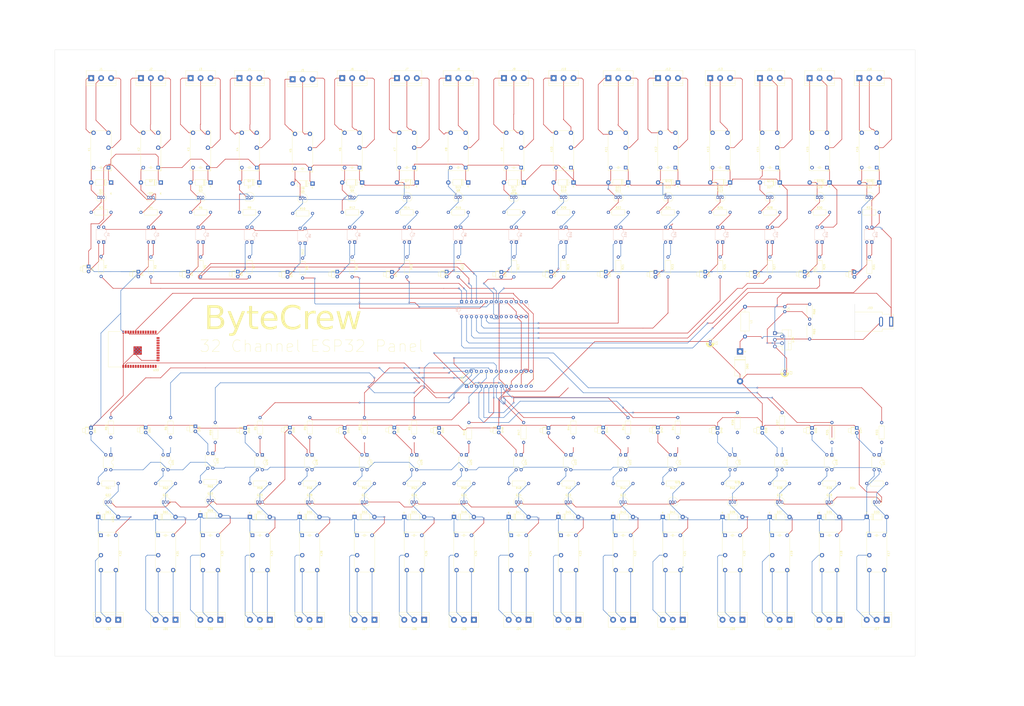
<source format=kicad_pcb>
(kicad_pcb (version 20221018) (generator pcbnew)
  (layers (0 "F.Cu" signal) (31 "B.Cu" signal) (34 "B.Paste" user) (35 "F.Paste" user) (36 "B.SilkS" user "B.Silkscreen") (37 "F.SilkS" user "F.Silkscreen") (38 "B.Mask" user) (39 "F.Mask" user) (44 "Edge.Cuts" user))
  (net 0 "")
  (net 1 "Net-(U33-VDD)")
  (net 2 "GNDREF")
  (net 3 "Net-(D1-K)")
  (net 4 "Net-(U36-FB)")
  (net 5 "Net-(D1-A)")
  (net 6 "Net-(D2-A)")
  (net 7 "Net-(D3-A)")
  (net 8 "Net-(D4-A)")
  (net 9 "Net-(D5-A)")
  (net 10 "Net-(D6-A)")
  (net 11 "Net-(D7-A)")
  (net 12 "Net-(D8-A)")
  (net 13 "Net-(D9-A)")
  (net 14 "Net-(D10-A)")
  (net 15 "Net-(D11-A)")
  (net 16 "Net-(D12-A)")
  (net 17 "Net-(D13-A)")
  (net 18 "Net-(D14-A)")
  (net 19 "Net-(D15-A)")
  (net 20 "Net-(D16-A)")
  (net 21 "Net-(D17-A)")
  (net 22 "Net-(D18-A)")
  (net 23 "Net-(D19-A)")
  (net 24 "Net-(D20-A)")
  (net 25 "Net-(D21-A)")
  (net 26 "Net-(D22-A)")
  (net 27 "Net-(D23-A)")
  (net 28 "Net-(D24-A)")
  (net 29 "Net-(D25-A)")
  (net 30 "Net-(D26-A)")
  (net 31 "Net-(D27-A)")
  (net 32 "Net-(D28-A)")
  (net 33 "Net-(D29-A)")
  (net 34 "Net-(D30-A)")
  (net 35 "Net-(D31-A)")
  (net 36 "Net-(D32-A)")
  (net 37 "Net-(D33-K)")
  (net 38 "Net-(D33-A)")
  (net 39 "Net-(D34-A)")
  (net 40 "Net-(D35-A)")
  (net 41 "Net-(D36-A)")
  (net 42 "Net-(D37-A)")
  (net 43 "Net-(D38-A)")
  (net 44 "Net-(D39-A)")
  (net 45 "Net-(D40-A)")
  (net 46 "Net-(D41-A)")
  (net 47 "Net-(D42-A)")
  (net 48 "Net-(D43-A)")
  (net 49 "Net-(D44-A)")
  (net 50 "Net-(D45-A)")
  (net 51 "Net-(D46-A)")
  (net 52 "Net-(D47-A)")
  (net 53 "Net-(D48-A)")
  (net 54 "Net-(D49-A)")
  (net 55 "Net-(D50-A)")
  (net 56 "Net-(D51-A)")
  (net 57 "Net-(D52-A)")
  (net 58 "Net-(D53-A)")
  (net 59 "Net-(D54-A)")
  (net 60 "Net-(D55-A)")
  (net 61 "Net-(D56-A)")
  (net 62 "Net-(D57-A)")
  (net 63 "Net-(D58-A)")
  (net 64 "Net-(D59-A)")
  (net 65 "Net-(D60-A)")
  (net 66 "Net-(D61-A)")
  (net 67 "Net-(D62-A)")
  (net 68 "Net-(D63-A)")
  (net 69 "Net-(D64-A)")
  (net 70 "Net-(D65-K)")
  (net 71 "Net-(J1-Pin_1)")
  (net 72 "Net-(J1-Pin_2)")
  (net 73 "Net-(J1-Pin_3)")
  (net 74 "Net-(J2-Pin_1)")
  (net 75 "Net-(J2-Pin_2)")
  (net 76 "Net-(J2-Pin_3)")
  (net 77 "Net-(J3-Pin_1)")
  (net 78 "Net-(J3-Pin_2)")
  (net 79 "Net-(J3-Pin_3)")
  (net 80 "Net-(J4-Pin_1)")
  (net 81 "Net-(J4-Pin_2)")
  (net 82 "Net-(J4-Pin_3)")
  (net 83 "Net-(J5-Pin_1)")
  (net 84 "Net-(J5-Pin_2)")
  (net 85 "Net-(J5-Pin_3)")
  (net 86 "Net-(J6-Pin_1)")
  (net 87 "Net-(J6-Pin_2)")
  (net 88 "Net-(J6-Pin_3)")
  (net 89 "Net-(J7-Pin_1)")
  (net 90 "Net-(J7-Pin_2)")
  (net 91 "Net-(J7-Pin_3)")
  (net 92 "Net-(J8-Pin_1)")
  (net 93 "Net-(J8-Pin_2)")
  (net 94 "Net-(J8-Pin_3)")
  (net 95 "Net-(J9-Pin_1)")
  (net 96 "Net-(J9-Pin_2)")
  (net 97 "Net-(J9-Pin_3)")
  (net 98 "Net-(J10-Pin_1)")
  (net 99 "Net-(J10-Pin_2)")
  (net 100 "Net-(J10-Pin_3)")
  (net 101 "Net-(J11-Pin_1)")
  (net 102 "Net-(J11-Pin_2)")
  (net 103 "Net-(J11-Pin_3)")
  (net 104 "Net-(J12-Pin_1)")
  (net 105 "Net-(J12-Pin_2)")
  (net 106 "Net-(J12-Pin_3)")
  (net 107 "Net-(J13-Pin_1)")
  (net 108 "Net-(J13-Pin_2)")
  (net 109 "Net-(J13-Pin_3)")
  (net 110 "Net-(J14-Pin_1)")
  (net 111 "Net-(J14-Pin_2)")
  (net 112 "Net-(J14-Pin_3)")
  (net 113 "Net-(J15-Pin_1)")
  (net 114 "Net-(J15-Pin_2)")
  (net 115 "Net-(J15-Pin_3)")
  (net 116 "Net-(J16-Pin_1)")
  (net 117 "Net-(J16-Pin_2)")
  (net 118 "Net-(J16-Pin_3)")
  (net 119 "Net-(J17-Pin_1)")
  (net 120 "Net-(J17-Pin_2)")
  (net 121 "Net-(J17-Pin_3)")
  (net 122 "Net-(J18-Pin_1)")
  (net 123 "Net-(J18-Pin_2)")
  (net 124 "Net-(J18-Pin_3)")
  (net 125 "Net-(J19-Pin_1)")
  (net 126 "Net-(J19-Pin_2)")
  (net 127 "Net-(J19-Pin_3)")
  (net 128 "Net-(J20-Pin_1)")
  (net 129 "Net-(J20-Pin_2)")
  (net 130 "Net-(J20-Pin_3)")
  (net 131 "Net-(J21-Pin_1)")
  (net 132 "Net-(J21-Pin_2)")
  (net 133 "Net-(J21-Pin_3)")
  (net 134 "Net-(J22-Pin_1)")
  (net 135 "Net-(J22-Pin_2)")
  (net 136 "Net-(J22-Pin_3)")
  (net 137 "Net-(J23-Pin_1)")
  (net 138 "Net-(J23-Pin_2)")
  (net 139 "Net-(J23-Pin_3)")
  (net 140 "Net-(J24-Pin_1)")
  (net 141 "Net-(J24-Pin_2)")
  (net 142 "Net-(J24-Pin_3)")
  (net 143 "Net-(J25-Pin_1)")
  (net 144 "Net-(J25-Pin_2)")
  (net 145 "Net-(J25-Pin_3)")
  (net 146 "Net-(J26-Pin_1)")
  (net 147 "Net-(J26-Pin_2)")
  (net 148 "Net-(J26-Pin_3)")
  (net 149 "Net-(J27-Pin_1)")
  (net 150 "Net-(J27-Pin_2)")
  (net 151 "Net-(J27-Pin_3)")
  (net 152 "Net-(J28-Pin_1)")
  (net 153 "Net-(J28-Pin_2)")
  (net 154 "Net-(J28-Pin_3)")
  (net 155 "Net-(J29-Pin_1)")
  (net 156 "Net-(J29-Pin_2)")
  (net 157 "Net-(J29-Pin_3)")
  (net 158 "Net-(J30-Pin_1)")
  (net 159 "Net-(J30-Pin_2)")
  (net 160 "Net-(J30-Pin_3)")
  (net 161 "Net-(J31-Pin_1)")
  (net 162 "Net-(J31-Pin_2)")
  (net 163 "Net-(J31-Pin_3)")
  (net 164 "Net-(J32-Pin_1)")
  (net 165 "Net-(J32-Pin_2)")
  (net 166 "Net-(J32-Pin_3)")
  (net 167 "Net-(Q1-B)")
  (net 168 "Net-(Q2-B)")
  (net 169 "Net-(Q3-B)")
  (net 170 "Net-(Q4-B)")
  (net 171 "Net-(Q5-B)")
  (net 172 "Net-(Q6-B)")
  (net 173 "Net-(Q7-B)")
  (net 174 "Net-(Q8-B)")
  (net 175 "Net-(Q9-B)")
  (net 176 "Net-(Q10-B)")
  (net 177 "Net-(Q11-B)")
  (net 178 "Net-(Q12-B)")
  (net 179 "Net-(Q13-B)")
  (net 180 "Net-(Q14-B)")
  (net 181 "Net-(Q15-B)")
  (net 182 "Net-(Q16-B)")
  (net 183 "Net-(Q17-B)")
  (net 184 "Net-(Q18-B)")
  (net 185 "Net-(Q19-B)")
  (net 186 "Net-(Q20-B)")
  (net 187 "Net-(Q21-B)")
  (net 188 "Net-(Q22-B)")
  (net 189 "Net-(Q23-B)")
  (net 190 "Net-(Q24-B)")
  (net 191 "Net-(Q25-B)")
  (net 192 "Net-(Q26-B)")
  (net 193 "Net-(Q27-B)")
  (net 194 "Net-(Q28-B)")
  (net 195 "Net-(Q29-B)")
  (net 196 "Net-(Q30-B)")
  (net 197 "Net-(Q31-B)")
  (net 198 "Net-(Q32-B)")
  (net 199 "Net-(R1-Pad1)")
  (net 200 "SW1")
  (net 201 "Net-(R2-Pad2)")
  (net 202 "Net-(R3-Pad1)")
  (net 203 "SW2")
  (net 204 "Net-(R4-Pad2)")
  (net 205 "Net-(R5-Pad1)")
  (net 206 "SW3")
  (net 207 "Net-(R6-Pad2)")
  (net 208 "Net-(R7-Pad1)")
  (net 209 "SW4")
  (net 210 "Net-(R8-Pad2)")
  (net 211 "Net-(R9-Pad1)")
  (net 212 "SW5")
  (net 213 "Net-(R10-Pad2)")
  (net 214 "Net-(R11-Pad1)")
  (net 215 "SW6")
  (net 216 "Net-(R12-Pad2)")
  (net 217 "Net-(R13-Pad1)")
  (net 218 "SW7")
  (net 219 "Net-(R14-Pad2)")
  (net 220 "Net-(R15-Pad1)")
  (net 221 "SW8")
  (net 222 "Net-(R16-Pad2)")
  (net 223 "Net-(R17-Pad1)")
  (net 224 "SW9")
  (net 225 "Net-(R18-Pad2)")
  (net 226 "Net-(R19-Pad1)")
  (net 227 "SW10")
  (net 228 "Net-(R20-Pad2)")
  (net 229 "Net-(R21-Pad1)")
  (net 230 "SW11")
  (net 231 "Net-(R22-Pad2)")
  (net 232 "Net-(R23-Pad1)")
  (net 233 "SW12")
  (net 234 "Net-(R24-Pad2)")
  (net 235 "Net-(R25-Pad1)")
  (net 236 "SW13")
  (net 237 "Net-(R26-Pad2)")
  (net 238 "Net-(R27-Pad1)")
  (net 239 "SW14")
  (net 240 "Net-(R28-Pad2)")
  (net 241 "Net-(R29-Pad1)")
  (net 242 "SW15")
  (net 243 "Net-(R30-Pad2)")
  (net 244 "Net-(R31-Pad1)")
  (net 245 "SW16")
  (net 246 "Net-(R32-Pad2)")
  (net 247 "Net-(R33-Pad1)")
  (net 248 "SW17")
  (net 249 "Net-(R34-Pad2)")
  (net 250 "Net-(R35-Pad1)")
  (net 251 "SW18")
  (net 252 "Net-(R36-Pad2)")
  (net 253 "Net-(R37-Pad1)")
  (net 254 "SW19")
  (net 255 "Net-(R38-Pad2)")
  (net 256 "Net-(R39-Pad1)")
  (net 257 "SW20")
  (net 258 "Net-(R40-Pad2)")
  (net 259 "Net-(R41-Pad1)")
  (net 260 "SW21")
  (net 261 "Net-(R42-Pad2)")
  (net 262 "Net-(R43-Pad1)")
  (net 263 "SW22")
  (net 264 "Net-(R44-Pad2)")
  (net 265 "Net-(R45-Pad1)")
  (net 266 "SW23")
  (net 267 "Net-(R46-Pad2)")
  (net 268 "Net-(R47-Pad1)")
  (net 269 "SW24")
  (net 270 "Net-(R48-Pad2)")
  (net 271 "Net-(R49-Pad1)")
  (net 272 "SW25")
  (net 273 "Net-(R50-Pad2)")
  (net 274 "Net-(R51-Pad1)")
  (net 275 "SW26")
  (net 276 "Net-(R52-Pad2)")
  (net 277 "Net-(R53-Pad1)")
  (net 278 "SW27")
  (net 279 "Net-(R54-Pad2)")
  (net 280 "Net-(R55-Pad1)")
  (net 281 "SW28")
  (net 282 "Net-(R56-Pad2)")
  (net 283 "Net-(R57-Pad1)")
  (net 284 "SW29")
  (net 285 "Net-(R58-Pad2)")
  (net 286 "Net-(R59-Pad1)")
  (net 287 "SW30")
  (net 288 "Net-(R60-Pad2)")
  (net 289 "Net-(R61-Pad1)")
  (net 290 "SW31")
  (net 291 "Net-(R62-Pad2)")
  (net 292 "Net-(R63-Pad1)")
  (net 293 "SW32")
  (net 294 "Net-(R64-Pad2)")
  (net 324 "Net-(U33-IO21)")
  (net 327 "Net-(U33-IO22)")
  (footprint "Resistor_THT:R_Axial_DIN0207_L6.3mm_D2.5mm_P10.16mm_Horizontal" (layer "F.Cu") (at 328.335 254 90)
    (fp_text reference "R47")
    (fp_text value "330")
  )
  (footprint "Relay_THT:Relay_SPDT_Finder_32.21-x000" (layer "F.Cu") (at 347.4375 301.48 -90)
    (fp_text reference "K23")
    (fp_text value "Relay_SPDT")
  )
  (footprint "Resistor_THT:R_Axial_DIN0207_L6.3mm_D2.5mm_P10.16mm_Horizontal" (layer "F.Cu") (at 150.535 274.99675 180)
    (fp_text reference "R62")
    (fp_text value "1K")
  )
  (footprint "TerminalBlock:TerminalBlock_bornier-3_P5.08mm" (layer "F.Cu") (at 371.62 67.8)
    (fp_text reference "J11")
    (fp_text value "~")
  )
  (footprint "Connector_BarrelJack:BarrelJack_SwitchcraftConxall_RAPC10U_Horizontal" (layer "F.Cu") (at 516.0875 192.26)
    (fp_text reference "J33")
    (fp_text value "Jack-DC")
    (fp_line (start -18.67 -9) (end -18.67 9) (stroke (width 0.12)) (layer "Edge.Cuts"))
  )
  (footprint "Package_TO_SOT_THT:TO-92_Inline" (layer "F.Cu") (at 349.925 284.48)
    (fp_text reference "Q23")
    (fp_text value "BC547")
  )
  (footprint "Package_TO_SOT_THT:TO-92_Inline" (layer "F.Cu") (at 375.43 128.76)
    (fp_text reference "Q11")
    (fp_text value "BC547")
  )
  (footprint "Resistor_THT:R_Axial_DIN0207_L6.3mm_D2.5mm_P10.16mm_Horizontal" (layer "F.Cu") (at 460.415 248.92 90)
    (fp_text reference "R37")
    (fp_text value "330")
  )
  (footprint "Diode_THT:D_DO-41_SOD81_P10.16mm_Horizontal" (layer "F.Cu") (at 163.235 291.32)
    (fp_text reference "D59")
    (fp_text value "1N4007")
  )
  (footprint "TerminalBlock:TerminalBlock_bornier-3_P5.08mm" (layer "F.Cu") (at 513.755 344.66 180)
    (fp_text reference "J17")
    (fp_text value "~")
  )
  (footprint "Package_TO_SOT_THT:TO-220-5_P3.4x3.7mm_StaggerOdd_Lead3.8mm_Vertical" (layer "F.Cu") (at 456.6575 198.16 -90)
    (fp_text reference "U36")
    (fp_text value "LM2596S-ADJ")
  )
  (footprint "LED_THT:LED_D1.8mm_W1.8mm_H2.4mm_Horizontal_O1.27mm_Z1.6mm" (layer "F.Cu") (at 106.1375 164.07 -90)
    (fp_text reference "D2")
    (fp_text value "LED")
  )
  (footprint "Relay_THT:Relay_SPDT_Finder_32.21-x000" (layer "F.Cu") (at 116.2975 113.52 90)
    (fp_text reference "K1")
    (fp_text value "Relay_SPDT")
  )
  (footprint "Package_TO_SOT_THT:TO-92_Inline" (layer "F.Cu") (at 452.8475 128.76)
    (fp_text reference "Q14")
    (fp_text value "BC547")
  )
  (footprint "Relay_THT:Relay_SPDT_Finder_32.21-x000" (layer "F.Cu") (at 219.1975 114.08 90)
    (fp_text reference "K5")
    (fp_text value "Relay_SPDT")
  )
  (footprint "Diode_THT:D_DO-41_SOD81_P10.16mm_Horizontal" (layer "F.Cu") (at 374.055 292.1)
    (fp_text reference "D43")
    (fp_text value "1N4007")
  )
  (footprint "Package_TO_SOT_THT:TO-92_Inline" (layer "F.Cu") (at 347.49 128.76)
    (fp_text reference "Q10")
    (fp_text value "BC547")
  )
  (footprint "Package_TO_SOT_THT:TO-92_Inline" (layer "F.Cu") (at 324.525 284.48)
    (fp_text reference "Q24")
    (fp_text value "BC547")
  )
  (footprint "Diode_THT:D_DO-41_SOD81_P10.16mm_Horizontal" (layer "F.Cu") (at 320.715 292.1)
    (fp_text reference "D47")
    (fp_text value "1N4007")
  )
  (footprint "Package_DIP:DIP-28_W7.62mm" (layer "F.Cu") (at 299.1775 225.28 90)
    (fp_text reference "U35")
    (fp_text value "MCP23017_SP" hide)
  )
  (footprint "Diode_THT:D_DO-41_SOD81_P10.16mm_Horizontal" (layer "F.Cu") (at 459.1975 121.14 180)
    (fp_text reference "D27")
    (fp_text value "1N4007")
  )
  (footprint "TerminalBlock:TerminalBlock_bornier-3_P5.08mm" (layer "F.Cu") (at 252.135 344.66 180)
    (fp_text reference "J27")
    (fp_text value "~")
  )
  (footprint "LED_THT:LED_D1.8mm_W1.8mm_H2.4mm_Horizontal_O1.27mm_Z1.6mm" (layer "F.Cu") (at 475.655 246.58 -90)
    (fp_text reference "D36")
    (fp_text value "LED")
  )
  (footprint "Resistor_THT:R_Axial_DIN0207_L6.3mm_D2.5mm_P10.16mm_Horizontal" (layer "F.Cu") (at 268.7025 159.24 -90)
    (fp_text reference "R13")
    (fp_text value "330")
  )
  (footprint "Package_TO_SOT_THT:TO-92_Inline" (layer "F.Cu") (at 167.045 283.7)
    (fp_text reference "Q30")
    (fp_text value "BC547")
  )
  (footprint "Relay_THT:Relay_SPDT_Finder_32.21-x000" (layer "F.Cu") (at 268.6975 301.48 -90)
    (fp_text reference "K26")
    (fp_text value "Relay_SPDT")
  )
  (footprint "TerminalBlock:TerminalBlock_bornier-3_P5.08mm" (layer "F.Cu") (at 132.86 67.8)
    (fp_text reference "J2")
    (fp_text value "~")
  )
  (footprint "Resistor_THT:R_Axial_DIN0207_L6.3mm_D2.5mm_P10.16mm_Horizontal" (layer "F.Cu") (at 499.8375 136.38)
    (fp_text reference "R32")
    (fp_text value "1K")
  )
  (footprint "Package_DIP:DIP-4_W7.62mm" (layer "F.Cu") (at 169.59 259.58 -90)
    (fp_text reference "U30")
    (fp_text value "PC817")
  )
  (footprint "TerminalBlock:TerminalBlock_bornier-3_P5.08mm" (layer "F.Cu") (at 343.68 67.8)
    (fp_text reference "J10")
    (fp_text value "~")
  )
  (footprint "Diode_THT:D_DO-41_SOD81_P10.16mm_Horizontal" (layer "F.Cu") (at 245.8375 121.14 180)
    (fp_text reference "D11")
    (fp_text value "1N4007")
  )
  (footprint "Relay_THT:Relay_SPDT_Finder_32.21-x000" (layer "F.Cu") (at 167.0975 113.52 90)
    (fp_text reference "K3")
    (fp_text value "Relay_SPDT")
  )
  (footprint "TerminalBlock:TerminalBlock_bornier-3_P5.08mm" (layer "F.Cu") (at 224.09 344.66 180)
    (fp_text reference "J28")
    (fp_text value "~")
  )
  (footprint "Package_TO_SOT_THT:TO-92_Inline" (layer "F.Cu") (at 217.74 284.48)
    (fp_text reference "Q28")
    (fp_text value "BC547")
  )
  (footprint "TerminalBlock:TerminalBlock_bornier-3_P5.08mm" (layer "F.Cu") (at 235.6775 67.8)
    (fp_text reference "J6")
    (fp_text value "~")
  )
  (footprint "TerminalBlock:TerminalBlock_bornier-3_P5.08mm" (layer "F.Cu") (at 409.615 344.66 180)
    (fp_text reference "J21")
    (fp_text value "~")
  )
  (footprint "Resistor_THT:R_Axial_DIN0207_L6.3mm_D2.5mm_P10.16mm_Horizontal" (layer "F.Cu") (at 474.4375 136.38)
    (fp_text reference "R30")
    (fp_text value "1K")
  )
  (footprint "TerminalBlock:TerminalBlock_bornier-3_P5.08mm" (layer "F.Cu") (at 150.535 344.66 180)
    (fp_text reference "J31")
    (fp_text value "~")
  )
  (footprint "TerminalBlock:TerminalBlock_bornier-3_P5.08mm" (layer "F.Cu") (at 302.935 344.66 180)
    (fp_text reference "J25")
    (fp_text value "~")
  )
  (footprint "Resistor_THT:R_Axial_DIN0207_L6.3mm_D2.5mm_P10.16mm_Horizontal" (layer "F.Cu") (at 277.535 274.99675 180)
    (fp_text reference "R52")
    (fp_text value "1K")
  )
  (footprint "Diode_THT:D_DO-41_SOD81_P10.16mm_Horizontal" (layer "F.Cu") (at 220.52 121.7 180)
    (fp_text reference "D9")
    (fp_text value "1N4007")
  )
  (footprint "Relay_THT:Relay_SPDT_Finder_32.21-x000" (layer "F.Cu") (at 432.475 113.52 90)
    (fp_text reference "K13")
    (fp_text value "Relay_SPDT")
  )
  (footprint "TerminalBlock:TerminalBlock_bornier-3_P5.08mm" (layer "F.Cu") (at 449.0375 67.8)
    (fp_text reference "J14")
    (fp_text value "~")
  )
  (footprint "Resistor_THT:R_Axial_DIN0207_L6.3mm_D2.5mm_P10.16mm_Horizontal" (layer "F.Cu") (at 107.46 136.38)
    (fp_text reference "R2")
    (fp_text value "1K")
  )
  (footprint "TerminalBlock:TerminalBlock_bornier-3_P5.08mm" (layer "F.Cu") (at 107.46 67.8)
    (fp_text reference "J1")
    (fp_text value "~")
  )
  (footprint "LED_THT:LED_D1.8mm_W1.8mm_H2.4mm_Horizontal_O1.27mm_Z1.6mm" (layer "F.Cu") (at 156.9375 166.7 -90)
    (fp_text reference "D6")
    (fp_text value "LED")
  )
  (footprint "Package_DIP:DIP-4_W7.62mm" (layer "F.Cu") (at 460.3675 260.36 -90)
    (fp_text reference "U19")
    (fp_text value "PC817")
  )
  (footprint "Package_TO_SOT_THT:TO-92_Inline" (layer "F.Cu") (at 239.4875 128.76)
    (fp_text reference "Q6")
    (fp_text value "BC547")
  )
  (footprint "Resistor_THT:R_Axial_DIN0207_L6.3mm_D2.5mm_P10.16mm_Horizontal" (layer "F.Cu") (at 454.1175 159.24 -90)
    (fp_text reference "R27")
    (fp_text value "330")
  )
  (footprint "Resistor_THT:R_Axial_DIN0207_L6.3mm_D2.5mm_P7.62mm_Horizontal" (layer "F.Cu") (at 474.4375 193.53 -90)
    (fp_text reference "R65")
    (fp_text value "R")
  )
  (footprint "Diode_THT:D_DO-41_SOD81_P10.16mm_Horizontal" (layer "F.Cu") (at 346.115 292.1)
    (fp_text reference "D45")
    (fp_text value "1N4007")
  )
  (footprint "TerminalBlock:TerminalBlock_bornier-3_P5.08mm" (layer "F.Cu") (at 330.875 344.66 180)
    (fp_text reference "J24")
    (fp_text value "~")
  )
  (footprint "Diode_THT:D_DO-41_SOD81_P10.16mm_Horizontal" (layer "F.Cu") (at 381.78 121.14 180)
    (fp_text reference "D21")
    (fp_text value "1N4007")
  )
  (footprint "Diode_THT:D_DO-41_SOD81_P10.16mm_Horizontal" (layer "F.Cu") (at 407.18 121.14 180)
    (fp_text reference "D23")
    (fp_text value "1N4007")
  )
  (footprint "Resistor_THT:R_Axial_DIN0207_L6.3mm_D2.5mm_P10.16mm_Horizontal" (layer "F.Cu") (at 117.515 251.46 90)
    (fp_text reference "R63")
    (fp_text value "330")
  )
  (footprint "Package_DIP:DIP-4_W7.62mm" (layer "F.Cu") (at 436.29 260.36 -90)
    (fp_text reference "U20")
    (fp_text value "PC817")
  )
  (footprint "Resistor_THT:R_Axial_DIN0207_L6.3mm_D2.5mm_P10.16mm_Horizontal" (layer "F.Cu") (at 504.9175 159.24 -90)
    (fp_text reference "R31")
    (fp_text value "330")
  )
  (footprint "LED_THT:LED_D1.8mm_W1.8mm_H2.4mm_Horizontal_O1.27mm_Z1.6mm" (layer "F.Cu") (at 427.395 246.58 -90)
    (fp_text reference "D40")
    (fp_text value "LED")
  )
  (footprint "LED_THT:LED_D1.8mm_W1.8mm_H2.4mm_Horizontal_O1.27mm_Z1.6mm" (layer "F.Cu") (at 395.6975 166.86 -90)
    (fp_text reference "D24")
    (fp_text value "LED")
  )
  (footprint "TerminalBlock:TerminalBlock_bornier-3_P5.08mm" (layer "F.Cu") (at 277.535 344.66 180)
    (fp_text reference "J26")
    (fp_text value "~")
  )
  (footprint "Resistor_THT:R_Axial_DIN0207_L6.3mm_D2.5mm_P10.16mm_Horizontal" (layer "F.Cu") (at 371.62 136.38)
    (fp_text reference "R22")
    (fp_text value "1K")
  )
  (footprint "Resistor_THT:R_Axial_DIN0207_L6.3mm_D2.5mm_P10.16mm_Horizontal" (layer "F.Cu") (at 302.935 274.99675 180)
    (fp_text reference "R50")
    (fp_text value "1K")
  )
  (footprint "LED_THT:LED_D1.8mm_W1.8mm_H2.4mm_Horizontal_O1.27mm_Z1.6mm" (layer "F.Cu") (at 186.095 246.58 -90)
    (fp_text reference "D58")
    (fp_text value "LED")
  )
  (footprint "Package_DIP:DIP-4_W7.62mm" (layer "F.Cu") (at 352.47 260.36 -90)
    (fp_text reference "U23")
    (fp_text value "PC817")
  )
  (footprint "Relay_THT:Relay_SPDT_Finder_32.21-x000" (layer "F.Cu") (at 457.875 113.52 90)
    (fp_text reference "K14")
    (fp_text value "Relay_SPDT")
  )
  (footprint "TerminalBlock:TerminalBlock_bornier-3_P5.08mm" (layer "F.Cu") (at 384.215 344.66 180)
    (fp_text reference "J22")
    (fp_text value "~")
  )
  (footprint "Resistor_THT:R_Axial_DIN0207_L6.3mm_D2.5mm_P10.16mm_Horizontal" (layer "F.Cu") (at 343.68 136.38)
    (fp_text reference "R20")
    (fp_text value "1K")
  )
  (footprint "TerminalBlock:TerminalBlock_bornier-3_P5.08mm" (layer "F.Cu") (at 499.8375 67.8)
    (fp_text reference "J16")
    (fp_text value "~")
  )
  (footprint "TerminalBlock:TerminalBlock_bornier-3_P5.08mm" (layer "F.Cu") (at 423.6375 67.8)
    (fp_text reference "J13")
    (fp_text value "~")
  )
  (footprint "Package_TO_SOT_THT:TO-92_Inline" (layer "F.Cu") (at 478.2475 128.76)
    (fp_text reference "Q15")
    (fp_text value "BC547")
  )
  (footprint "Resistor_THT:R_Axial_DIN0207_L6.3mm_D2.5mm_P10.16mm_Horizontal" (layer "F.Cu") (at 147.995 251.46 90)
    (fp_text reference "R61")
    (fp_text value "330")
  )
  (footprint "Package_DIP:DIP-4_W7.62mm" (layer "F.Cu") (at 220.285 260.36 -90)
    (fp_text reference "U28")
    (fp_text value "PC817")
  )
  (footprint "LED_THT:LED_D1.8mm_W1.8mm_H2.4mm_Horizontal_O1.27mm_Z1.6mm" (layer "F.Cu") (at 396.915 246.38 -90)
    (fp_text reference "D42")
    (fp_text value "LED")
  )
  (footprint "Diode_THT:D_DO-41_SOD81_P10.16mm_Horizontal" (layer "F.Cu") (at 213.93 292.1)
    (fp_text reference "D55")
    (fp_text value "1N4007")
  )
  (footprint "LED_THT:LED_D1.8mm_W1.8mm_H2.4mm_Horizontal_O1.27mm_Z1.6mm" (layer "F.Cu") (at 233.1375 166.7 -90)
    (fp_text reference "D12")
    (fp_text value "LED")
  )
  (footprint "Relay_THT:Relay_SPDT_Finder_32.21-x000" (layer "F.Cu") (at 352.5175 113.52 90)
    (fp_text reference "K10")
    (fp_text value "Relay_SPDT")
  )
  (footprint "LED_THT:LED_D1.8mm_W1.8mm_H2.4mm_Horizontal_O1.27mm_Z1.6mm" (layer "F.Cu") (at 285.155 246.58 -90)
    (fp_text reference "D50")
    (fp_text value "LED" hide)
  )
  (footprint "LED_THT:LED_D1.8mm_W1.8mm_H2.4mm_Horizontal_O1.27mm_Z1.6mm" (layer "F.Cu") (at 182.3375 166.7 -90)
    (fp_text reference "D8")
    (fp_text value "LED")
  )
  (footprint "Resistor_THT:R_Axial_DIN0207_L6.3mm_D2.5mm_P10.16mm_Horizontal" (layer "F.Cu") (at 224.09 274.99675 180)
    (fp_text reference "R56")
    (fp_text value "1K")
  )
  (footprint "Diode_THT:D_DO-41_SOD81_P10.16mm_Horizontal" (layer "F.Cu") (at 292.775 292.1)
    (fp_text reference "D49")
    (fp_text value "1N4007")
  )
  (footprint "Package_TO_SOT_THT:TO-92_Inline" (layer "F.Cu") (at 136.67 128.76)
    (fp_text reference "Q2")
    (fp_text value "BC547")
  )
  (footprint "Resistor_THT:R_Axial_DIN0207_L6.3mm_D2.5mm_P10.16mm_Horizontal" (layer "F.Cu") (at 163.34 159.24 -90)
    (fp_text reference "R5")
    (fp_text value "330")
  )
  (footprint "LED_THT:LED_D1.8mm_W1.8mm_H2.4mm_Horizontal_O1.27mm_Z1.6mm" (layer "F.Cu") (at 368.975 246.38 -90)
    (fp_text reference "D44")
    (fp_text value "LED")
  )
  (footprint "Package_TO_SOT_THT:TO-92_Inline" (layer "F.Cu") (at 377.865 284.48)
    (fp_text reference "Q22")
    (fp_text value "BC547")
  )
  (footprint "Package_TO_SOT_THT:TO-92_Inline" (layer "F.Cu") (at 483.2225 284.48)
    (fp_text reference "Q18")
    (fp_text value "BC547")
  )
  (footprint "Package_DIP:DIP-4_W7.62mm" (layer "F.Cu") (at 146.73 260.36 -90)
    (fp_text reference "U31")
    (fp_text value "PC817")
  )
  (footprint "LED_THT:LED_D1.8mm_W1.8mm_H2.4mm_Horizontal_O1.27mm_Z1.6mm" (layer "F.Cu") (at 370.2975 166.7 -90)
    (fp_text reference "D22")
    (fp_text value "LED" hide)
  )
  (footprint "Diode_THT:D_DO-41_SOD81_P10.16mm_Horizontal" (layer "F.Cu") (at 267.375 292.1)
    (fp_text reference "D51")
    (fp_text value "1N4007")
  )
  (footprint "Resistor_THT:R_Axial_DIN0207_L6.3mm_D2.5mm_P10.16mm_Horizontal" (layer "F.Cu") (at 402.1 159.24 -90)
    (fp_text reference "R23")
    (fp_text value "330")
  )
  (footprint "Resistor_THT:R_Axial_DIN0207_L6.3mm_D2.5mm_P10.16mm_Horizontal" (layer "F.Cu") (at 376.7 159.24 -90)
    (fp_text reference "R21")
    (fp_text value "330")
  )
  (footprint "Relay_THT:Relay_SPDT_Finder_32.21-x000" (layer "F.Cu") (at 508.675 113.52 90)
    (fp_text reference "K16")
    (fp_text value "Relay_SPDT")
  )
  (footprint "Relay_THT:Relay_SPDT_Finder_32.21-x000" (layer "F.Cu") (at 243.2975 301.48 -90)
    (fp_text reference "K27" hide)
    (fp_text value "Relay_SPDT")
  )
  (footprint "Resistor_THT:R_Axial_DIN0207_L6.3mm_D2.5mm_P10.16mm_Horizontal" (layer "F.Cu") (at 437.555 248.92 90)
    (fp_text reference "R39")
    (fp_text value "330" hide)
  )
  (footprint "TerminalBlock:TerminalBlock_bornier-3_P5.08mm" (layer "F.Cu") (at 318.28 67.8)
    (fp_text reference "J9")
    (fp_text value "~")
  )
  (footprint "Resistor_THT:R_Axial_DIN0207_L6.3mm_D2.5mm_P10.16mm_Horizontal" (layer "F.Cu") (at 158.26 136.38)
    (fp_text reference "R6")
    (fp_text value "1K")
  )
  (footprint "Package_TO_SOT_THT:TO-92_Inline" (layer "F.Cu") (at 427.4475 128.76)
    (fp_text reference "Q13")
    (fp_text value "BC547")
  )
  (footprint "Relay_THT:Relay_SPDT_Finder_32.21-x000" (layer "F.Cu") (at 272.46 113.52 90)
    (fp_text reference "K7")
    (fp_text value "Relay_SPDT")
  )
  (footprint "Diode_THT:D_DO-41_SOD81_P10.16mm_Horizontal" (layer "F.Cu") (at 484.5975 121.14 180)
    (fp_text reference "D29")
    (fp_text value "1N4007")
  )
  (footprint "Relay_THT:Relay_SPDT_Finder_32.21-x000" (layer "F.Cu") (at 322.0375 301.48 -90)
    (fp_text reference "K24")
    (fp_text value "Relay_SPDT")
  )
  (footprint "Resistor_THT:R_Axial_DIN0207_L6.3mm_D2.5mm_P10.16mm_Horizontal" (layer "F.Cu") (at 323.36 159.24 -90)
    (fp_text reference "R17")
    (fp_text value "330")
  )
  (footprint "Resistor_THT:R_Axial_DIN0207_L6.3mm_D2.5mm_P10.16mm_Horizontal" (layer "F.Cu") (at 479.5175 159.24 -90)
    (fp_text reference "R29")
    (fp_text value "330")
  )
  (footprint "TerminalBlock:TerminalBlock_bornier-3_P5.08mm" (layer "F.Cu") (at 183.2025 67.8)
    (fp_text reference "J4")
    (fp_text value "~")
  )
  (footprint "Resistor_THT:R_Axial_DIN0207_L6.3mm_D2.5mm_P10.16mm_Horizontal" (layer "F.Cu") (at 112.54 158.99 -90)
    (fp_text reference "R1")
    (fp_text value "330")
  )
  (footprint "Diode_THT:D_DO-41_SOD81_P10.16mm_Horizontal" (layer "F.Cu") (at 188.53 292.1)
    (fp_text reference "D57")
    (fp_text value "1N4007")
  )
  (footprint "Relay_THT:Relay_SPDT_Finder_32.21-x000" (layer "F.Cu") (at 298.72 113.52 90)
    (fp_text reference "K8")
    (fp_text value "Relay_SPDT")
  )
  (footprint "Resistor_THT:R_Axial_DIN0207_L6.3mm_D2.5mm_P10.16mm_Horizontal" (layer "F.Cu") (at 132.86 136.38)
    (fp_text reference "R4")
    (fp_text value "1K")
  )
  (footprint "Diode_THT:D_DO-41_SOD81_P10.16mm_Horizontal" (layer "F.Cu") (at 193.3625 121.14 180)
    (fp_text reference "D7")
    (fp_text value "1N4007")
  )
  (footprint "LED_THT:LED_D1.8mm_W1.8mm_H2.4mm_Horizontal_O1.27mm_Z1.6mm" (layer "F.Cu") (at 316.9575 166.86 -90)
    (fp_text reference "D18")
    (fp_text value "LED")
  )
  (footprint "LED_THT:LED_D1.8mm_W1.8mm_H2.4mm_Horizontal_O1.27mm_Z1.6mm" (layer "F.Cu") (at 107.355 246.58 -90)
    (fp_text reference "D64")
    (fp_text value "LED" hide)
  )
  (footprint "Package_DIP:DIP-4_W7.62mm" (layer "F.Cu") (at 299.13 260.36 -90)
    (fp_text reference "U25")
    (fp_text value "PC817")
  )
  (footprint "Package_TO_SOT_THT:TO-92_Inline" (layer "F.Cu") (at 271.185 284.48)
    (fp_text reference "Q26")
    (fp_text value "BC547")
  )
  (footprint "Inductor_THT:L_Axial_L9.5mm_D4.0mm_P15.24mm_Horizontal_Fastron_SMCC" (layer "F.Cu") (at 441.4175 184.64 -90)
    (fp_text reference "L1")
    (fp_text value "L")
  )
  (footprint "Relay_THT:Relay_SPDT_Finder_32.21-x000" (layer "F.Cu") (at 189.8525 301.48 -90)
    (fp_text reference "K29")
    (fp_text value "Relay_SPDT")
  )
  (footprint "Capacitor_THT:CP_Radial_D4.0mm_P1.50mm" (layer "F.Cu") (at 461.7375 217.66 -90)
    (fp_text reference "C2")
    (fp_text value "C_Polarized")
  )
  (footprint "Relay_THT:Relay_SPDT_Finder_32.21-x000" (layer "F.Cu") (at 141.6975 113.52 90)
    (fp_text reference "K2")
    (fp_text value "Relay_SPDT")
  )
  (footprint "LED_THT:LED_D1.8mm_W1.8mm_H2.4mm_Horizontal_O1.27mm_Z1.6mm" (layer "F.Cu") (at 131.5375 166.7 -90)
    (fp_text reference "D4")
    (fp_text value "LED")
  )
  (footprint "Resistor_THT:R_Axial_DIN0207_L6.3mm_D2.5mm_P10.16mm_Horizontal" (layer "F.Cu") (at 263.6225 136.38)
    (fp_text reference "R14")
    (fp_text value "1K")
  )
  (footprint "Resistor_THT:R_Axial_DIN0207_L6.3mm_D2.5mm_P10.16mm_Horizontal" (layer "F.Cu") (at 193.715 251.46 90)
    (fp_text reference "R57")
    (fp_text value "330")
  )
  (footprint "Relay_THT:Relay_SPDT_Finder_32.21-x000" (layer "F.Cu") (at 215.2525 301.48 -90)
    (fp_text reference "K28")
    (fp_text value "Relay_SPDT")
  )
  (footprint "Resistor_THT:R_Axial_DIN0207_L6.3mm_D2.5mm_P10.16mm_Horizontal" (layer "F.Cu") (at 188.2825 159.24 -90)
    (fp_text reference "R7")
    (fp_text value "330")
  )
  (footprint "Resistor_THT:R_Axial_DIN0207_L6.3mm_D2.5mm_P10.16mm_Horizontal" (layer "F.Cu") (at 173.395 274.21675 180)
    (fp_text reference "R60")
    (fp_text value "1K")
  )
  (footprint "Package_DIP:DIP-4_W7.62mm" (layer "F.Cu") (at 117.4675 260.36 -90)
    (fp_text reference "U32")
    (fp_text value "PC817")
  )
  (footprint "LED_THT:LED_D1.8mm_W1.8mm_H2.4mm_Horizontal_O1.27mm_Z1.6mm" (layer "F.Cu") (at 421.0975 166.7 -90)
    (fp_text reference "D26")
    (fp_text value "LED")
  )
  (footprint "Relay_THT:Relay_SPDT_Finder_32.21-x000" (layer "F.Cu") (at 112.435 301.48 -90)
    (fp_text reference "K32")
    (fp_text value "Relay_SPDT")
  )
  (footprint "Diode_THT:D_DO-41_SOD81_P10.16mm_Horizontal" (layer "F.Cu") (at 143.02 121.14 180)
    (fp_text reference "D3")
    (fp_text value "1N4007")
  )
  (footprint "LED_THT:LED_D1.8mm_W1.8mm_H2.4mm_Horizontal_O1.27mm_Z1.6mm" (layer "F.Cu") (at 261.0775 166.86 -90)
    (fp_text reference "D14")
    (fp_text value "LED")
  )
  (footprint "Package_TO_SOT_THT:TO-92_Inline" (layer "F.Cu") (at 111.27 128.76)
    (fp_text reference "Q1")
    (fp_text value "BC547")
  )
  (footprint "LED_THT:LED_D1.8mm_W1.8mm_H2.4mm_Horizontal_O1.27mm_Z1.6mm" (layer "F.Cu") (at 160.695 245.8 -90)
    (fp_text reference "D60")
    (fp_text value "LED")
  )
  (footprint "Resistor_THT:R_Axial_DIN0207_L6.3mm_D2.5mm_P10.16mm_Horizontal" (layer "F.Cu") (at 489.5725 274.99675 180)
    (fp_text reference "R36")
    (fp_text value "1K")
  )
  (footprint "LED_THT:LED_D1.8mm_W1.8mm_H2.4mm_Horizontal_O1.27mm_Z1.6mm" (layer "F.Cu") (at 450.255 246.58 -90)
    (fp_text reference "D38")
    (fp_text value "LED")
  )
  (footprint "LED_THT:LED_D1.8mm_W1.8mm_H2.4mm_Horizontal_O1.27mm_Z1.6mm" (layer "F.Cu") (at 342.3575 166.7 -90)
    (fp_text reference "D20")
    (fp_text value "LED")
  )
  (footprint "Relay_THT:Relay_SPDT_Finder_32.21-x000" (layer "F.Cu") (at 455.335 301.48 -90)
    (fp_text reference "K19")
    (fp_text value "Relay_SPDT")
  )
  (footprint "TerminalBlock:TerminalBlock_bornier-3_P5.08mm" (layer "F.Cu") (at 356.275 344.66 180)
    (fp_text reference "J23")
    (fp_text value "~")
  )
  (footprint "Package_TO_SOT_THT:TO-92_Inline" (layer "F.Cu") (at 245.785 284.48)
    (fp_text reference "Q27")
    (fp_text value "BC547")
  )
  (footprint "Package_DIP:DIP-4_W7.62mm" (layer "F.Cu") (at 327.07 260.36 -90)
    (fp_text reference "U24")
    (fp_text value "PC817")
  )
  (footprint "LED_THT:LED_D1.8mm_W1.8mm_H2.4mm_Horizontal_O1.27mm_Z1.6mm" (layer "F.Cu") (at 497.2975 166.86 -90)
    (fp_text reference "D32")
    (fp_text value "LED")
  )
  (footprint "TerminalBlock:TerminalBlock_bornier-3_P5.08mm" (layer "F.Cu") (at 464.1725 344.66 180)
    (fp_text reference "J19")
    (fp_text value "~")
  )
  (footprint "Diode_THT:D_DO-41_SOD81_P10.16mm_Horizontal" (layer "F.Cu") (at 140.375 292.1)
    (fp_text reference "D61")
    (fp_text value "1N4007")
  )
  (footprint "Relay_THT:Relay_SPDT_Finder_32.21-x000" (layer "F.Cu") (at 375.3775 301.48 -90)
    (fp_text reference "K22")
    (fp_text value "Relay_SPDT")
  )
  (footprint "Diode_THT:D_DO-41_SOD81_P10.16mm_Horizontal" (layer "F.Cu") (at 273.7825 121.14 180)
    (fp_text reference "D13")
    (fp_text value "1N4007")
  )
  (footprint "Package_DIP:DIP-4_W7.62mm" (layer "F.Cu") (at 509.95 260.36 -90)
    (fp_text reference "U17")
    (fp_text value "PC817")
  )
  (footprint "Resistor_THT:R_Axial_DIN0207_L6.3mm_D2.5mm_P10.16mm_Horizontal" (layer "F.Cu") (at 449.0375 136.38)
    (fp_text reference "R28")
    (fp_text value "1K")
  )
  (footprint "Diode_THT:D_DO-41_SOD81_P10.16mm_Horizontal" (layer "F.Cu") (at 433.7975 121.14 180)
    (fp_text reference "D25")
    (fp_text value "1N4007")
  )
  (footprint "Diode_THT:D_DO-41_SOD81_P10.16mm_Horizontal" (layer "F.Cu") (at 509.9975 121.14 180)
    (fp_text reference "D31")
    (fp_text value "1N4007")
  )
  (footprint "TerminalBlock:TerminalBlock_bornier-3_P5.08mm" (layer "F.Cu") (at 158.26 67.8)
    (fp_text reference "J3")
    (fp_text value "~")
  )
  (footprint "Resistor_THT:R_Axial_DIN0207_L6.3mm_D2.5mm_P10.16mm_Horizontal" (layer "F.Cu") (at 210.36 136.94)
    (fp_text reference "R10")
    (fp_text value "1K")
  )
  (footprint "TerminalBlock:TerminalBlock_bornier-3_P5.08mm" (layer "F.Cu") (at 173.395 344.66 180)
    (fp_text reference "J30")
    (fp_text value "~")
  )
  (footprint "Package_TO_SOT_THT:TO-92_Inline" (layer "F.Cu") (at 457.8225 284.48)
    (fp_text reference "Q19")
    (fp_text value "BC547")
  )
  (footprint "Package_TO_SOT_THT:TO-92_Inline" (layer "F.Cu") (at 403.265 284.48)
    (fp_text reference "Q21")
    (fp_text value "BC547")
  )
  (footprint "Resistor_THT:R_Axial_DIN0207_L6.3mm_D2.5mm_P10.16mm_Horizontal" (layer "F.Cu") (at 137.94 159.24 -90)
    (fp_text reference "R3")
    (fp_text value "330")
  )
  (footprint "Package_TO_SOT_THT:TO-92_Inline" (layer "F.Cu") (at 400.83 128.76)
    (fp_text reference "Q12")
    (fp_text value "BC547")
  )
  (footprint "Resistor_THT:R_Axial_DIN0207_L6.3mm_D2.5mm_P10.16mm_Horizontal" (layer "F.Cu") (at 219.115 251.46 90)
    (fp_text reference "R55")
    (fp_text value "330")
  )
  (footprint "Resistor_THT:R_Axial_DIN0207_L6.3mm_D2.5mm_P10.16mm_Horizontal" (layer "F.Cu") (at 289.8825 136.38)
    (fp_text reference "R16")
    (fp_text value "1K")
  )
  (footprint "Resistor_THT:R_Axial_DIN0207_L6.3mm_D2.5mm_P10.16mm_Horizontal" (layer "F.Cu") (at 240.7575 159.24 -90)
    (fp_text reference "R11")
    (fp_text value "330")
  )
  (footprint "Resistor_THT:R_Axial_DIN0207_L6.3mm_D2.5mm_P10.16mm_Horizontal" (layer "F.Cu") (at 485.815 254 90)
    (fp_text reference "R35")
    (fp_text value "330")
  )
  (footprint "Package_DIP:DIP-4_W7.62mm" (layer "F.Cu") (at 380.41 260.36 -90)
    (fp_text reference "U22")
    (fp_text value "PC817")
  )
  (footprint "TerminalBlock:TerminalBlock_bornier-3_P5.08mm" (layer "F.Cu") (at 121.2725 344.66 180)
    (fp_text reference "J32")
    (fp_text value "~")
  )
  (footprint "RF_Module:ESP32-WROOM-32" (layer "F.Cu") (at 132.105 206.37 90)
    (fp_text reference "U33")
    (fp_text value "ESP32-WROOM-32")
  )
  (footprint "Relay_THT:Relay_SPDT_Finder_32.21-x000" (layer "F.Cu") (at 294.0975 301.48 -90)
    (fp_text reference "K25")
    (fp_text value "Relay_SPDT")
  )
  (footprint "Package_TO_SOT_THT:TO-92_Inline" (layer "F.Cu") (at 296.585 284.48)
    (fp_text reference "Q25")
    (fp_text value "BC547")
  )
  (footprint "LED_THT:LED_D1.8mm_W1.8mm_H2.4mm_Horizontal_O1.27mm_Z1.6mm" (layer "F.Cu") (at 207.7375 166.86 -90)
    (fp_text reference "D10")
    (fp_text value "LED")
  )
  (footprint "LED_THT:LED_D1.8mm_W1.8mm_H2.4mm_Horizontal_O1.27mm_Z1.6mm" (layer "F.Cu") (at 289.0175 166.7 -90)
    (fp_text reference "D16")
    (fp_text value "LED")
  )
  (footprint "Resistor_THT:R_Axial_DIN0207_L6.3mm_D2.5mm_P10.16mm_Horizontal" (layer "F.Cu") (at 407.075 251.46 90)
    (fp_text reference "R41")
    (fp_text value "330")
  )
  (footprint "Package_TO_SOT_THT:TO-92_Inline" (layer "F.Cu") (at 144.185 284.48)
    (fp_text reference "Q31")
    (fp_text value "BC547")
  )
  (footprint "Resistor_THT:R_Axial_DIN0207_L6.3mm_D2.5mm_P10.16mm_Horizontal" (layer "F.Cu") (at 183.2025 136.38)
    (fp_text reference "R8")
    (fp_text value "1K")
  )
  (footprint "LED_THT:LED_D1.8mm_W1.8mm_H2.4mm_Horizontal_O1.27mm_Z1.6mm" (layer "F.Cu") (at 236.895 246.58 -90)
    (fp_text reference "D54")
    (fp_text value "LED")
  )
  (footprint "Resistor_THT:R_Axial_DIN0207_L6.3mm_D2.5mm_P10.16mm_Horizontal" (layer "F.Cu") (at 428.7175 159.24 -90)
    (fp_text reference "R25")
    (fp_text value "330")
  )
  (footprint "LED_THT:LED_D1.8mm_W1.8mm_H2.4mm_Horizontal_O1.27mm_Z1.6mm" (layer "F.Cu") (at 446.4975 166.86 -90)
    (fp_text reference "D28")
    (fp_text value "LED")
  )
  (footprint "Package_TO_SOT_THT:TO-92_Inline" (layer "F.Cu") (at 192.34 284.48)
    (fp_text reference "Q29")
    (fp_text value "BC547")
  )
  (footprint "Diode_THT:D_DO-41_SOD81_P10.16mm_Horizontal" (layer "F.Cu") (at 353.84 121.14 180)
    (fp_text reference "D19")
    (fp_text value "1N4007")
  )
  (footprint "Diode_THT:D_DO-41_SOD81_P10.16mm_Horizontal" (layer "F.Cu") (at 503.595 292.1)
    (fp_text reference "D33")
    (fp_text value "1N4007")
  )
  (footprint "Package_TO_SOT_THT:TO-92_Inline" (layer "F.Cu") (at 114.9225 284.48)
    (fp_text reference "Q32")
    (fp_text value "BC547")
  )
  (footprint "Package_DIP:DIP-4_W7.62mm" (layer "F.Cu") (at 273.73 260.36 -90)
    (fp_text reference "U26")
    (fp_text value "PC817")
  )
  (footprint "TerminalBlock:TerminalBlock_bornier-3_P5.08mm" (layer "F.Cu") (at 289.8825 67.8)
    (fp_text reference "J8")
    (fp_text value "~")
  )
  (footprint "Resistor_THT:R_Axial_DIN0207_L6.3mm_D2.5mm_P10.16mm_Horizontal" (layer "F.Cu") (at 300.395 254 90)
    (fp_text reference "R49")
    (fp_text value "330")
  )
  (footprint "Diode_THT:D_DO-41_SOD81_P10.16mm_Horizontal" (layer "F.Cu") (at 241.975 292.1)
    (fp_text reference "D53")
    (fp_text value "1N4007")
  )
  (footprint "Resistor_THT:R_Axial_DIN0207_L6.3mm_D2.5mm_P10.16mm_Horizontal" (layer "F.Cu") (at 423.6375 136.38)
    (fp_text reference "R26")
    (fp_text value "1K")
  )
  (footprint "Resistor_THT:R_Axial_DIN0207_L6.3mm_D2.5mm_P10.16mm_Horizontal" (layer "F.Cu") (at 409.615 274.99675 180)
    (fp_text reference "R42")
    (fp_text value "1K")
  )
  (footprint "Resistor_THT:R_Axial_DIN0207_L6.3mm_D2.5mm_P10.16mm_Horizontal" (layer "F.Cu") (at 318.28 136.38)
    (fp_text reference "R18")
    (fp_text value "1K")
  )
  (footprint "Resistor_THT:R_Axial_DIN0207_L6.3mm_D2.5mm_P10.16mm_Horizontal" (layer "F.Cu") (at 348.76 159.24 -90)
    (fp_text reference "R19")
    (fp_text value "330")
  )
  (footprint "Resistor_THT:R_Axial_DIN0207_L6.3mm_D2.5mm_P10.16mm_Horizontal" (layer "F.Cu") (at 381.675 251.46 90)
    (fp_text reference "R43")
    (fp_text value "330")
  )
  (footprint "LED_THT:LED_D1.8mm_W1.8mm_H2.4mm_Horizontal_O1.27mm_Z1.6mm" (layer "F.Cu") (at 498.515 246.58 -90)
    (fp_text reference "D34")
    (fp_text value "LED")
  )
  (footprint "Resistor_THT:R_Axial_DIN0207_L6.3mm_D2.5mm_P10.16mm_Horizontal" (layer "F.Cu") (at 198.69 274.99675 180)
    (fp_text reference "R58")
    (fp_text value "1K")
  )
  (footprint "Resistor_THT:R_Axial_DIN0207_L6.3mm_D2.5mm_P7.62mm_Horizontal" (layer "F.Cu") (at 474.4375 183.37 -90)
    (fp_text reference "R66")
    (fp_text value "R")
  )
  (footprint "Capacitor_THT:C_Disc_D3.0mm_W1.6mm_P2.50mm" (layer "F.Cu") (at 461.7375 184.64 -90)
    (fp_text reference "C4")
    (fp_text value "C")
  )
  (footprint "Resistor_THT:R_Axial_DIN0207_L6.3mm_D2.5mm_P10.16mm_Horizontal" (layer "F.Cu") (at 511.215 254 90)
    (fp_text reference "R33")
    (fp_text value "330")
  )
  (footprint "Resistor_THT:R_Axial_DIN0207_L6.3mm_D2.5mm_P10.16mm_Horizontal" (layer "F.Cu") (at 353.735 251.46 90)
    (fp_text reference "R45")
    (fp_text value "330")
  )
  (footprint "Package_DIP:DIP-4_W7.62mm" (layer "F.Cu") (at 248.33 260.36 -90)
    (fp_text reference "U27")
    (fp_text value "PC817")
  )
  (footprint "Package_DIP:DIP-4_W7.62mm" (layer "F.Cu") (at 485.7675 260.36 -90)
    (fp_text reference "U18")
    (fp_text value "PC817")
  )
  (footprint "TerminalBlock:TerminalBlock_bornier-3_P5.08mm" (layer "F.Cu") (at 440.095 344.66 180)
    (fp_text reference "J20")
    (fp_text value "~")
  )
  (footprint "Relay_THT:Relay_SPDT_Finder_32.21-x000" (layer "F.Cu") (at 244.515 113.52 90)
    (fp_text reference "K6")
    (fp_text value "Relay_SPDT")
  )
  (footprint "TerminalBlock:TerminalBlock_bornier-3_P5.08mm" (layer "F.Cu") (at 198.69 344.66 180)
    (fp_text reference "J29")
    (fp_text value "~")
  )
  (footprint "Relay_THT:Relay_SPDT_Finder_32.21-x000" (layer "F.Cu") (at 431.2575 301.48 -90)
    (fp_text reference "K20")
    (fp_text value "Relay_SPDT")
  )
  (footprint "Diode_THT:D_DO-41_SOD81_P10.16mm_Horizontal" (layer "F.Cu") (at 479.4125 292.1)
    (fp_text reference "D35")
    (fp_text value "1N4007")
  )
  (footprint "Package_TO_SOT_THT:TO-92_Inline" (layer "F.Cu") (at 162.07 128.76)
    (fp_text reference "Q3")
    (fp_text value "BC547")
  )
  (footprint "Resistor_THT:R_Axial_DIN0207_L6.3mm_D2.5mm_P10.16mm_Horizontal" (layer "F.Cu") (at 170.855 254 90)
    (fp_text reference "R59")
    (fp_text value "330")
  )
  (footprint "Diode_THT:D_DO-41_SOD81_P10.16mm_Horizontal" (layer "F.Cu") (at 399.455 292.1)
    (fp_text reference "D41")
    (fp_text value "1N4007")
  )
  (footprint "Resistor_THT:R_Axial_DIN0207_L6.3mm_D2.5mm_P10.16mm_Horizontal" (layer "F.Cu") (at 272.455 251.46 90)
    (fp_text reference "R51")
    (fp_text value "330")
  )
  (footprint "Capacitor_THT:CP_Radial_D4.0mm_P1.50mm" (layer "F.Cu") (at 423.6375 202.42 -90)
    (fp_text reference "C1")
    (fp_text value "C_Polarized")
  )
  (footprint "Resistor_THT:R_Axial_DIN0207_L6.3mm_D2.5mm_P10.16mm_Horizontal" (layer "F.Cu") (at 252.135 274.99675 180)
    (fp_text reference "R54")
    (fp_text value "1K")
  )
  (footprint "Diode_THT:D_DO-201AD_P15.24mm_Horizontal" (layer "F.Cu") (at 438.8775 207.5 -90)
    (fp_text reference "D65")
    (fp_text value "1N5822")
  )
  (footprint "Package_DIP:DIP-4_W7.62mm" (layer "F.Cu") (at 405.81 260.36 -90)
    (fp_text reference "U21")
    (fp_text value "PC817")
  )
  (footprint "Package_TO_SOT_THT:TO-92_Inline" (layer "F.Cu") (at 322.09 128.76)
    (fp_text reference "Q9")
    (fp_text value "BC547")
  )
  (footprint "Package_TO_SOT_THT:TO-92_Inline" (layer "F.Cu") (at 267.4325 128.76)
    (fp_text reference "Q7")
    (fp_text value "BC547")
  )
  (footprint "Resistor_THT:R_Axial_DIN0207_L6.3mm_D2.5mm_P10.16mm_Horizontal" (layer "F.Cu") (at 356.275 274.99675 180)
    (fp_text reference "R46")
    (fp_text value "1K")
  )
  (footprint "Diode_THT:D_DO-41_SOD81_P10.16mm_Horizontal" (layer "F.Cu") (at 117.62 121.14 180)
    (fp_text reference "D1")
    (fp_text value "1N4007")
  )
  (footprint "Package_TO_SOT_THT:TO-92_Inline" (layer "F.Cu") (at 503.6475 128.76)
    (fp_text reference "Q16")
    (fp_text value "BC547" hide)
  )
  (footprint "Relay_THT:Relay_SPDT_Finder_32.21-x000" (layer "F.Cu") (at 380.4575 113.52 90)
    (fp_text reference "K11")
    (fp_text value "Relay_SPDT")
  )
  (footprint "Resistor_THT:R_Axial_DIN0207_L6.3mm_D2.5mm_P10.16mm_Horizontal" (layer "F.Cu") (at 384.215 274.99675 180)
    (fp_text reference "R44")
    (fp_text value "1K")
  )
  (footprint "Resistor_THT:R_Axial_DIN0207_L6.3mm_D2.5mm_P10.16mm_Horizontal" (layer "F.Cu") (at 330.875 274.99675 180)
    (fp_text reference "R48")
    (fp_text value "1K")
  )
  (footprint "Relay_THT:Relay_SPDT_Finder_32.21-x000" (layer "F.Cu") (at 141.6975 301.48 -90)
    (fp_text reference "K31")
    (fp_text value "Relay_SPDT")
  )
  (footprint "Resistor_THT:R_Axial_DIN0207_L6.3mm_D2.5mm_P10.16mm_Horizontal" (layer "F.Cu") (at 294.9625 159.24 -90)
    (fp_text reference "R15")
    (fp_text value "330")
  )
  (footprint "LED_THT:LED_D1.8mm_W1.8mm_H2.4mm_Horizontal_O1.27mm_Z1.6mm" (layer "F.Cu") (at 341.035 246.58 -90)
    (fp_text reference "D46" hide)
    (fp_text value "LED" hide)
  )
  (footprint "LED_THT:LED_D1.8mm_W1.8mm_H2.4mm_Horizontal_O1.27mm_Z1.6mm" (layer "F.Cu") (at 471.8975 166.7 -90)
    (fp_text reference "D30")
    (fp_text value "LED")
  )
  (footprint "TerminalBlock:TerminalBlock_bornier-3_P5.08mm" (layer "F.Cu") (at 397.02 67.8)
    (fp_text reference "J12")
    (fp_text value "~")
  )
  (footprint "Relay_THT:Relay_SPDT_Finder_32.21-x000" (layer "F.Cu") (at 192.04 113.52 90)
    (fp_text reference "K4")
    (fp_text value "Relay_SPDT")
  )
  (footprint "Diode_THT:D_DO-41_SOD81_P10.16mm_Horizontal" (layer "F.Cu") (at 168.42 121.14 180)
    (fp_text reference "D5")
    (fp_text value "1N4007")
  )
  (footprint "Relay_THT:Relay_SPDT_Finder_32.21-x000" (layer "F.Cu") (at 483.275 113.52 90)
    (fp_text reference "K15")
    (fp_text value "Relay_SPDT")
  )
  (footprint "Resistor_THT:R_Axial_DIN0207_L6.3mm_D2.5mm_P10.16mm_Horizontal" (layer "F.Cu") (at 440.095 274.99675 180)
    (fp_text reference "R40")
    (fp_text value "1K")
  )
  (footprint "Diode_THT:D_DO-41_SOD81_P10.16mm_Horizontal" (layer "F.Cu") (at 300.0425 121.14 180)
    (fp_text reference "D15")
    (fp_text value "1N4007")
  )
  (footprint "Package_TO_SOT_THT:TO-92_Inline" (layer "F.Cu") (at 507.405 284.48)
    (fp_text reference "Q17" hide)
    (fp_text value "BC547")
  )
  (footprint "Resistor_THT:R_Axial_DIN0207_L6.3mm_D2.5mm_P10.16mm_Horizontal" (layer "F.Cu") (at 513.755 274.99675 180)
    (fp_text reference "R34")
    (fp_text value "1K")
  )
  (footprint "LED_THT:LED_D1.8mm_W1.8mm_H2.4mm_Horizontal_O1.27mm_Z1.6mm" (layer "F.Cu") (at 315.635 246.38 -90)
    (fp_text reference "D48")
    (fp_text value "LED" hide)
  )
  (footprint "LED_THT:LED_D1.8mm_W1.8mm_H2.4mm_Horizontal_O1.27mm_Z1.6mm" (layer "F.Cu") (at 262.295 246.38 -90)
    (fp_text reference "D52")
    (fp_text value "LED")
  )
  (footprint "LED_THT:LED_D1.8mm_W1.8mm_H2.4mm_Horizontal_O1.27mm_Z1.6mm" (layer "F.Cu") (at 135.295 246.38 -90)
    (fp_text reference "D62")
    (fp_text value "LED")
  )
  (footprint "Diode_THT:D_DO-41_SOD81_P10.16mm_Horizontal" (layer "F.Cu") (at 111.1125 292.1)
    (fp_text reference "D63")
    (fp_text value "1N4007")
  )
  (footprint "Relay_THT:Relay_SPDT_Finder_32.21-x000" (layer "F.Cu") (at 164.5575 301.48 -90)
    (fp_text reference "K30")
    (fp_text value "Relay_SPDT")
  )
  (footprint "Resistor_THT:R_Axial_DIN0207_L6.3mm_D2.5mm_P10.16mm_Horizontal" (layer "F.Cu") (at 397.02 136.38)
    (fp_text reference "R24")
    (fp_text value "1K")
  )
  (footprint "Diode_THT:D_DO-41_SOD81_P10.16mm_Horizontal" (layer "F.Cu") (at 328.44 121.14 180)
    (fp_text reference "D17")
    (fp_text value "1N4007")
  )
  (footprint "TerminalBlock:TerminalBlock_bornier-3_P5.08mm" (layer "F.Cu") (at 489.5725 344.66 180)
    (fp_text reference "J18")
    (fp_text value "~")
  )
  (footprint "Package_DIP:DIP-4_W7.62mm" (layer "F.Cu") (at 194.885 260.36 -90)
    (fp_text reference "U29")
    (fp_text value "PC817")
  )
  (footprint "Resistor_THT:R_Axial_DIN0207_L6.3mm_D2.5mm_P10.16mm_Horizontal" (layer "F.Cu") (at 121.2725 274.99675 180)
    (fp_text reference "R64")
    (fp_text value "1K")
  )
  (footprint "Package_TO_SOT_THT:TO-92_Inline" (layer "F.Cu") (at 293.6925 128.76)
    (fp_text reference "Q8")
    (fp_text value "BC547")
  )
  (footprint "TerminalBlock:TerminalBlock_bornier-3_P5.08mm" (layer "F.Cu") (at 210.36 68.36)
    (fp_text reference "J5")
    (fp_text value "~")
  )
  (footprint "Relay_THT:Relay_SPDT_Finder_32.21-x000" (layer "F.Cu") (at 400.7775 301.48 -90)
    (fp_text reference "K21")
    (fp_text value "Relay_SPDT")
  )
  (footprint "LED_THT:LED_D1.8mm_W1.8mm_H2.4mm_Horizontal_O1.27mm_Z1.6mm" (layer "F.Cu") (at 208.955 246.38 -90)
    (fp_text reference "D56")
    (fp_text value "LED")
  )
  (footprint "TerminalBlock:TerminalBlock_bornier-3_P5.08mm" (layer "F.Cu") (at 263.6225 67.8)
    (fp_text reference "J7")
    (fp_text value "~")
  )
  (footprint "Diode_THT:D_DO-41_SOD81_P10.16mm_Horizontal" (layer "F.Cu") (at 429.935 292.1)
    (fp_text reference "D39")
    (fp_text value "1N4007")
  )
  (footprint "Package_TO_SOT_THT:TO-92_Inline" (layer "F.Cu") (at 187.0125 128.76)
    (fp_text reference "Q4")
    (fp_text value "BC547")
  )
  (footprint "Relay_THT:Relay_SPDT_Finder_32.21-x000" (layer "F.Cu") (at 480.735 301.48 -90)
    (fp_text reference "K18")
    (fp_text value "Relay_SPDT")
  )
  (footprint "Diode_THT:D_DO-41_SOD81_P10.16mm_Horizontal" (layer "F.Cu") (at 454.0125 292.1)
    (fp_text reference "D37")
    (fp_text value "1N4007")
  )
  (footprint "TerminalBlock:TerminalBlock_bornier-3_P5.08mm" (layer "F.Cu") (at 474.4375 67.8)
    (fp_text reference "J15")
    (fp_text value "~")
  )
  (footprint "Resistor_THT:R_Axial_DIN0207_L6.3mm_D2.5mm_P10.16mm_Horizontal" (layer "F.Cu") (at 235.6775 136.38)
    (fp_text reference "R12")
    (fp_text value "1K")
  )
  (footprint "Relay_THT:Relay_SPDT_Finder_32.21-x000" (layer "F.Cu") (at 327.1175 113.52 90)
    (fp_text reference "K9")
    (fp_text value "Relay_SPDT")
  )
  (footprint "Resistor_THT:R_Axial_DIN0207_L6.3mm_D2.5mm_P10.16mm_Horizontal" (layer "F.Cu") (at 247.055 251.46 90)
    (fp_text reference "R53")
    (fp_text value "330")
  )
  (footprint "Package_TO_SOT_THT:TO-92_Inline" (layer "F.Cu") (at 433.745 284.48)
    (fp_text reference "Q20")
    (fp_text value "BC547")
  )
  (footprint "Resistor_THT:R_Axial_DIN0207_L6.3mm_D2.5mm_P10.16mm_Horizontal" (layer "F.Cu") (at 215.44 159.8 -90)
    (fp_text reference "R9")
    (fp_text value "330")
  )
  (footprint "Relay_THT:Relay_SPDT_Finder_32.21-x000" (layer "F.Cu") (at 405.8575 113.52 90)
    (fp_text reference "K12")
    (fp_text value "Relay_SPDT")
  )
  (footprint "Package_TO_SOT_THT:TO-92_Inline" (layer "F.Cu") (at 214.17 129.32)
    (fp_text reference "Q5")
    (fp_text value "BC547")
  )
  (footprint "Relay_THT:Relay_SPDT_Finder_32.21-x000" (layer "F.Cu") (at 504.9175 301.48 -90)
    (fp_text reference "K17")
    (fp_text value "Relay_SPDT")
  )
  (footprint "Resistor_THT:R_Axial_DIN0207_L6.3mm_D2.5mm_P10.16mm_Horizontal" (layer "F.Cu") (at 464.1725 274.99675 180)
    (fp_text reference "R38")
    (fp_text value "1K")
  )
  (footprint "Package_DIP:DIP-4_W7.62mm" (layer "B.Cu") (at 296.2375 151.62 90)
    (fp_text reference "U8")
    (fp_text value "PC817")
  )
  (footprint "Package_DIP:DIP-4_W7.62mm" (layer "B.Cu") (at 242.0325 151.62 90)
    (fp_text reference "U6")
    (fp_text value "PC817")
  )
  (footprint "Package_DIP:DIP-28_W7.62mm" (layer "B.Cu") (at 296.6375 182.1 -90)
    (fp_text reference "U34")
    (fp_text value "MCP23017_SP")
  )
  (footprint "Package_DIP:DIP-4_W7.62mm" (layer "B.Cu") (at 506.1925 151.62 90)
    (fp_text reference "U16")
    (fp_text value "PC817")
  )
  (footprint "Package_DIP:DIP-4_W7.62mm" (layer "B.Cu") (at 139.215 151.62 90)
    (fp_text reference "U2")
    (fp_text value "PC817")
  )
  (footprint "Package_DIP:DIP-4_W7.62mm" (layer "B.Cu") (at 216.715 152.18 90)
    (fp_text reference "U5")
    (fp_text value "PC817")
  )
  (footprint "Package_DIP:DIP-4_W7.62mm" (layer "B.Cu") (at 269.9775 151.62 90)
    (fp_text reference "U7")
    (fp_text value "PC817")
  )
  (footprint "Package_DIP:DIP-4_W7.62mm" (layer "B.Cu") (at 113.815 151.62 90)
    (fp_text reference "U1")
    (fp_text value "PC817")
  )
  (footprint "Package_DIP:DIP-4_W7.62mm" (layer "B.Cu") (at 480.7925 151.62 90)
    (fp_text reference "U15")
    (fp_text value "PC817")
  )
  (footprint "Package_DIP:DIP-4_W7.62mm" (layer "B.Cu") (at 403.375 151.62 90)
    (fp_text reference "U12")
    (fp_text value "PC817")
  )
  (footprint "Package_DIP:DIP-4_W7.62mm" (layer "B.Cu") (at 455.3925 151.62 90)
    (fp_text reference "U14")
    (fp_text value "PC817")
  )
  (footprint "Package_DIP:DIP-4_W7.62mm" (layer "B.Cu") (at 377.975 151.62 90)
    (fp_text reference "U11")
    (fp_text value "PC817")
  )
  (footprint "Package_DIP:DIP-4_W7.62mm" (layer "B.Cu") (at 350.035 151.62 90)
    (fp_text reference "U10")
    (fp_text value "PC817")
  )
  (footprint "Package_DIP:DIP-4_W7.62mm" (layer "B.Cu") (at 164.615 151.62 90)
    (fp_text reference "U3")
    (fp_text value "PC817")
  )
  (footprint "Package_DIP:DIP-4_W7.62mm" (layer "B.Cu") (at 189.5575 151.62 90)
    (fp_text reference "U4")
    (fp_text value "PC817")
  )
  (footprint "Package_DIP:DIP-4_W7.62mm" (layer "B.Cu") (at 429.9925 151.62 90)
    (fp_text reference "U13")
    (fp_text value "PC817")
  )
  (footprint "Package_DIP:DIP-4_W7.62mm" (layer "B.Cu") (at 324.635 151.62 90)
    (fp_text reference "U9")
    (fp_text value "PC817")
  )
  (gr_rect (start 88.9 53.34) (end 528.32 363.22) (stroke (width 0.1)) (fill none) (layer "Edge.Cuts"))
  (gr_text "ByteCrew" (at 165.1 198.12) (layer "F.SilkS") (effects (font (size 12 12)) (justify left bottom)))
  (gr_text "32 Channel ESP32 Panel" (at 162.56 208.28) (layer "F.SilkS") (effects (font (size 6 6)) (justify left bottom)))
  (segment (start 300.395 226.06) (end 300.3025 226.06) (width 0.25) (layer "F.Cu") (net 0))
  (segment (start 113.005991 160.115) (end 112.435 160.115) (width 0.25) (layer "F.Cu") (net 0))
  (segment (start 300.3025 226.06) (end 300.3025 225.28) (width 0.25) (layer "F.Cu") (net 0))
  (segment (start 316.085 232.204695) (end 316.085 241.3) (width 0.25) (layer "F.Cu") (net 0))
  (segment (start 322.793604 230.415) (end 317.874695 230.415) (width 0.25) (layer "F.Cu") (net 0))
  (segment (start 317.874695 230.415) (end 316.085 232.204695) (width 0.25) (layer "F.Cu") (net 0))
  (segment (start 496.0725 168.175) (end 496.431294 168.533794) (width 0.25) (layer "F.Cu") (net 0))
  (segment (start 404.535 142.24) (end 403.9 142.875) (width 0.25) (layer "F.Cu") (net 0))
  (segment (start 323.068604 230.69) (end 322.793604 230.415) (width 0.25) (layer "F.Cu") (net 0))
  (segment (start 403.9 142.875) (end 403.375 142.875) (width 0.25) (layer "F.Cu") (net 0))
  (segment (start 496.0725 165.635) (end 496.0725 168.175) (width 0.25) (layer "F.Cu") (net 0))
  (segment (start 485.815 251.46) (end 485.815 245.705) (width 0.25) (layer "F.Cu") (net 0))
  (segment (start 497.2975 165.635) (end 496.0725 165.635) (width 0.25) (layer "F.Cu") (net 0))
  (segment (start 346.565 230.69) (end 323.068604 230.69) (width 0.25) (layer "F.Cu") (net 0))
  (segment (start 351.195 226.06) (end 346.565 230.69) (width 0.25) (layer "F.Cu") (net 0))
  (segment (start 409.8225 317.7075) (end 409.8225 317.835) (width 0.25) (layer "B.Cu") (net 0))
  (segment (start 511.21 269.24) (end 510.745495 268.775495) (width 0.25) (layer "B.Cu") (net 0))
  (segment (start 409.8225 317.835) (end 409.405127 318.252373) (width 0.25) (layer "B.Cu") (net 0))
  (segment (start 511.215 269.24) (end 511.21 269.24) (width 0.25) (layer "B.Cu") (net 0))
  (segment (start 409.615 317.5) (end 409.8225 317.7075) (width 0.25) (layer "B.Cu") (net 0))
  (segment (start 461.7375 184.64) (end 441.4175 184.64) (width 0.25) (layer "F.Cu") (net 1))
  (segment (start 320.327998 228.014102) (end 321.49855 226.84355) (width 0.25) (layer "F.Cu") (net 1))
  (segment (start 315.8325 183.225) (end 316.9575 182.1) (width 0.25) (layer "F.Cu") (net 1))
  (segment (start 125.125 214.12) (end 125.885 213.36) (width 0.25) (layer "F.Cu") (net 1))
  (segment (start 315.8325 221.615) (end 315.8325 183.225) (width 0.25) (layer "F.Cu") (net 1))
  (segment (start 441.4175 184.64) (end 423.6375 202.42) (width 0.25) (layer "F.Cu") (net 1))
  (segment (start 364.675 202.42) (end 339.275 227.82) (width 0.25) (layer "F.Cu") (net 1))
  (segment (start 319.4975 225.28) (end 315.8325 221.615) (width 0.25) (layer "F.Cu") (net 1))
  (segment (start 423.6375 202.42) (end 364.675 202.42) (width 0.25) (layer "F.Cu") (net 1))
  (segment (start 463.0075 183.37) (end 461.7375 184.64) (width 0.25) (layer "F.Cu") (net 1))
  (segment (start 474.4375 183.37) (end 463.0075 183.37) (width 0.25) (layer "F.Cu") (net 1))
  (segment (start 267.375 213.36) (end 282.615 228.6) (width 0.25) (layer "F.Cu") (net 1))
  (segment (start 282.615 228.6) (end 318.081104 228.6) (width 0.25) (layer "F.Cu") (net 1))
  (segment (start 125.885 213.36) (end 267.375 213.36) (width 0.25) (layer "F.Cu") (net 1))
  (segment (start 319.4975 227.183604) (end 319.4975 225.28) (width 0.25) (layer "F.Cu") (net 1))
  (segment (start 125.125 215.12) (end 125.125 214.12) (width 0.25) (layer "F.Cu") (net 1))
  (segment (start 339.275 227.82) (end 320.133896 227.82) (width 0.25) (layer "F.Cu") (net 1))
  (segment (start 318.081104 228.6) (end 319.4975 227.183604) (width 0.25) (layer "F.Cu") (net 1))
  (segment (start 320.133896 227.82) (end 320.327998 228.014102) (width 0.25) (layer "F.Cu") (net 1))
  (via (at 320.327998 228.014102) (size 0.8) (drill 0.4) (layers "F.Cu" "B.Cu") (net 1))
  (via (at 321.49855 226.84355) (size 0.8) (drill 0.4) (layers "F.Cu" "B.Cu") (net 1))
  (segment (start 321.49855 226.84355) (end 321.06105 226.84355) (width 0.25) (layer "B.Cu") (net 1))
  (segment (start 321.06105 226.84355) (end 319.4975 225.28) (width 0.25) (layer "B.Cu") (net 1))
  (segment (start 355.005 287.02) (end 352.465 284.48) (width 0.25) (layer "F.Cu") (net 2))
  (segment (start 136.42 245.255) (end 160.15 245.255) (width 0.25) (layer "F.Cu") (net 2))
  (segment (start 461.4375 285.555) (end 460.3625 284.48) (width 0.25) (layer "F.Cu") (net 2))
  (segment (start 475.655 246.58) (end 476.98 245.255) (width 0.25) (layer "F.Cu") (net 2))
  (segment (start 511.215 284.48) (end 509.945 284.48) (width 0.25) (layer "F.Cu") (net 2))
  (segment (start 367.85 245.255) (end 368.975 246.38) (width 0.25) (layer "F.Cu") (net 2))
  (segment (start 187.42 245.255) (end 207.83 245.255) (width 0.25) (layer "F.Cu") (net 2))
  (segment (start 460.3625 284.255) (end 459.5125 283.405) (width 0.25) (layer "F.Cu") (net 2))
  (segment (start 171.44 285.555) (end 169.585 283.7) (width 0.25) (layer "F.Cu") (net 2))
  (segment (start 236.895 246.38) (end 238.02 245.255) (width 0.25) (layer "F.Cu") (net 2))
  (segment (start 315.635 246.38) (end 316.76 245.255) (width 0.25) (layer "F.Cu") (net 2))
  (segment (start 315.435 246.58) (end 315.635 246.38) (width 0.25) (layer "F.Cu") (net 2))
  (segment (start 328.14 285.555) (end 327.065 284.48) (width 0.25) (layer "F.Cu") (net 2))
  (segment (start 396.915 246.38) (end 398.04 245.255) (width 0.25) (layer "F.Cu") (net 2))
  (segment (start 450.255 234.1175) (end 438.8775 222.74) (width 0.25) (layer "F.Cu") (net 2))
  (segment (start 123.855 214.12) (end 129.4 208.575) (width 0.25) (layer "F.Cu") (net 2))
  (segment (start 117.515 284.48) (end 117.4625 284.48) (width 0.25) (layer "F.Cu") (net 2))
  (segment (start 462.586028 219.16) (end 461.7375 219.16) (width 0.25) (layer "F.Cu") (net 2))
  (segment (start 299.53 246.58) (end 315.435 246.58) (width 0.25) (layer "F.Cu") (net 2))
  (segment (start 235.77 245.255) (end 236.895 246.38) (width 0.25) (layer "F.Cu") (net 2))
  (segment (start 327.065 284.48) (end 327.065 284.705) (width 0.25) (layer "F.Cu") (net 2))
  (segment (start 327.1175 217.66) (end 329.6575 217.66) (width 0.25) (layer "F.Cu") (net 2))
  (segment (start 264.835 284.48) (end 248.325 284.48) (width 0.25) (layer "F.Cu") (net 2))
  (segment (start 339.71 245.255) (end 341.035 246.58) (width 0.25) (layer "F.Cu") (net 2))
  (segment (start 499.74 247.805) (end 499.74 275.545) (width 0.25) (layer "F.Cu") (net 2))
  (segment (start 352.465 284.48) (end 352.465 284.705) (width 0.25) (layer "F.Cu") (net 2))
  (segment (start 247.475 285.555) (end 221.355 285.555) (width 0.25) (layer "F.Cu") (net 2))
  (segment (start 139.21 129.039983) (end 139.6505 129.480483) (width 0.25) (layer "F.Cu") (net 2))
  (segment (start 485.815 284.584582) (end 484.844582 285.555) (width 0.25) (layer "F.Cu") (net 2))
  (segment (start 221.355 285.555) (end 220.28 284.48) (width 0.25) (layer "F.Cu") (net 2))
  (segment (start 324.75 287.02) (end 301.665 287.02) (width 0.25) (layer "F.Cu") (net 2))
  (segment (start 106.1375 156.1575) (end 106.1375 164.07) (width 0.25) (layer "F.Cu") (net 2))
  (segment (start 160.15 245.255) (end 160.695 245.8) (width 0.25) (layer "F.Cu") (net 2))
  (segment (start 145.455 287.02) (end 120.055 287.02) (width 0.25) (layer "F.Cu") (net 2))
  (segment (start 219.43 285.555) (end 195.955 285.555) (width 0.25) (layer "F.Cu") (net 2))
  (segment (start 118.28 112.295) (end 135.82 129.835) (width 0.25) (layer "F.Cu") (net 2))
  (segment (start 474.33 245.255) (end 475.655 246.58) (width 0.25) (layer "F.Cu") (net 2))
  (segment (start 437.36 283.405) (end 436.285 284.48) (width 0.25) (layer "F.Cu") (net 2))
  (segment (start 327.1175 189.72) (end 329.6575 189.72) (width 0.25) (layer "F.Cu") (net 2))
  (segment (start 107.355 154.94) (end 106.1375 156.1575) (width 0.25) (layer "F.Cu") (net 2))
  (segment (start 123.855 197.62) (end 123.855 215.12) (width 0.25) (layer "F.Cu") (net 2))
  (segment (start 437.36 283.405) (end 408.15 283.405) (width 0.25) (layer "F.Cu") (net 2))
  (segment (start 220.28 284.705) (end 219.43 285.555) (width 0.25) (layer "F.Cu") (net 2))
  (segment (start 133.175 212.08) (end 141.615 212.08) (width 0.25) (layer "F.Cu") (net 2))
  (segment (start 456.6575 204.96) (end 456.6575 201.56) (width 0.25) (layer "F.Cu") (net 2))
  (segment (start 297.389009 247.505) (end 298.605 247.505) (width 0.25) (layer "F.Cu") (net 2))
  (segment (start 315.635 246.38) (end 315.635 231.6825) (width 0.25) (layer "F.Cu") (net 2))
  (segment (start 408.15 283.405) (end 407.075 284.48) (width 0.25) (layer "F.Cu") (net 2))
  (segment (start 484.844582 285.555) (end 461.4375 285.555) (width 0.25) (layer "F.Cu") (net 2))
  (segment (start 426.07 245.255) (end 427.395 246.58) (width 0.25) (layer "F.Cu") (net 2))
  (segment (start 207.83 245.255) (end 208.955 246.38) (width 0.25) (layer "F.Cu") (net 2))
  (segment (start 295.139009 245.255) (end 297.389009 247.505) (width 0.25) (layer "F.Cu") (net 2))
  (segment (start 138.36 129.835) (end 139.21 128.985) (width 0.25) (layer "F.Cu") (net 2))
  (segment (start 263.42 245.255) (end 295.139009 245.255) (width 0.25) (layer "F.Cu") (net 2))
  (segment (start 462.6625 210.965) (end 462.6625 219.083528) (width 0.25) (layer "F.Cu") (net 2))
  (segment (start 438.8775 222.74) (end 438.8775 219.16) (width 0.25) (layer "F.Cu") (net 2))
  (segment (start 298.275 285.555) (end 274.8 285.555) (width 0.25) (layer "F.Cu") (net 2))
  (segment (start 404.955 285.555) (end 381.48 285.555) (width 0.25) (layer "F.Cu") (net 2))
  (segment (start 451.58 245.255) (end 474.33 245.255) (width 0.25) (layer "F.Cu") (net 2))
  (segment (start 322.0375 225.28) (end 322.0375 222.74) (width 0.25) (layer "F.Cu") (net 2))
  (segment (start 462.6625 219.083528) (end 462.586028 219.16) (width 0.25) (layer "F.Cu") (net 2))
  (segment (start 370.1 245.255) (end 395.79 245.255) (width 0.25) (layer "F.Cu") (net 2))
  (segment (start 381.48 285.555) (end 380.405 284.48) (width 0.25) (layer "F.Cu") (net 2))
  (segment (start 407.075 284.48) (end 405.805 284.48) (width 0.25) (layer "F.Cu") (net 2))
  (segment (start 324.5775 189.72) (end 324.5775 187.18) (width 0.25) (layer "F.Cu") (net 2))
  (segment (start 166.49 287.02) (end 153.075 287.02) (width 0.25) (layer "F.Cu") (net 2))
  (segment (start 113.81 128.76) (end 113.81 113.5575) (width 0.25) (layer "F.Cu") (net 2))
  (segment (start 438.8775 222.74) (end 442.4575 219.16) (width 0.25) (layer "F.Cu") (net 2))
  (segment (start 405.805 284.705) (end 404.955 285.555) (width 0.25) (layer "F.Cu") (net 2))
  (segment (start 380.405 284.705) (end 378.09 287.02) (width 0.25) (layer "F.Cu") (net 2))
  (segment (start 248.325 284.705) (end 247.475 285.555) (width 0.25) (layer "F.Cu") (net 2))
  (segment (start 113.81 128.76) (end 113.81 139.874009) (width 0.25) (layer "F.Cu") (net 2))
  (segment (start 194.88 284.48) (end 194.88 284.705) (width 0.25) (layer "F.Cu") (net 2))
  (segment (start 329.6575 217.66) (end 332.1975 217.66) (width 0.25) (layer "F.Cu") (net 2))
  (segment (start 111.444009 142.24) (end 107.355 142.24) (width 0.25) (layer "F.Cu") (net 2))
  (segment (start 129.67 208.575) (end 133.175 212.08) (width 0.25) (layer "F.Cu") (net 2))
  (segment (start 459.5125 283.405) (end 437.36 283.405) (width 0.25) (layer "F.Cu") (net 2))
  (segment (start 262.295 246.38) (end 263.42 245.255) (width 0.25) (layer "F.Cu") (net 2))
  (segment (start 161.62 246.725) (end 185.95 246.725) (width 0.25) (layer "F.Cu") (net 2))
  (segment (start 450.255 246.58) (end 451.58 245.255) (width 0.25) (layer "F.Cu") (net 2))
  (segment (start 271.41 287.02) (end 267.375 287.02) (width 0.25) (layer "F.Cu") (net 2))
  (segment (start 429.935 241.3) (end 447.715 241.3) (width 0.25) (layer "F.Cu") (net 2))
  (segment (start 238.02 245.255) (end 261.17 245.255) (width 0.25) (layer "F.Cu") (net 2))
  (segment (start 135.82 129.835) (end 138.36 129.835) (width 0.25) (layer "F.Cu") (net 2))
  (segment (start 447.715 241.3) (end 450.255 243.84) (width 0.25) (layer "F.Cu") (net 2))
  (segment (start 108.68 245.255) (end 134.17 245.255) (width 0.25) (layer "F.Cu") (net 2))
  (segment (start 210.08 245.255) (end 235.77 245.255) (width 0.25) (layer "F.Cu") (net 2))
  (segment (start 378.09 287.02) (end 355.005 287.02) (width 0.25) (layer "F.Cu") (net 2))
  (segment (start 499.74 275.545) (end 503.595 279.4) (width 0.25) (layer "F.Cu") (net 2))
  (segment (start 120.055 287.02) (end 117.515 284.48) (width 0.25) (layer "F.Cu") (net 2))
  (segment (start 298.605 247.505) (end 299.53 246.58) (width 0.25) (layer "F.Cu") (net 2))
  (segment (start 488.355 281.94) (end 485.815 284.48) (width 0.25) (layer "F.Cu") (net 2))
  (segment (start 405.805 284.48) (end 405.805 284.705) (width 0.25) (layer "F.Cu") (net 2))
  (segment (start 474.6725 201.385) (end 474.4375 201.15) (width 0.25) (layer "F.Cu") (net 2))
  (segment (start 316.76 245.255) (end 339.71 245.255) (width 0.25) (layer "F.Cu") (net 2))
  (segment (start 195.955 285.555) (end 194.88 284.48) (width 0.25) (layer "F.Cu") (net 2))
  (segment (start 485.815 284.48) (end 485.815 284.584582) (width 0.25) (layer "F.Cu") (net 2))
  (segment (start 395.79 245.255) (end 396.915 246.38) (width 0.25) (layer "F.Cu") (net 2))
  (segment (start 134.17 245.255) (end 135.295 246.38) (width 0.25) (layer "F.Cu") (net 2))
  (segment (start 511.215 284.48) (end 508.675 281.94) (width 0.25) (layer "F.Cu") (net 2))
  (segment (start 208.955 246.38) (end 206.415 248.92) (width 0.25) (layer "F.Cu") (net 2))
  (segment (start 324.5775 189.72) (end 327.1175 189.72) (width 0.25) (layer "F.Cu") (net 2))
  (segment (start 457.0675 201.15) (end 456.6575 201.56) (width 0.25) (layer "F.Cu") (net 2))
  (segment (start 147.995 284.48) (end 145.455 287.02) (width 0.25) (layer "F.Cu") (net 2))
  (segment (start 267.375 287.02) (end 264.835 284.48) (width 0.25) (layer "F.Cu") (net 2))
  (segment (start 220.28 284.48) (end 220.28 284.705) (width 0.25) (layer "F.Cu") (net 2))
  (segment (start 274.8 285.555) (end 273.725 284.48) (width 0.25) (layer "F.Cu") (net 2))
  (segment (start 322.0375 222.74) (end 327.1175 217.66) (width 0.25) (layer "F.Cu") (net 2))
  (segment (start 427.395 243.84) (end 429.935 241.3) (width 0.25) (layer "F.Cu") (net 2))
  (segment (start 206.415 272.945) (end 194.88 284.48) (width 0.25) (layer "F.Cu") (net 2))
  (segment (start 327.065 284.705) (end 324.75 287.02) (width 0.25) (layer "F.Cu") (net 2))
  (segment (start 123.855 230.08) (end 107.355 246.58) (width 0.25) (layer "F.Cu") (net 2))
  (segment (start 342.36 245.255) (end 367.85 245.255) (width 0.25) (layer "F.Cu") (net 2))
  (segment (start 511.215 281.94) (end 511.215 284.48) (width 0.25) (layer "F.Cu") (net 2))
  (segment (start 352.465 284.705) (end 351.615 285.555) (width 0.25) (layer "F.Cu") (net 2))
  (segment (start 398.04 245.255) (end 426.07 245.255) (width 0.25) (layer "F.Cu") (net 2))
  (segment (start 135.295 246.38) (end 136.42 245.255) (width 0.25) (layer "F.Cu") (net 2))
  (segment (start 315.635 231.6825) (end 322.0375 225.28) (width 0.25) (layer "F.Cu") (net 2))
  (segment (start 185.95 246.725) (end 186.095 246.58) (width 0.25) (layer "F.Cu") (net 2))
  (segment (start 508.675 281.94) (end 488.355 281.94) (width 0.25) (layer "F.Cu") (net 2))
  (segment (start 510.9075 192.26) (end 501.7825 201.385) (width 0.25) (layer "F.Cu") (net 2))
  (segment (start 503.595 279.4) (end 508.675 279.4) (width 0.25) (layer "F.Cu") (net 2))
  (segment (start 169.585 283.925) (end 166.49 287.02) (width 0.25) (layer "F.Cu") (net 2))
  (segment (start 497.19 245.255) (end 498.515 246.58) (width 0.25) (layer "F.Cu") (net 2))
  (segment (start 301.665 287.02) (end 299.125 284.48) (width 0.25) (layer "F.Cu") (net 2))
  (segment (start 299.125 284.48) (end 299.125 284.705) (width 0.25) (layer "F.Cu") (net 2))
  (segment (start 380.405 284.48) (end 380.405 284.705) (width 0.25) (layer "F.Cu") (net 2))
  (segment (start 107.355 142.24) (end 107.355 154.94) (width 0.25) (layer "F.Cu") (net 2))
  (segment (start 113.81 139.874009) (end 111.444009 142.24) (width 0.25) (layer "F.Cu") (net 2))
  (segment (start 501.7825 201.385) (end 474.6725 201.385) (width 0.25) (layer "F.Cu") (net 2))
  (segment (start 113.81 113.5575) (end 115.0725 112.295) (width 0.25) (layer "F.Cu") (net 2))
  (segment (start 123.855 215.12) (end 123.855 214.12) (width 0.25) (layer "F.Cu") (net 2))
  (segment (start 115.0725 112.295) (end 118.28 112.295) (width 0.25) (layer "F.Cu") (net 2))
  (segment (start 123.855 215.12) (end 123.855 230.08) (width 0.25) (layer "F.Cu") (net 2))
  (segment (start 194.03 285.555) (end 171.44 285.555) (width 0.25) (layer "F.Cu") (net 2))
  (segment (start 150.535 284.48) (end 147.995 284.48) (width 0.25) (layer "F.Cu") (net 2))
  (segment (start 206.415 248.92) (end 206.415 272.945) (width 0.25) (layer "F.Cu") (net 2))
  (segment (start 208.955 246.38) (end 210.08 245.255) (width 0.25) (layer "F.Cu") (net 2))
  (segment (start 498.515 246.58) (end 499.74 247.805) (width 0.25) (layer "F.Cu") (net 2))
  (segment (start 427.395 246.58) (end 427.395 243.84) (width 0.25) (layer "F.Cu") (net 2))
  (segment (start 327.1175 217.66) (end 327.1175 192.26) (width 0.25) (layer "F.Cu") (net 2))
  (segment (start 273.725 284.48) (end 273.725 284.705) (width 0.25) (layer "F.Cu") (net 2))
  (segment (start 460.3625 284.48) (end 460.3625 284.255) (width 0.25) (layer "F.Cu") (net 2))
  (segment (start 107.355 246.58) (end 108.68 245.255) (width 0.25) (layer "F.Cu") (net 2))
  (segment (start 299.125 284.705) (end 298.275 285.555) (width 0.25) (layer "F.Cu") (net 2))
  (segment (start 456.6575 204.96) (end 462.6625 210.965) (width 0.25) (layer "F.Cu") (net 2))
  (segment (start 442.4575 219.16) (end 461.7375 219.16) (width 0.25) (layer "F.Cu") (net 2))
  (segment (start 194.88 284.705) (end 194.03 285.555) (width 0.25) (layer "F.Cu") (net 2))
  (segment (start 261.17 245.255) (end 262.295 246.38) (width 0.25) (layer "F.Cu") (net 2))
  (segment (start 341.035 246.58) (end 342.36 245.255) (width 0.25) (layer "F.Cu") (net 2))
  (segment (start 450.255 243.84) (end 450.255 246.58) (width 0.25) (layer "F.Cu") (net 2))
  (segment (start 139.21 128.76) (end 139.21 129.039983) (width 0.25) (layer "F.Cu") (net 2))
  (segment (start 273.725 284.705) (end 271.41 287.02) (width 0.25) (layer "F.Cu") (net 2))
  (segment (start 169.585 283.7) (end 169.585 283.925) (width 0.25) (layer "F.Cu") (net 2))
  (segment (start 327.1175 192.26) (end 324.5775 189.72) (width 0.25) (layer "F.Cu") (net 2))
  (segment (start 160.695 245.8) (end 161.62 246.725) (width 0.25) (layer "F.Cu") (net 2))
  (segment (start 248.325 284.48) (end 248.325 284.705) (width 0.25) (layer "F.Cu") (net 2))
  (segment (start 129.4 208.575) (end 132.72 208.575) (width 0.25) (layer "F.Cu") (net 2))
  (segment (start 476.98 245.255) (end 497.19 245.255) (width 0.25) (layer "F.Cu") (net 2))
  (segment (start 153.075 287.02) (end 150.535 284.48) (width 0.25) (layer "F.Cu") (net 2))
  (segment (start 450.255 246.58) (end 450.255 234.1175) (width 0.25) (layer "F.Cu") (net 2))
  (segment (start 147.995 284.48) (end 146.725 284.48) (width 0.25) (layer "F.Cu") (net 2))
  (segment (start 324.5775 187.18) (end 319.4975 182.1) (width 0.25) (layer "F.Cu") (net 2))
  (segment (start 186.095 246.58) (end 187.42 245.255) (width 0.25) (layer "F.Cu") (net 2))
  (segment (start 508.675 279.4) (end 511.215 281.94) (width 0.25) (layer "F.Cu") (net 2))
  (segment (start 351.615 285.555) (end 328.14 285.555) (width 0.25) (layer "F.Cu") (net 2))
  (segment (start 474.4375 201.15) (end 457.0675 201.15) (width 0.25) (layer "F.Cu") (net 2))
  (segment (start 438.8775 219.16) (end 423.6375 203.92) (width 0.25) (layer "F.Cu") (net 2))
  (segment (start 139.21 128.985) (end 139.21 128.76) (width 0.25) (layer "F.Cu") (net 2))
  (segment (start 368.975 246.38) (end 370.1 245.255) (width 0.25) (layer "F.Cu") (net 2))
  (via (at 107.355 245.4805) (size 0.8) (drill 0.4) (layers "F.Cu" "B.Cu") (net 2))
  (via (at 139.6505 129.480483) (size 0.8) (drill 0.4) (layers "F.Cu" "B.Cu") (net 2))
  (via (at 123.855 197.62) (size 0.8) (drill 0.4) (layers "F.Cu" "B.Cu") (net 2))
  (segment (start 290.235 166.7) (end 290.075 166.86) (width 0.25) (layer "B.Cu") (net 2))
  (segment (start 269.1225 127.685) (end 269.9725 128.535) (width 0.25) (layer "B.Cu") (net 2))
  (segment (start 480.7875 128.535) (end 480.7875 128.76) (width 0.25) (layer "B.Cu") (net 2))
  (segment (start 320.555 166.7) (end 290.235 166.7) (width 0.25) (layer "B.Cu") (net 2))
  (segment (start 216.87 129.835) (end 241.68 129.835) (width 0.25) (layer "B.Cu") (net 2))
  (segment (start 475.655 166.7) (end 471.8975 166.7) (width 0.25) (layer "B.Cu") (net 2))
  (segment (start 429.9875 128.535) (end 429.9875 128.76) (width 0.25) (layer "B.Cu") (net 2))
  (segment (start 402.52 127.685) (end 403.37 128.535) (width 0.25) (layer "B.Cu") (net 2))
  (segment (start 501.055 165.1) (end 499.295 166.86) (width 0.25) (layer "B.Cu") (net 2))
  (segment (start 132.755 166.7) (end 122.595 166.7) (width 0.25) (layer "B.Cu") (net 2))
  (segment (start 429.1375 127.685) (end 454.5375 127.685) (width 0.25) (layer "B.Cu") (net 2))
  (segment (start 108.955 166.7) (end 107.355 165.1) (width 0.25) (layer "B.Cu") (net 2))
  (segment (start 320.715 166.86) (end 320.555 166.7) (width 0.25) (layer "B.Cu") (net 2))
  (segment (start 346.115 166.7) (end 345.955 166.86) (width 0.25) (layer "B.Cu") (net 2))
  (segment (start 454.5375 127.685) (end 455.3875 128.535) (width 0.25) (layer "B.Cu") (net 2))
  (segment (start 122.595 176.450088) (end 122.595 187.96) (width 0.25) (layer "B.Cu") (net 2))
  (segment (start 295.3825 127.685) (end 323.78 127.685) (width 0.25) (layer "B.Cu") (net 2))
  (segment (start 499.455 166.7) (end 475.655 166.7) (width 0.25) (layer "B.Cu") (net 2))
  (segment (start 234.195 166.86) (end 211.495 166.86) (width 0.25) (layer "B.Cu") (net 2))
  (segment (start 269.1225 127.685) (end 295.3825 127.685) (width 0.25) (layer "B.Cu") (net 2))
  (segment (start 215.792082 128.245) (end 216.575 129.027918) (width 0.25) (layer "B.Cu") (net 2))
  (segment (start 122.595 166.7) (end 131.5375 166.7) (width 0.25) (layer "B.Cu") (net 2))
  (segment (start 262.135 166.7) (end 234.355 166.7) (width 0.25) (layer "B.Cu") (net 2))
  (segment (start 164.61 128.985) (end 164.61 128.76) (width 0.25) (layer "B.Cu") (net 2))
  (segment (start 132.755 166.7) (end 132.345088 166.7) (width 0.25) (layer "B.Cu") (net 2))
  (segment (start 107.1675 165.1) (end 106.1375 164.07) (width 0.25) (layer "B.Cu") (net 2))
  (segment (start 377.12 127.685) (end 377.97 128.535) (width 0.25) (layer "B.Cu") (net 2))
  (segment (start 505.3375 127.685) (end 506.1875 128.535) (width 0.25) (layer "B.Cu") (net 2))
  (segment (start 186.095 166.7) (end 132.755 166.7) (width 0.25) (layer "B.Cu") (net 2))
  (segment (start 505.7675 128.115) (end 505.7675 129.337082) (width 0.25) (layer "B.Cu") (net 2))
  (segment (start 377.12 127.685) (end 402.52 127.685) (width 0.25) (layer "B.Cu") (net 2))
  (segment (start 324.63 128.535) (end 324.63 128.76) (width 0.25) (layer "B.Cu") (net 2))
  (segment (start 188.81625 129.72125) (end 189.5525 128.985) (width 0.25) (layer "B.Cu") (net 2))
  (segment (start 499.295 166.86) (end 497.2975 166.86) (width 0.25) (layer "B.Cu") (net 2))
  (segment (start 374.055 166.7) (end 370.2975 166.7) (width 0.25) (layer "B.Cu") (net 2))
  (segment (start 505.7675 129.337082) (end 501.055 134.049582) (width 0.25) (layer "B.Cu") (net 2))
  (segment (start 107.355 165.1) (end 107.1675 165.1) (width 0.25) (layer "B.Cu") (net 2))
  (segment (start 454.5375 127.685) (end 479.9375 127.685) (width 0.25) (layer "B.Cu") (net 2))
  (segment (start 163.76 129.835) (end 164.61 128.985) (width 0.25) (layer "B.Cu") (net 2))
  (segment (start 320.715 166.86) (end 316.9575 166.86) (width 0.25) (layer "B.Cu") (net 2))
  (segment (start 349.18 127.685) (end 377.12 127.685) (width 0.25) (layer "B.Cu") (net 2))
  (segment (start 262.295 166.86) (end 261.0775 166.86) (width 0.25) (layer "B.Cu") (net 2))
  (segment (start 424.695 166.86) (end 399.455 166.86) (width 0.25) (layer "B.Cu") (net 2))
  (segment (start 188.7025 129.835) (end 188.81625 129.72125) (width 0.25) (layer "B.Cu") (net 2))
  (segment (start 399.295 166.7) (end 374.055 166.7) (width 0.25) (layer "B.Cu") (net 2))
  (segment (start 323.78 127.685) (end 324.63 128.535) (width 0.25) (layer "B.Cu") (net 2))
  (segment (start 269.9725 128.535) (end 269.9725 128.76) (width 0.25) (layer "B.Cu") (net 2))
  (segment (start 455.3875 128.535) (end 455.3875 128.76) (width 0.25) (layer "B.Cu") (net 2))
  (segment (start 295.3825 127.685) (end 296.2325 128.535) (width 0.25) (layer "B.Cu") (net 2))
  (segment (start 243.83 127.685) (end 269.1225 127.685) (width 0.25) (layer "B.Cu") (net 2))
  (segment (start 350.03 128.535) (end 350.03 128.76) (width 0.25) (layer "B.Cu") (net 2))
  (segment (start 450.255 166.86) (end 446.4975 166.86) (width 0.25) (layer "B.Cu") (net 2))
  (segment (start 402.52 127.685) (end 429.1375 127.685) (width 0.25) (layer "B.Cu") (net 2))
  (segment (start 429.1375 127.685) (end 429.9875 128.535) (width 0.25) (layer "B.Cu") (net 2))
  (segment (start 117.515 166.7) (end 108.955 166.7) (width 0.25) (layer "B.Cu") (net 2))
  (segment (start 139.6505 129.480483) (end 140.005017 129.835) (width 0.25) (layer "B.Cu") (net 2))
  (segment (start 211.495 166.86) (end 207.7375 166.86) (width 0.25) (layer "B.Cu") (net 2))
  (segment (start 323.78 127.685) (end 349.18 127.685) (width 0.25) (layer "B.Cu") (net 2))
  (segment (start 132.345088 166.7) (end 122.595 176.450088) (width 0.25) (layer "B.Cu") (net 2))
  (segment (start 241.68 129.835) (end 242.0275 129.4875) (width 0.25) (layer "B.Cu") (net 2))
  (segment (start 424.855 166.7) (end 424.695 166.86) (width 0.25) (layer "B.Cu") (net 2))
  (segment (start 216.575 129.54) (end 216.87 129.835) (width 0.25) (layer "B.Cu") (net 2))
  (segment (start 140.005017 129.835) (end 163.76 129.835) (width 0.25) (layer "B.Cu") (net 2))
  (segment (start 377.97 128.535) (end 377.97 128.76) (width 0.25) (layer "B.Cu") (net 2))
  (segment (start 234.355 166.7) (end 234.195 166.86) (width 0.25) (layer "B.Cu") (net 2))
  (segment (start 506.1875 128.535) (end 506.1875 128.76) (width 0.25) (layer "B.Cu") (net 2))
  (segment (start 122.595 166.7) (end 117.515 166.7) (width 0.25) (layer "B.Cu") (net 2))
  (segment (start 186.095 166.7) (end 182.3375 166.7) (width 0.25) (layer "B.Cu") (net 2))
  (segment (start 450.255 166.86) (end 450.095 166.7) (width 0.25) (layer "B.Cu") (net 2))
  (segment (start 234.355 166.7) (end 233.1375 166.7) (width 0.25) (layer "B.Cu") (net 2))
  (segment (start 190.2925 128.245) (end 215.792082 128.245) (width 0.25) (layer "B.Cu") (net 2))
  (segment (start 374.055 166.7) (end 346.115 166.7) (width 0.25) (layer "B.Cu") (net 2))
  (segment (start 241.68 129.835) (end 243.83 127.685) (width 0.25) (layer "B.Cu") (net 2))
  (segment (start 479.9375 127.685) (end 480.7875 128.535) (width 0.25) (layer "B.Cu") (net 2))
  (segment (start 242.0275 129.4875) (end 242.0275 128.76) (width 0.25) (layer "B.Cu") (net 2))
  (segment (start 346.115 166.7) (end 342.3575 166.7) (width 0.25) (layer "B.Cu") (net 2))
  (segment (start 349.18 127.685) (end 350.03 128.535) (width 0.25) (layer "B.Cu") (net 2))
  (segment (start 450.095 166.7) (end 424.855 166.7) (width 0.25) (layer "B.Cu") (net 2))
  (segment (start 112.435 241.5) (end 107.355 246.58) (width 0.25) (layer "B.Cu") (net 2))
  (segment (start 399.455 166.86) (end 395.6975 166.86) (width 0.25) (layer "B.Cu") (net 2))
  (segment (start 189.5525 128.985) (end 189.5525 128.76) (width 0.25) (layer "B.Cu") (net 2))
  (segment (start 399.455 166.86) (end 399.295 166.7) (width 0.25) (layer "B.Cu") (net 2))
  (segment (start 211.495 166.86) (end 211.335 166.7) (width 0.25) (layer "B.Cu") (net 2))
  (segment (start 290.075 166.86) (end 262.295 166.86) (width 0.25) (layer "B.Cu") (net 2))
  (segment (start 475.495 166.86) (end 450.255 166.86) (width 0.25) (layer "B.Cu") (net 2))
  (segment (start 132.755 166.7) (end 131.5375 166.7) (width 0.25) (layer "B.Cu") (net 2))
  (segment (start 501.055 134.049582) (end 501.055 165.1) (width 0.25) (layer "B.Cu") (net 2))
  (segment (start 122.595 187.96) (end 122.595 196.36) (width 0.25) (layer "B.Cu") (net 2))
  (segment (start 479.9375 127.685) (end 505.3375 127.685) (width 0.25) (layer "B.Cu") (net 2))
  (segment (start 216.575 129.027918) (end 216.575 129.54) (width 0.25) (layer "B.Cu") (net 2))
  (segment (start 122.595 196.36) (end 123.855 197.62) (width 0.25) (layer "B.Cu") (net 2))
  (segment (start 475.655 166.7) (end 475.495 166.86) (width 0.25) (layer "B.Cu") (net 2))
  (segment (start 112.435 198.12) (end 112.435 241.5) (width 0.25) (layer "B.Cu") (net 2))
  (segment (start 211.335 166.7) (end 186.095 166.7) (width 0.25) (layer "B.Cu") (net 2))
  (segment (start 296.2325 128.535) (end 296.2325 128.76) (width 0.25) (layer "B.Cu") (net 2))
  (segment (start 290.235 166.7) (end 289.0175 166.7) (width 0.25) (layer "B.Cu") (net 2))
  (segment (start 501.055 165.1) (end 499.455 166.7) (width 0.25) (layer "B.Cu") (net 2))
  (segment (start 122.595 187.96) (end 112.435 198.12) (width 0.25) (layer "B.Cu") (net 2))
  (segment (start 345.955 166.86) (end 320.715 166.86) (width 0.25) (layer "B.Cu") (net 2))
  (segment (start 424.855 166.7) (end 421.0975 166.7) (width 0.25) (layer "B.Cu") (net 2))
  (segment (start 188.81625 129.72125) (end 190.2925 128.245) (width 0.25) (layer "B.Cu") (net 2))
  (segment (start 262.295 166.86) (end 262.135 166.7) (width 0.25) (layer "B.Cu") (net 2))
  (segment (start 505.3375 127.685) (end 505.7675 128.115) (width 0.25) (layer "B.Cu") (net 2))
  (segment (start 163.76 129.835) (end 188.7025 129.835) (width 0.25) (layer "B.Cu") (net 2))
  (segment (start 403.37 128.535) (end 403.37 128.76) (width 0.25) (layer "B.Cu") (net 2))
  (segment (start 353.84 119.79) (end 346.345 112.295) (width 0.25) (layer "F.Cu") (net 3))
  (segment (start 295.1125 145.125) (end 271.1025 145.125) (width 0.25) (layer "F.Cu") (net 3))
  (segment (start 193.3625 112.1975) (end 193.3625 121.14) (width 0.25) (layer "F.Cu") (net 3))
  (segment (start 140.34 145.125) (end 139.215 144) (width 0.25) (layer "F.Cu") (net 3))
  (segment (start 272.46 119.8175) (end 273.7825 121.14) (width 0.25) (layer "F.Cu") (net 3))
  (segment (start 457.835 198.16) (end 457.875 198.12) (width 0.25) (layer "F.Cu") (net 3))
  (segment (start 244.515 113.52) (end 244.515 119.8175) (width 0.25) (layer "F.Cu") (net 3))
  (segment (start 484.5975 121.14) (end 488.355 124.8975) (width 0.25) (layer "F.Cu") (net 3))
  (segment (start 298.72 119.8175) (end 300.0425 121.14) (width 0.25) (layer "F.Cu") (net 3))
  (segment (start 351.16 145.125) (end 350.035 144) (width 0.25) (layer "F.Cu") (net 3))
  (segment (start 164.015 109.22) (end 158.155 109.22) (width 0.25) (layer "F.Cu") (net 3))
  (segment (start 483.1725 122.565) (end 460.6225 122.565) (width 0.25) (layer "F.Cu") (net 3))
  (segment (start 457.875 180.34) (end 457.875 183.9155) (width 0.25) (layer "F.Cu") (net 3))
  (segment (start 271.1025 145.125) (end 269.9775 144) (width 0.25) (layer "F.Cu") (net 3))
  (segment (start 433.7975 121.14) (end 432.3725 122.565) (width 0.25) (layer "F.Cu") (net 3))
  (segment (start 323.51 145.125) (end 297.3625 145.125) (width 0.25) (layer "F.Cu") (net 3))
  (segment (start 244.515 113.52) (end 243.29 112.295) (width 0.25) (layer "F.Cu") (net 3))
  (segment (start 432.3725 122.565) (end 408.605 122.565) (width 0.25) (layer "F.Cu") (net 3))
  (segment (start 460.415 177.8) (end 457.875 180.34) (width 0.25) (layer "F.Cu") (net 3))
  (segment (start 407.18 121.14) (end 405.755 122.565) (width 0.25) (layer "F.Cu") (net 3))
  (segment (start 165.74 145.125) (end 164.615 144) (width 0.25) (layer "F.Cu") (net 3))
  (segment (start 435.015 119.9225) (end 433.7975 121.14) (width 0.25) (layer "F.Cu") (net 3))
  (segment (start 241.975 144.78) (end 242.0325 144.7225) (width 0.25) (layer "F.Cu") (net 3))
  (segment (start 117.515 111.845) (end 116.2975 111.845) (width 0.25) (layer "F.Cu") (net 3))
  (segment (start 407.18 114.8425) (end 405.8575 113.52) (width 0.25) (layer "F.Cu") (net 3))
  (segment (start 516.0875 192.26) (end 516.0875 149.6525) (width 0.25) (layer "F.Cu") (net 3))
  (segment (start 402.25 145.125) (end 379.1 145.125) (width 0.25) (layer "F.Cu") (net 3))
  (segment (start 376.85 145.125) (end 351.16 145.125) (width 0.25) (layer "F.Cu") (net 3))
  (segment (start 433.7975 114.8425) (end 432.475 113.52) (width 0.25) (layer "F.Cu") (net 3))
  (segment (start 168.315 113.52) (end 167.0975 113.52) (width 0.25) (layer "F.Cu") (net 3))
  (segment (start 193.8 111.76) (end 216.8775 111.76) (width 0.25) (layer "F.Cu") (net 3))
  (segment (start 353.84 114.8425) (end 352.5175 113.52) (width 0.25) (layer "F.Cu") (net 3))
  (segment (start 114.94 145.125) (end 113.815 144) (width 0.25) (layer "F.Cu") (net 3))
  (segment (start 456.6575 198.16) (end 457.835 198.16) (width 0.25) (layer "F.Cu") (net 3))
  (segment (start 429.9925 144) (end 428.8675 145.125) (width 0.25) (layer "F.Cu") (net 3))
  (segment (start 140.03 145.125) (end 114.94 145.125) (width 0.25) (layer "F.Cu") (net 3))
  (segment (start 433.7975 121.14) (end 433.7975 114.8425) (width 0.25) (layer "F.Cu") (net 3))
  (segment (start 296.96 111.76) (end 272.455 111.76) (width 0.25) (layer "F.Cu") (net 3))
  (segment (start 273.7825 121.14) (end 272.3575 122.565) (width 0.25) (layer "F.Cu") (net 3))
  (segment (start 298.72 113.52) (end 298.72 119.8175) (width 0.25) (layer "F.Cu") (net 3))
  (segment (start 192.04 113.52) (end 187.74 109.22) (width 0.25) (layer "F.Cu") (net 3))
  (segment (start 118.745 122.265) (end 117.62 121.14) (width 0.25) (layer "F.Cu") (net 3))
  (segment (start 189.5575 144) (end 188.4325 145.125) (width 0.25) (layer "F.Cu") (net 3))
  (segment (start 193.7575 111.8025) (end 193.8 111.76) (width 0.25) (layer "F.Cu") (net 3))
  (segment (start 460.6225 122.565) (end 459.1975 121.14) (width 0.25) (layer "F.Cu") (net 3))
  (segment (start 459.1975 114.8425) (end 457.875 113.52) (width 0.25) (layer "F.Cu") (net 3))
  (segment (start 243.29 112.295) (end 220.9825 112.295) (width 0.25) (layer "F.Cu") (net 3))
  (segment (start 454.2675 145.125) (end 431.1175 145.125) (width 0.25) (layer "F.Cu") (net 3))
  (segment (start 139.215 144) (end 139.595 144) (width 0.25) (layer "F.Cu") (net 3))
  (segment (start 486.595 144) (end 480.7925 144) (width 0.25) (layer "F.Cu") (net 3))
  (segment (start 383.205 122.565) (end 381.78 121.14) (width 0.25) (layer "F.Cu") (net 3))
  (segment (start 298.72 113.52) (end 296.96 111.76) (width 0.25) (layer "F.Cu") (net 3))
  (segment (start 405.755 122.565) (end 383.205 122.565) (width 0.25) (layer "F.Cu") (net 3))
  (segment (start 377.975 144) (end 376.85 145.125) (width 0.25) (layer "F.Cu") (net 3))
  (segment (start 116.2975 113.52) (end 116.2975 119.8175) (width 0.25) (layer "F.Cu") (net 3))
  (segment (start 327.1175 113.52) (end 327.1175 119.8175) (width 0.25) (layer "F.Cu") (net 3))
  (segment (start 459.1975 121.14) (end 457.4375 119.38) (width 0.25) (layer "F.Cu") (net 3))
  (segment (start 516.0875 185.2125) (end 508.675 177.8) (width 0.25) (layer "F.Cu") (net 3))
  (segment (start 216.8775 111.76) (end 219.1975 114.08) (width 0.25) (layer "F.Cu") (net 3))
  (segment (start 242.32 145.125) (end 241.975 144.78) (width 0.25) (layer "F.Cu") (net 3))
  (segment (start 381.78 114.8425) (end 380.4575 113.52) (width 0.25) (layer "F.Cu") (net 3))
  (segment (start 219.1975 114.08) (end 219.1975 120.3775) (width 0.25) (layer "F.Cu") (net 3))
  (segment (start 219.1975 120.3775) (end 220.52 121.7) (width 0.25) (layer "F.Cu") (net 3))
  (segment (start 381.78 121.14) (end 380.355 122.565) (width 0.25) (layer "F.Cu") (net 3))
  (segment (start 435.015 119.38) (end 435.015 119.9225) (width 0.25) (layer "F.Cu") (net 3))
  (segment (start 268.8525 145.125) (end 242.32 145.125) (width 0.25) (layer "F.Cu") (net 3))
  (segment (start 140.375 144.78) (end 140.03 145.125) (width 0.25) (layer "F.Cu") (net 3))
  (segment (start 188.4325 145.125) (end 165.74 145.125) (width 0.25) (layer "F.Cu") (net 3))
  (segment (start 488.355 124.8975) (end 488.355 142.24) (width 0.25) (layer "F.Cu") (net 3))
  (segment (start 187.74 109.22) (end 175.935 109.22) (width 0.25) (layer "F.Cu") (net 3))
  (segment (start 353.84 121.14) (end 353.84 114.8425) (width 0.25) (layer "F.Cu") (net 3))
  (segment (start 509.9975 114.8425) (end 508.675 113.52) (width 0.25) (layer "F.Cu") (net 3))
  (segment (start 141.6975 119.8175) (end 143.02 121.14) (width 0.25) (layer "F.Cu") (net 3))
  (segment (start 171.635 113.52) (end 168.315 113.52) (width 0.25) (layer "F.Cu") (net 3))
  (segment (start 506.1925 144) (end 506.1925 130.182082) (width 0.25) (layer "F.Cu") (net 3))
  (segment (start 508.675 177.8) (end 460.415 177.8) (width 0.25) (layer "F.Cu") (net 3))
  (segment (start 215.59 145.685) (end 191.2425 145.685) (width 0.25) (layer "F.Cu") (net 3))
  (segment (start 431.1175 145.125) (end 429.9925 144) (width 0.25) (layer "F.Cu") (net 3))
  (segment (start 216.715 144.56) (end 215.59 145.685) (width 0.25) (layer "F.Cu") (net 3))
  (segment (start 325.8925 112.295) (end 299.945 112.295) (width 0.25) (layer "F.Cu") (net 3))
  (segment (start 325.76 145.125) (end 324.635 144) (width 0.25) (layer "F.Cu") (net 3))
  (segment (start 297.3625 145.125) (end 296.2375 144) (width 0.25) (layer "F.Cu") (net 3))
  (segment (start 355.265 122.565) (end 353.84 121.14) (width 0.25) (layer "F.Cu") (net 3))
  (segment (start 462.955 139.7) (end 458.655 144) (width 0.25) (layer "F.Cu") (net 3))
  (segment (start 192.04 113.52) (end 193.7575 111.8025) (width 0.25) (layer "F.Cu") (net 3))
  (segment (start 296.2375 144) (end 295.1125 145.125) (width 0.25) (layer "F.Cu") (net 3))
  (segment (start 516.0875 149.6525) (end 511.215 144.78) (width 0.25) (layer "F.Cu") (net 3))
  (segment (start 139.215 144) (end 138.09 145.125) (width 0.25) (layer "F.Cu") (net 3))
  (segment (start 407.18 121.14) (end 407.18 114.8425) (width 0.25) (layer "F.Cu") (net 3))
  (segment (start 408.605 122.565) (end 407.18 121.14) (width 0.25) (layer "F.Cu") (net 3))
  (segment (start 353.84 121.14) (end 353.84 119.79) (width 0.25) (layer "F.Cu") (net 3))
  (segment (start 163.49 145.125) (end 140.34 145.125) (width 0.25) (layer "F.Cu") (net 3))
  (segment (start 484.5975 114.8425) (end 483.275 113.52) (width 0.25) (layer "F.Cu") (net 3))
  (segment (start 324.635 144) (end 323.51 145.125) (width 0.25) (layer "F.Cu") (net 3))
  (segment (start 403.375 144) (end 402.25 145.125) (width 0.25) (layer "F.Cu") (net 3))
  (segment (start 299.945 112.295) (end 298.72 113.52) (width 0.25) (layer "F.Cu") (net 3))
  (segment (start 337.285 112.295) (end 328.44 121.14) (width 0.25) (layer "F.Cu") (net 3))
  (segment (start 428.8675 145.125) (end 404.5 145.125) (width 0.25) (layer "F.Cu") (net 3))
  (segment (start 379.1 145.125) (end 377.975 144) (width 0.25) (layer "F.Cu") (net 3))
  (segment (start 191.2425 145.685) (end 189.5575 144) (width 0.25) (layer "F.Cu") (net 3))
  (segment (start 462.955 124.8975) (end 462.955 139.7) (width 0.25) (layer "F.Cu") (net 3))
  (segment (start 327.1175 119.8175) (end 328.44 121.14) (width 0.25) (layer "F.Cu") (net 3))
  (segment (start 117.515 109.22) (end 117.515 111.845) (width 0.25) (layer "F.Cu") (net 3))
  (segment (start 455.3925 144) (end 454.2675 145.125) (width 0.25) (layer "F.Cu") (net 3))
  (segment (start 242.0325 144) (end 240.9075 145.125) (width 0.25) (layer "F.Cu") (net 3))
  (segment (start 242.0325 144.7225) (end 242.0325 144) (width 0.25) (layer "F.Cu") (net 3))
  (segment (start 272.46 111.765) (end 272.46 113.52) (width 0.25) (layer "F.Cu") (net 3))
  (segment (start 269.9775 144) (end 268.8525 145.125) (width 0.25) (layer "F.Cu") (net 3))
  (segment (start 459.1975 121.14) (end 462.955 124.8975) (width 0.25) (layer "F.Cu") (net 3))
  (segment (start 509.9975 121.14) (end 508.5725 122.565) (width 0.25) (layer "F.Cu") (net 3))
  (segment (start 217.28 145.125) (end 216.715 144.56) (width 0.25) (layer "F.Cu") (net 3))
  (segment (start 404.5 145.125) (end 403.375 144) (width 0.25) (layer "F.Cu") (net 3))
  (segment (start 167.0975 119.8175) (end 168.42 121.14) (width 0.25) (layer "F.Cu") (net 3))
  (segment (start 381.78 121.14) (end 381.78 114.8425) (width 0.25) (layer "F.Cu") (net 3))
  (segment (start 506.1925 130.182082) (end 509.9975 126.377082) (width 0.25) (layer "F.Cu") (net 3))
  (segment (start 167.0975 113.52) (end 167.0975 119.8175) (width 0.25) (layer "F.Cu") (net 3))
  (segment (start 116.2975 119.8175) (end 117.62 121.14) (width 0.25) (layer "F.Cu") (net 3))
  (segment (start 346.345 112.295) (end 337.285 112.295) (width 0.25) (layer "F.Cu") (net 3))
  (segment (start 168.315 113.52) (end 164.015 109.22) (width 0.25) (layer "F.Cu") (net 3))
  (segment (start 508.5725 122.565) (end 486.0225 122.565) (width 0.25) (layer "F.Cu") (net 3))
  (segment (start 458.655 144) (end 455.3925 144) (width 0.25) (layer "F.Cu") (net 3))
  (segment (start 509.9975 126.377082) (end 509.9975 121.14) (width 0.25) (layer "F.Cu") (net 3))
  (segment (start 139.595 144) (end 140.375 144.78) (width 0.25) (layer "F.Cu") (net 3))
  (segment (start 272.46 113.52) (end 272.46 119.8175) (width 0.25) (layer "F.Cu") (net 3))
  (segment (start 141.6975 113.52) (end 141.6975 108.0025) (width 0.25) (layer "F.Cu") (net 3))
  (segment (start 348.91 145.125) (end 325.76 145.125) (width 0.25) (layer "F.Cu") (net 3))
  (segment (start 193.7575 111.8025) (end 193.3625 112.1975) (width 0.25) (layer "F.Cu") (net 3))
  (segment (start 484.5975 121.14) (end 483.1725 122.565) (width 0.25) (layer "F.Cu") (net 3))
  (segment (start 120.055 106.68) (end 117.515 109.22) (width 0.25) (layer "F.Cu") (net 3))
  (segment (start 158.155 109.22) (end 153.855 113.52) (width 0.25) (layer "F.Cu") (net 3))
  (segment (start 220.9825 112.295) (end 219.1975 114.08) (width 0.25) (layer "F.Cu") (net 3))
  (segment (start 350.035 144) (end 348.91 145.125) (width 0.25) (layer "F.Cu") (net 3))
  (segment (start 140.375 106.68) (end 120.055 106.68) (width 0.25) (layer "F.Cu") (net 3))
  (segment (start 141.6975 113.52) (end 141.6975 119.8175) (width 0.25) (layer "F.Cu") (net 3))
  (segment (start 509.9975 121.14) (end 509.9975 114.8425) (width 0.25) (layer "F.Cu") (net 3))
  (segment (start 164.615 144) (end 163.49 145.125) (width 0.25) (layer "F.Cu") (net 3))
  (segment (start 247.2625 122.565) (end 245.8375 121.14) (width 0.25) (layer "F.Cu") (net 3))
  (segment (start 272.455 111.76) (end 272.46 111.765) (width 0.25) (layer "F.Cu") (net 3))
  (segment (start 486.0225 122.565) (end 484.5975 121.14) (width 0.25) (layer "F.Cu") (net 3))
  (segment (start 175.935 109.22) (end 171.635 113.52) (width 0.25) (layer "F.Cu") (net 3))
  (segment (start 457.4375 119.38) (end 435.015 119.38) (width 0.25) (layer "F.Cu") (net 3))
  (segment (start 327.1175 113.52) (end 325.8925 112.295) (width 0.25) (layer "F.Cu") (net 3))
  (segment (start 380.355 122.565) (end 355.265 122.565) (width 0.25) (layer "F.Cu") (net 3))
  (segment (start 459.1975 121.14) (end 459.1975 114.8425) (width 0.25) (layer "F.Cu") (net 3))
  (segment (start 516.0875 192.26) (end 516.0875 185.2125) (width 0.25) (layer "F.Cu") (net 3))
  (segment (start 272.3575 122.565) (end 247.2625 122.565) (width 0.25) (layer "F.Cu") (net 3))
  (segment (start 153.855 113.52) (end 141.6975 113.52) (width 0.25) (layer "F.Cu") (net 3))
  (segment (start 488.355 142.24) (end 486.595 144) (width 0.25) (layer "F.Cu") (net 3))
  (segment (start 484.5975 121.14) (end 484.5975 114.8425) (width 0.25) (layer "F.Cu") (net 3))
  (segment (start 244.515 119.8175) (end 245.8375 121.14) (width 0.25) (layer "F.Cu") (net 3))
  (segment (start 141.6975 108.0025) (end 140.375 106.68) (width 0.25) (layer "F.Cu") (net 3))
  (segment (start 240.9075 145.125) (end 217.28 145.125) (width 0.25) (layer "F.Cu") (net 3))
  (via (at 511.215 144.78) (size 0.8) (drill 0.4) (layers "F.Cu" "B.Cu") (net 3))
  (via (at 457.875 183.9155) (size 0.8) (drill 0.4) (layers "F.Cu" "B.Cu") (net 3))
  (via (at 457.875 198.12) (size 0.8) (drill 0.4) (layers "F.Cu" "B.Cu") (net 3))
  (segment (start 461.7375 199.507588) (end 461.7375 217.66) (width 0.25) (layer "B.Cu") (net 3))
  (segment (start 456.6575 185.133) (end 456.6575 198.16) (width 0.25) (layer "B.Cu") (net 3))
  (segment (start 457.875 198.12) (end 460.349912 198.12) (width 0.25) (layer "B.Cu") (net 3))
  (segment (start 510.435 144) (end 506.1925 144) (width 0.25) (layer "B.Cu") (net 3))
  (segment (start 460.349912 198.12) (end 461.7375 199.507588) (width 0.25) (layer "B.Cu") (net 3))
  (segment (start 457.875 183.9155) (end 456.6575 185.133) (width 0.25) (layer "B.Cu") (net 3))
  (segment (start 511.215 144.78) (end 510.435 144) (width 0.25) (layer "B.Cu") (net 3))
  (segment (start 452.795 196.0825) (end 452.795 203.2) (width 0.25) (layer "F.Cu") (net 4))
  (segment (start 461.7375 187.14) (end 452.795 196.0825) (width 0.25) (layer "F.Cu") (net 4))
  (segment (start 470.5875 187.14) (end 474.4375 190.99) (width 0.25) (layer "F.Cu") (net 4))
  (segment (start 461.7375 187.14) (end 470.5875 187.14) (width 0.25) (layer "F.Cu") (net 4))
  (segment (start 452.795 203.2) (end 455.335 203.2) (width 0.25) (layer "F.Cu") (net 4))
  (via (at 452.795 203.2) (size 0.8) (drill 0.4) (layers "F.Cu" "B.Cu") (net 4))
  (via (at 455.335 203.2) (size 0.8) (drill 0.4) (layers "F.Cu" "B.Cu") (net 4))
  (segment (start 455.335 203.2) (end 455.395 203.26) (width 0.25) (layer "B.Cu") (net 4))
  (segment (start 455.395 203.26) (end 460.3575 203.26) (width 0.25) (layer "B.Cu") (net 4))
  (segment (start 108.6775 113.52) (end 107.46 114.7375) (width 0.25) (layer "F.Cu") (net 5))
  (segment (start 107.46 121.14) (end 107.46 124.95) (width 0.25) (layer "F.Cu") (net 5))
  (segment (start 107.46 124.95) (end 111.27 128.76) (width 0.25) (layer "F.Cu") (net 5))
  (segment (start 107.46 114.7375) (end 107.46 121.14) (width 0.25) (layer "F.Cu") (net 5))
  (segment (start 111.275 151.62) (end 111.275 161.4725) (width 0.25) (layer "F.Cu") (net 6))
  (segment (start 111.275 161.4725) (end 106.1375 166.61) (width 0.25) (layer "F.Cu") (net 6))
  (segment (start 134.0775 113.52) (end 132.86 114.7375) (width 0.25) (layer "F.Cu") (net 7))
  (segment (start 132.86 114.7375) (end 132.86 121.14) (width 0.25) (layer "F.Cu") (net 7))
  (segment (start 132.86 121.14) (end 132.86 124.95) (width 0.25) (layer "F.Cu") (net 7))
  (segment (start 132.86 124.95) (end 136.67 128.76) (width 0.25) (layer "F.Cu") (net 7))
  (segment (start 136.675 164.1025) (end 131.5375 169.24) (width 0.25) (layer "F.Cu") (net 8))
  (segment (start 136.675 151.62) (end 136.675 164.1025) (width 0.25) (layer "F.Cu") (net 8))
  (segment (start 158.26 124.95) (end 162.07 128.76) (width 0.25) (layer "F.Cu") (net 9))
  (segment (start 158.26 121.14) (end 158.26 124.95) (width 0.25) (layer "F.Cu") (net 9))
  (segment (start 159.4775 119.9225) (end 158.26 121.14) (width 0.25) (layer "F.Cu") (net 9))
  (segment (start 159.4775 113.52) (end 159.4775 119.9225) (width 0.25) (layer "F.Cu") (net 9))
  (segment (start 162.075 151.62) (end 162.075 164.1025) (width 0.25) (layer "F.Cu") (net 10))
  (segment (start 162.075 164.1025) (end 156.9375 169.24) (width 0.25) (layer "F.Cu") (net 10))
  (segment (start 184.42 113.52) (end 184.42 119.9225) (width 0.25) (layer "F.Cu") (net 11))
  (segment (start 183.2025 121.14) (end 183.2025 124.95) (width 0.25) (layer "F.Cu") (net 11))
  (segment (start 183.2025 124.95) (end 187.0125 128.76) (width 0.25) (layer "F.Cu") (net 11))
  (segment (start 184.42 119.9225) (end 183.2025 121.14) (width 0.25) (layer "F.Cu") (net 11))
  (segment (start 186.095 165.1) (end 186.095 165.4825) (width 0.25) (layer "F.Cu") (net 12))
  (segment (start 186.095 165.4825) (end 182.3375 169.24) (width 0.25) (layer "F.Cu") (net 12))
  (via (at 186.095 165.1) (size 0.8) (drill 0.4) (layers "F.Cu" "B.Cu") (net 12))
  (segment (start 186.095 152.5425) (end 186.095 165.1) (width 0.25) (layer "B.Cu") (net 12))
  (segment (start 187.0175 151.62) (end 186.095 152.5425) (width 0.25) (layer "B.Cu") (net 12))
  (segment (start 211.5775 114.08) (end 211.5775 119.38) (width 0.25) (layer "F.Cu") (net 13))
  (segment (start 211.5775 119.38) (end 214.17 121.9725) (width 0.25) (layer "F.Cu") (net 13))
  (segment (start 211.5775 120.4825) (end 210.36 121.7) (width 0.25) (layer "F.Cu") (net 13))
  (segment (start 211.5775 119.38) (end 211.5775 120.4825) (width 0.25) (layer "F.Cu") (net 13))
  (segment (start 214.17 121.9725) (end 214.17 129.32) (width 0.25) (layer "F.Cu") (net 13))
  (segment (start 211.495 165.1) (end 211.495 165.6425) (width 0.25) (layer "F.Cu") (net 14))
  (segment (start 211.495 165.6425) (end 207.7375 169.4) (width 0.25) (layer "F.Cu") (net 14))
  (via (at 211.495 165.1) (size 0.8) (drill 0.4) (layers "F.Cu" "B.Cu") (net 14))
  (segment (start 214.175 162.42) (end 211.495 165.1) (width 0.25) (layer "B.Cu") (net 14))
  (segment (start 214.175 152.18) (end 214.175 162.42) (width 0.25) (layer "B.Cu") (net 14))
  (segment (start 235.6775 121.14) (end 235.6775 124.95) (width 0.25) (layer "F.Cu") (net 15))
  (segment (start 235.6775 124.95) (end 239.4875 128.76) (width 0.25) (layer "F.Cu") (net 15))
  (segment (start 236.895 113.52) (end 236.895 119.9225) (width 0.25) (layer "F.Cu") (net 15))
  (segment (start 236.895 119.9225) (end 235.6775 121.14) (width 0.25) (layer "F.Cu") (net 15))
  (segment (start 236.895 165.4825) (end 233.1375 169.24) (width 0.25) (layer "F.Cu") (net 16))
  (segment (start 236.895 165.1) (end 236.895 165.4825) (width 0.25) (layer "F.Cu") (net 16))
  (via (at 236.895 165.1) (size 0.8) (drill 0.4) (layers "F.Cu" "B.Cu") (net 16))
  (segment (start 239.4925 151.62) (end 239.4925 162.5025) (width 0.25) (layer "B.Cu") (net 16))
  (segment (start 239.4925 162.5025) (end 236.895 165.1) (width 0.25) (layer "B.Cu") (net 16))
  (segment (start 266.6745 121.14) (end 267.375 121.8405) (width 0.25) (layer "F.Cu") (net 17))
  (segment (start 263.6225 121.14) (end 266.6745 121.14) (width 0.25) (layer "F.Cu") (net 17))
  (segment (start 264.84 119.9225) (end 263.6225 121.14) (width 0.25) (layer "F.Cu") (net 17))
  (segment (start 264.84 113.52) (end 264.84 119.9225) (width 0.25) (layer "F.Cu") (net 17))
  (via (at 267.375 121.8405) (size 0.8) (drill 0.4) (layers "F.Cu" "B.Cu") (net 17))
  (segment (start 267.375 121.8405) (end 267.375 127.235) (width 0.25) (layer "B.Cu") (net 17))
  (segment (start 267.375 127.235) (end 267.4325 127.235) (width 0.25) (layer "B.Cu") (net 17))
  (segment (start 264.835 165.1) (end 264.835 165.6425) (width 0.25) (layer "F.Cu") (net 18))
  (segment (start 264.835 165.6425) (end 261.0775 169.4) (width 0.25) (layer "F.Cu") (net 18))
  (via (at 264.835 165.1) (size 0.8) (drill 0.4) (layers "F.Cu" "B.Cu") (net 18))
  (segment (start 267.4375 151.62) (end 267.4375 162.4975) (width 0.25) (layer "B.Cu") (net 18))
  (segment (start 267.4375 162.4975) (end 264.835 165.1) (width 0.25) (layer "B.Cu") (net 18))
  (via (at 293.6925 126.9605) (size 0.8) (drill 0.4) (layers "F.Cu" "B.Cu") (net 19))
  (segment (start 289.8825 123.1505) (end 293.6925 126.9605) (width 0.25) (layer "B.Cu") (net 19))
  (segment (start 289.8825 121.14) (end 289.8825 123.1505) (width 0.25) (layer "B.Cu") (net 19))
  (segment (start 291.1 113.52) (end 289.8825 114.7375) (width 0.25) (layer "B.Cu") (net 19))
  (segment (start 293.6925 126.9605) (end 293.6925 127.235) (width 0.25) (layer "B.Cu") (net 19))
  (segment (start 289.8825 114.7375) (end 289.8825 121.14) (width 0.25) (layer "B.Cu") (net 19))
  (segment (start 292.282 165.9755) (end 289.0175 169.24) (width 0.25) (layer "F.Cu") (net 20))
  (segment (start 292.775 165.9755) (end 292.282 165.9755) (width 0.25) (layer "F.Cu") (net 20))
  (via (at 292.775 165.9755) (size 0.8) (drill 0.4) (layers "F.Cu" "B.Cu") (net 20))
  (segment (start 292.775 152.5425) (end 292.775 165.9755) (width 0.25) (layer "B.Cu") (net 20))
  (segment (start 293.6975 151.62) (end 292.775 152.5425) (width 0.25) (layer "B.Cu") (net 20))
  (segment (start 319.4975 119.9225) (end 318.28 121.14) (width 0.25) (layer "F.Cu") (net 21))
  (segment (start 318.28 124.95) (end 322.09 128.76) (width 0.25) (layer "F.Cu") (net 21))
  (segment (start 319.4975 113.52) (end 319.4975 119.9225) (width 0.25) (layer "F.Cu") (net 21))
  (segment (start 318.28 121.14) (end 318.28 124.95) (width 0.25) (layer "F.Cu") (net 21))
  (segment (start 320.715 165.6425) (end 316.9575 169.4) (width 0.25) (layer "F.Cu") (net 22))
  (segment (start 320.715 165.1) (end 320.715 165.6425) (width 0.25) (layer "F.Cu") (net 22))
  (via (at 320.715 165.1) (size 0.8) (drill 0.4) (layers "F.Cu" "B.Cu") (net 22))
  (segment (start 322.095 163.72) (end 320.715 165.1) (width 0.25) (layer "B.Cu") (net 22))
  (segment (start 322.095 151.62) (end 322.095 163.72) (width 0.25) (layer "B.Cu") (net 22))
  (segment (start 344.8975 119.9225) (end 343.68 121.14) (width 0.25) (layer "F.Cu") (net 23))
  (segment (start 343.68 121.14) (end 343.68 124.95) (width 0.25) (layer "F.Cu") (net 23))
  (segment (start 344.8975 113.52) (end 344.8975 119.9225) (width 0.25) (layer "F.Cu") (net 23))
  (segment (start 343.68 124.95) (end 347.49 128.76) (width 0.25) (layer "F.Cu") (net 23))
  (segment (start 346.115 165.1) (end 346.115 165.4825) (width 0.25) (layer "F.Cu") (net 24))
  (segment (start 346.115 165.4825) (end 342.3575 169.24) (width 0.25) (layer "F.Cu") (net 24))
  (via (at 346.115 165.1) (size 0.8) (drill 0.4) (layers "F.Cu" "B.Cu") (net 24))
  (segment (start 347.495 151.62) (end 346.115 153) (width 0.25) (layer "B.Cu") (net 24))
  (segment (start 346.115 153) (end 346.115 165.1) (width 0.25) (layer "B.Cu") (net 24))
  (segment (start 372.8375 119.9225) (end 371.62 121.14) (width 0.25) (layer "F.Cu") (net 25))
  (segment (start 375.43 128.375) (end 371.515 124.46) (width 0.25) (layer "F.Cu") (net 25))
  (segment (start 372.8375 113.52) (end 372.8375 119.9225) (width 0.25) (layer "F.Cu") (net 25))
  (segment (start 375.43 128.76) (end 375.43 128.375) (width 0.25) (layer "F.Cu") (net 25))
  (via (at 371.515 124.46) (size 0.8) (drill 0.4) (layers "F.Cu" "B.Cu") (net 25))
  (segment (start 371.62 124.355) (end 371.62 121.14) (width 0.25) (layer "B.Cu") (net 25))
  (segment (start 371.515 124.46) (end 371.62 124.355) (width 0.25) (layer "B.Cu") (net 25))
  (segment (start 374.055 165.9755) (end 373.562 165.9755) (width 0.25) (layer "F.Cu") (net 26))
  (segment (start 373.562 165.9755) (end 370.2975 169.24) (width 0.25) (layer "F.Cu") (net 26))
  (via (at 374.055 165.9755) (size 0.8) (drill 0.4) (layers "F.Cu" "B.Cu") (net 26))
  (segment (start 374.055 153) (end 374.055 165.9755) (width 0.25) (layer "B.Cu") (net 26))
  (segment (start 375.435 151.62) (end 374.055 153) (width 0.25) (layer "B.Cu") (net 26))
  (segment (start 398.2375 119.9225) (end 397.02 121.14) (width 0.25) (layer "F.Cu") (net 27))
  (segment (start 398.2375 113.52) (end 398.2375 119.9225) (width 0.25) (layer "F.Cu") (net 27))
  (segment (start 397.02 121.14) (end 398.7545 121.14) (width 0.25) (layer "F.Cu") (net 27))
  (segment (start 400.83 126.9605) (end 400.83 128.76) (width 0.25) (layer "F.Cu") (net 27))
  (segment (start 398.7545 121.14) (end 399.455 121.8405) (width 0.25) (layer "F.Cu") (net 27))
  (via (at 399.455 121.8405) (size 0.8) (drill 0.4) (layers "F.Cu" "B.Cu") (net 27))
  (via (at 400.83 126.9605) (size 0.8) (drill 0.4) (layers "F.Cu" "B.Cu") (net 27))
  (segment (start 400.83 127.235) (end 400.83 126.9605) (width 0.25) (layer "B.Cu") (net 27))
  (segment (start 399.455 121.8405) (end 399.455 127.235) (width 0.25) (layer "B.Cu") (net 27))
  (segment (start 399.455 127.235) (end 400.83 127.235) (width 0.25) (layer "B.Cu") (net 27))
  (segment (start 399.852521 166.1355) (end 398.962 166.1355) (width 0.25) (layer "F.Cu") (net 28))
  (segment (start 398.962 166.1355) (end 395.6975 169.4) (width 0.25) (layer "F.Cu") (net 28))
  (via (at 399.852521 166.1355) (size 0.8) (drill 0.4) (layers "F.Cu" "B.Cu") (net 28))
  (segment (start 399.852521 152.602479) (end 399.852521 166.1355) (width 0.25) (layer "B.Cu") (net 28))
  (segment (start 400.835 151.62) (end 399.852521 152.602479) (width 0.25) (layer "B.Cu") (net 28))
  (segment (start 426.747 121.14) (end 427.4475 121.8405) (width 0.25) (layer "F.Cu") (net 29))
  (segment (start 423.6375 121.14) (end 426.747 121.14) (width 0.25) (layer "F.Cu") (net 29))
  (segment (start 427.4475 121.8405) (end 427.4475 122.115) (width 0.25) (layer "F.Cu") (net 29))
  (segment (start 424.855 113.52) (end 424.855 119.9225) (width 0.25) (layer "F.Cu") (net 29))
  (segment (start 427.4475 128.76) (end 427.4475 123.015) (width 0.25) (layer "F.Cu") (net 29))
  (segment (start 424.855 119.9225) (end 423.6375 121.14) (width 0.25) (layer "F.Cu") (net 29))
  (via (at 427.4475 121.8405) (size 0.8) (drill 0.4) (layers "F.Cu" "B.Cu") (net 29))
  (segment (start 427.4525 162.885) (end 421.0975 169.24) (width 0.25) (layer "F.Cu") (net 30))
  (segment (start 427.4525 151.62) (end 427.4525 162.885) (width 0.25) (layer "F.Cu") (net 30))
  (segment (start 450.255 113.52) (end 450.255 117.7125) (width 0.25) (layer "F.Cu") (net 31))
  (segment (start 449.0375 124.95) (end 452.8475 128.76) (width 0.25) (layer "F.Cu") (net 31))
  (segment (start 450.255 117.7125) (end 449.0375 118.93) (width 0.25) (layer "F.Cu") (net 31))
  (segment (start 449.0375 121.14) (end 449.0375 124.95) (width 0.25) (layer "F.Cu") (net 31))
  (segment (start 452.8525 151.62) (end 452.8525 163.045) (width 0.25) (layer "F.Cu") (net 32))
  (segment (start 452.8525 163.045) (end 446.4975 169.4) (width 0.25) (layer "F.Cu") (net 32))
  (segment (start 478.2475 128.76) (end 478.2475 123.015) (width 0.25) (layer "F.Cu") (net 33))
  (segment (start 477.547 121.14) (end 478.2475 121.8405) (width 0.25) (layer "F.Cu") (net 33))
  (segment (start 474.4375 121.14) (end 477.547 121.14) (width 0.25) (layer "F.Cu") (net 33))
  (via (at 478.2475 121.8405) (size 0.8) (drill 0.4) (layers "F.Cu" "B.Cu") (net 33))
  (segment (start 478.2525 162.885) (end 471.8975 169.24) (width 0.25) (layer "F.Cu") (net 34))
  (segment (start 478.2525 151.62) (end 478.2525 162.885) (width 0.25) (layer "F.Cu") (net 34))
  (segment (start 501.055 113.52) (end 501.055 119.9225) (width 0.25) (layer "F.Cu") (net 35))
  (segment (start 503.6475 128.76) (end 503.6475 123.015) (width 0.25) (layer "F.Cu") (net 35))
  (segment (start 501.055 119.9225) (end 499.8375 121.14) (width 0.25) (layer "F.Cu") (net 35))
  (segment (start 499.8375 121.14) (end 502.947 121.14) (width 0.25) (layer "F.Cu") (net 35))
  (segment (start 502.947 121.14) (end 503.6475 121.8405) (width 0.25) (layer "F.Cu") (net 35))
  (via (at 503.6475 121.8405) (size 0.8) (drill 0.4) (layers "F.Cu" "B.Cu") (net 35))
  (segment (start 503.6525 163.045) (end 497.2975 169.4) (width 0.25) (layer "F.Cu") (net 36))
  (segment (start 503.6525 151.62) (end 503.6525 163.045) (width 0.25) (layer "F.Cu") (net 36))
  (segment (start 304.195 267.98) (end 299.13 267.98) (width 0.25) (layer "B.Cu") (net 37))
  (segment (start 166.55 264.16) (end 158.155 264.16) (width 0.25) (layer "B.Cu") (net 37))
  (segment (start 372.775 267.98) (end 352.47 267.98) (width 0.25) (layer "B.Cu") (net 37))
  (segment (start 267.375 300.1575) (end 268.6975 301.48) (width 0.25) (layer "B.Cu") (net 37))
  (segment (start 374.055 266.7) (end 372.775 267.98) (width 0.25) (layer "B.Cu") (net 37))
  (segment (start 428.51 293.525) (end 400.88 293.525) (width 0.25) (layer "B.Cu") (net 37))
  (segment (start 320.715 300.1575) (end 322.0375 301.48) (width 0.25) (layer "B.Cu") (net 37))
  (segment (start 404.535 266.7) (end 381.69 266.7) (width 0.25) (layer "B.Cu") (net 37))
  (segment (start 188.53 300.1575) (end 189.8525 301.48) (width 0.25) (layer "B.Cu") (net 37))
  (segment (start 241.975 300.1575) (end 243.2975 301.48) (width 0.25) (layer "B.Cu") (net 37))
  (segment (start 454.0125 300.1575) (end 455.335 301.48) (width 0.25) (layer "B.Cu") (net 37))
  (segment (start 328.35 266.7) (end 327.07 267.98) (width 0.25) (layer "B.Cu") (net 37))
  (segment (start 375.48 293.525) (end 374.055 292.1) (width 0.25) (layer "B.Cu") (net 37))
  (segment (start 429.935 300.1575) (end 431.2575 301.48) (width 0.25) (layer "B.Cu") (net 37))
  (segment (start 140.375 300.1575) (end 141.6975 301.48) (width 0.25) (layer "B.Cu") (net 37))
  (segment (start 267.375 292.1) (end 265.95 293.525) (width 0.25) (layer "B.Cu") (net 37))
  (segment (start 346.115 292.1) (end 344.69 293.525) (width 0.25) (layer "B.Cu") (net 37))
  (segment (start 164.66 292.745) (end 163.235 291.32) (width 0.25) (layer "B.Cu") (net 37))
  (segment (start 187.885 292.745) (end 164.66 292.745) (width 0.25) (layer "B.Cu") (net 37))
  (segment (start 346.115 292.1) (end 346.115 300.1575) (width 0.25) (layer "B.Cu") (net 37))
  (segment (start 431.36 293.525) (end 429.935 292.1) (width 0.25) (layer "B.Cu") (net 37))
  (segment (start 504.9175 301.48) (end 504.9175 293.4225) (width 0.25) (layer "B.Cu") (net 37))
  (segment (start 197.515 267.98) (end 194.885 267.98) (width 0.25) (layer "B.Cu") (net 37))
  (segment (start 163.235 291.32) (end 163.235 300.1575) (width 0.25) (layer "B.Cu") (net 37))
  (segment (start 292.775 292.1) (end 292.775 300.1575) (width 0.25) (layer "B.Cu") (net 37))
  (segment (start 292.775 292.1) (end 291.35 293.525) (width 0.25) (layer "B.Cu") (net 37))
  (segment (start 295.315 264.165) (end 295.315 264.16) (width 0.25) (layer "B.Cu") (net 37))
  (segment (start 325.795 266.705) (end 325.795 266.7) (width 0.25) (layer "B.Cu") (net 37))
  (segment (start 319.29 293.525) (end 294.2 293.525) (width 0.25) (layer "B.Cu") (net 37))
  (segment (start 320.715 292.1) (end 320.715 300.1575) (width 0.25) (layer "B.Cu") (net 37))
  (segment (start 189.955 293.525) (end 188.53 292.1) (width 0.25) (layer "B.Cu") (net 37))
  (segment (start 503.595 292.1) (end 503.595 276.587741) (width 0.25) (layer "B.Cu") (net 37))
  (segment (start 503.595 292.1) (end 502.17 293.525) (width 0.25) (layer "B.Cu") (net 37))
  (segment (start 374.055 292.1) (end 374.055 300.1575) (width 0.25) (layer "B.Cu") (net 37))
  (segment (start 429.935 292.1) (end 429.935 300.1575) (width 0.25) (layer "B.Cu") (net 37))
  (segment (start 268.8 293.525) (end 267.375 292.1) (width 0.25) (layer "B.Cu") (net 37))
  (segment (start 112.5375 293.525) (end 111.1125 292.1) (width 0.25) (layer "B.Cu") (net 37))
  (segment (start 325.795 266.7) (end 305.475 266.7) (width 0.25) (layer "B.Cu") (net 37))
  (segment (start 352.47 267.98) (end 351.195 266.705) (width 0.25) (layer "B.Cu") (net 37))
  (segment (start 404.535 266.705) (end 404.535 266.7) (width 0.25) (layer "B.Cu") (net 37))
  (segment (start 347.54 293.525) (end 346.115 292.1) (width 0.25) (layer "B.Cu") (net 37))
  (segment (start 460.415 266.7) (end 460.3675 266.7475) (width 0.25) (layer "B.Cu") (net 37))
  (segment (start 437.5625 266.7075) (end 436.29 267.98) (width 0.25) (layer "B.Cu") (net 37))
  (segment (start 504.9175 293.4225) (end 503.595 292.1) (width 0.25) (layer "B.Cu") (net 37))
  (segment (start 479.4125 300.1575) (end 480.735 301.48) (width 0.25) (layer "B.Cu") (net 37))
  (segment (start 220.285 267.98) (end 219.005 266.7) (width 0.25) (layer "B.Cu") (net 37))
  (segment (start 460.415 266.7) (end 437.57 266.7) (width 0.25) (layer "B.Cu") (net 37))
  (segment (start 509.95 267.98) (end 508.825 266.855) (width 0.25) (layer "B.Cu") (net 37))
  (segment (start 175.435 267.2) (end 169.59 267.2) (width 0.25) (layer "B.Cu") (net 37))
  (segment (start 291.495 267.98) (end 273.73 267.98) (width 0.25) (layer "B.Cu") (net 37))
  (segment (start 344.69 293.525) (end 322.14 293.525) (width 0.25) (layer "B.Cu") (net 37))
  (segment (start 241.975 292.1) (end 241.975 300.1575) (width 0.25) (layer "B.Cu") (net 37))
  (segment (start 374.055 292.1) (end 372.63 293.525) (width 0.25) (layer "B.Cu") (net 37))
  (segment (start 140.375 292.1) (end 138.95 293.525) (width 0.25) (layer "B.Cu") (net 37))
  (segment (start 299.13 267.98) (end 295.315 264.165) (width 0.25) (layer "B.Cu") (net 37))
  (segment (start 111.1125 300.1575) (end 112.435 301.48) (width 0.25) (layer "B.Cu") (net 37))
  (segment (start 213.93 292.1) (end 213.93 300.1575) (width 0.25) (layer "B.Cu") (net 37))
  (segment (start 479.4125 292.1) (end 479.4125 300.1575) (width 0.25) (layer "B.Cu") (net 37))
  (segment (start 479.4125 292.1) (end 477.9875 293.525) (width 0.25) (layer "B.Cu") (net 37))
  (segment (start 193.605 266.7) (end 175.935 266.7) (width 0.25) (layer "B.Cu") (net 37))
  (segment (start 305.475 266.7) (end 304.195 267.98) (width 0.25) (layer "B.Cu") (net 37))
  (segment (start 154.335 267.98) (end 146.73 267.98) (width 0.25) (layer "B.Cu") (net 37))
  (segment (start 294.2 293.525) (end 292.775 292.1) (width 0.25) (layer "B.Cu") (net 37))
  (segment (start 346.115 300.1575) (end 347.4375 301.48) (width 0.25) (layer "B.Cu") (net 37))
  (segment (start 212.505 293.525) (end 189.955 293.525) (width 0.25) (layer "B.Cu") (net 37))
  (segment (start 480.8375 293.525) (end 479.4125 292.1) (width 0.25) (layer "B.Cu") (net 37))
  (segment (start 484.4875 266.7) (end 460.415 266.7) (width 0.25) (layer "B.Cu") (net 37))
  (segment (start 146.73 267.98) (end 142.91 264.16) (width 0.25) (layer "B.Cu") (net 37))
  (segment (start 140.375 292.1) (end 140.375 300.1575) (width 0.25) (layer "B.Cu") (net 37))
  (segment (start 219.005 266.7) (end 198.795 266.7) (width 0.25) (layer "B.Cu") (net 37))
  (segment (start 407.0825 266.7075) (end 405.81 267.98) (width 0.25) (layer "B.Cu") (net 37))
  (segment (start 267.375 292.1) (end 267.375 300.1575) (width 0.25) (layer "B.Cu") (net 37))
  (segment (start 265.95 293.525) (end 243.4 293.525) (width 0.25) (layer "B.Cu") (net 37))
  (segment (start 215.355 293.525) (end 213.93 292.1) (width 0.25) (layer "B.Cu") (net 37))
  (segment (start 163.235 300.1575) (end 164.5575 301.48) (width 0.25) (layer "B.Cu") (net 37))
  (segment (start 503.595 276.587741) (end 509.95 270.232741) (width 0.25) (layer "B.Cu") (net 37))
  (segment (start 399.455 292.1) (end 398.03 293.525) (width 0.25) (layer "B.Cu") (net 37))
  (segment (start 292.775 300.1575) (end 294.0975 301.48) (width 0.25) (layer "B.Cu") (net 37))
  (segment (start 508.825 266.855) (end 486.8925 266.855) (width 0.25) (layer "B.Cu") (net 37))
  (segment (start 188.53 292.1) (end 187.885 292.745) (width 0.25) (layer "B.Cu") (net 37))
  (segment (start 374.055 300.1575) (end 375.3775 301.48) (width 0.25) (layer "B.Cu") (net 37))
  (segment (start 399.455 300.1575) (end 400.7775 301.48) (width 0.25) (layer "B.Cu") (net 37))
  (segment (start 198.795 266.7) (end 197.515 267.98) (width 0.25) (layer "B.Cu") (net 37))
  (segment (start 188.53 292.1) (end 188.53 300.1575) (width 0.25) (layer "B.Cu") (net 37))
  (segment (start 400.88 293.525) (end 399.455 292.1) (width 0.25) (layer "B.Cu") (net 37))
  (segment (start 379.13 266.7) (end 374.055 266.7) (width 0.25) (layer "B.Cu") (net 37))
  (segment (start 291.35 293.525) (end 268.8 293.525) (width 0.25) (layer "B.Cu") (net 37))
  (segment (start 175.935 266.7) (end 175.435 267.2) (width 0.25) (layer "B.Cu") (net 37))
  (segment (start 273.73 267.98) (end 269.91 264.16) (width 0.25) (layer "B.Cu") (net 37))
  (segment (start 240.55 293.525) (end 215.355 293.525) (width 0.25) (layer "B.Cu") (net 37))
  (segment (start 454.0125 292.1) (end 454.0125 300.1575) (width 0.25) (layer "B.Cu") (net 37))
  (segment (start 141.8 293.525) (end 140.375 292.1) (width 0.25) (layer "B.Cu") (net 37))
  (segment (start 454.0125 292.1) (end 452.5875 293.525) (width 0.25) (layer "B.Cu") (net 37))
  (segment (start 502.17 293.525) (end 480.8375 293.525) (width 0.25) (layer "B.Cu") (net 37))
  (segment (start 247.05 266.7) (end 221.565 266.7) (width 0.25) (layer "B.Cu") (net 37))
  (segment (start 460.3675 266.7475) (end 460.3675 267.98) (width 0.25) (layer "B.Cu") (net 37))
  (segment (start 243.4 293.525) (end 241.975 292.1) (width 0.25) (layer "B.Cu") (net 37))
  (segment (start 252.135 264.175) (end 248.33 267.98) (width 0.25) (layer "B.Cu") (net 37))
  (segment (start 452.5875 293.525) (end 431.36 293.525) (width 0.25) (layer "B.Cu") (net 37))
  (segment (start 437.5625 266.7075) (end 407.0825 266.7075) (width 0.25) (layer "B.Cu") (net 37))
  (segment (start 221.565 266.7) (end 220.285 267.98) (width 0.25) (layer "B.Cu") (net 37))
  (segment (start 455.4375 293.525) (end 454.0125 292.1) (width 0.25) (layer "B.Cu") (net 37))
  (segment (start 142.91 264.16) (end 137.835 264.16) (width 0.25) (layer "B.Cu") (net 37))
  (segment (start 248.33 267.98) (end 247.05 266.7) (width 0.25) (layer "B.Cu") (net 37))
  (segment (start 158.155 264.16) (end 154.335 267.98) (width 0.25) (layer "B.Cu") (net 37))
  (segment (start 163.235 291.32) (end 161.03 293.525) (width 0.25) (layer "B.Cu") (net 37))
  (segment (start 320.715 292.1) (end 319.29 293.525) (width 0.25) (layer "B.Cu") (net 37))
  (segment (start 437.57 266.7) (end 437.5625 266.7075) (width 0.25) (layer "B.Cu") (net 37))
  (segment (start 398.03 293.525) (end 375.48 293.525) (width 0.25) (layer "B.Cu") (net 37))
  (segment (start 161.03 293.525) (end 141.8 293.525) (width 0.25) (layer "B.Cu") (net 37))
  (segment (start 194.885 267.98) (end 193.605 266.7) (width 0.25) (layer "B.Cu") (net 37))
  (segment (start 477.9875 293.525) (end 455.4375 293.525) (width 0.25) (layer "B.Cu") (net 37))
  (segment (start 405.81 267.98) (end 404.535 266.705) (width 0.25) (layer "B.Cu") (net 37))
  (segment (start 213.93 300.1575) (end 215.2525 301.48) (width 0.25) (layer "B.Cu") (net 37))
  (segment (start 111.1125 292.1) (end 111.1125 300.1575) (width 0.25) (layer "B.Cu") (net 37))
  (segment (start 169.59 267.2) (end 166.55 264.16) (width 0.25) (layer "B.Cu") (net 37))
  (segment (start 399.455 292.1) (end 399.455 300.1575) (width 0.25) (layer "B.Cu") (net 37))
  (segment (start 137.835 264.16) (end 134.015 267.98) (width 0.25) (layer "B.Cu") (net 37))
  (segment (start 213.93 292.1) (end 212.505 293.525) (width 0.25) (layer "B.Cu") (net 37))
  (segment (start 252.135 264.16) (end 252.135 264.175) (width 0.25) (layer "B.Cu") (net 37))
  (segment (start 372.63 293.525) (end 347.54 293.525) (width 0.25) (layer "B.Cu") (net 37))
  (segment (start 351.195 266.705) (end 351.195 266.7) (width 0.25) (layer "B.Cu") (net 37))
  (segment (start 241.975 292.1) (end 240.55 293.525) (width 0.25) (layer "B.Cu") (net 37))
  (segment (start 429.935 292.1) (end 428.51 293.525) (width 0.25) (layer "B.Cu") (net 37))
  (segment (start 322.14 293.525) (end 320.715 292.1) (width 0.25) (layer "B.Cu") (net 37))
  (segment (start 327.07 267.98) (end 325.795 266.705) (width 0.25) (layer "B.Cu") (net 37))
  (segment (start 351.195 266.7) (end 328.35 266.7) (width 0.25) (layer "B.Cu") (net 37))
  (segment (start 380.41 267.98) (end 379.13 266.7) (width 0.25) (layer "B.Cu") (net 37))
  (segment (start 269.91 264.16) (end 252.135 264.16) (width 0.25) (layer "B.Cu") (net 37))
  (segment (start 295.315 264.16) (end 291.495 267.98) (width 0.25) (layer "B.Cu") (net 37))
  (segment (start 509.95 270.232741) (end 509.95 267.98) (width 0.25) (layer "B.Cu") (net 37))
  (segment (start 138.95 293.525) (end 112.5375 293.525) (width 0.25) (layer "B.Cu") (net 37))
  (segment (start 134.015 267.98) (end 117.4675 267.98) (width 0.25) (layer "B.Cu") (net 37))
  (segment (start 486.8925 266.855) (end 485.7675 267.98) (width 0.25) (layer "B.Cu") (net 37))
  (segment (start 381.69 266.7) (end 380.41 267.98) (width 0.25) (layer "B.Cu") (net 37))
  (segment (start 485.7675 267.98) (end 484.4875 266.7) (width 0.25) (layer "B.Cu") (net 37))
  (segment (start 513.755 292.1) (end 507.405 285.75) (width 0.25) (layer "B.Cu") (net 38))
  (segment (start 513.755 292.1) (end 513.755 300.2625) (width 0.25) (layer "B.Cu") (net 38))
  (segment (start 507.405 285.75) (end 507.405 284.48) (width 0.25) (layer "B.Cu") (net 38))
  (segment (start 513.755 300.2625) (end 512.5375 301.48) (width 0.25) (layer "B.Cu") (net 38))
  (segment (start 498.515 249.12) (end 498.515 251.465) (width 0.25) (layer "B.Cu") (net 39))
  (segment (start 498.515 251.465) (end 507.41 260.36) (width 0.25) (layer "B.Cu") (net 39))
  (segment (start 490.895 292.8005) (end 490.895 298.94) (width 0.25) (layer "F.Cu") (net 40))
  (segment (start 490.895 298.94) (end 488.355 301.48) (width 0.25) (layer "F.Cu") (net 40))
  (via (at 490.895 292.8005) (size 0.8) (drill 0.4) (layers "F.Cu" "B.Cu") (net 40))
  (segment (start 490.1945 292.1) (end 490.895 292.8005) (width 0.25) (layer "B.Cu") (net 40))
  (segment (start 489.5725 292.1) (end 483.2225 285.75) (width 0.25) (layer "B.Cu") (net 40))
  (segment (start 489.5725 292.1) (end 490.1945 292.1) (width 0.25) (layer "B.Cu") (net 40))
  (segment (start 483.2225 285.75) (end 483.2225 284.48) (width 0.25) (layer "B.Cu") (net 40))
  (segment (start 475.655 249.12) (end 475.655 252.7875) (width 0.25) (layer "B.Cu") (net 41))
  (segment (start 475.655 252.7875) (end 483.2275 260.36) (width 0.25) (layer "B.Cu") (net 41))
  (segment (start 465.495 298.94) (end 462.955 301.48) (width 0.25) (layer "F.Cu") (net 42))
  (segment (start 465.495 292.8005) (end 465.495 298.94) (width 0.25) (layer "F.Cu") (net 42))
  (via (at 465.495 292.8005) (size 0.8) (drill 0.4) (layers "F.Cu" "B.Cu") (net 42))
  (segment (start 464.1725 292.1) (end 457.8225 285.75) (width 0.25) (layer "B.Cu") (net 42))
  (segment (start 457.8225 285.75) (end 457.8225 284.48) (width 0.25) (layer "B.Cu") (net 42))
  (segment (start 464.7945 292.1) (end 465.495 292.8005) (width 0.25) (layer "B.Cu") (net 42))
  (segment (start 464.1725 292.1) (end 464.7945 292.1) (width 0.25) (layer "B.Cu") (net 42))
  (segment (start 450.255 249.12) (end 457.8275 256.6925) (width 0.25) (layer "B.Cu") (net 43))
  (segment (start 457.8275 256.6925) (end 457.8275 260.36) (width 0.25) (layer "B.Cu") (net 43))
  (segment (start 442.635 297.7225) (end 438.8775 301.48) (width 0.25) (layer "F.Cu") (net 44))
  (segment (start 442.635 292.1) (end 442.635 297.7225) (width 0.25) (layer "F.Cu") (net 44))
  (via (at 442.635 292.1) (size 0.8) (drill 0.4) (layers "F.Cu" "B.Cu") (net 44))
  (segment (start 440.095 292.1) (end 433.745 285.75) (width 0.25) (layer "B.Cu") (net 44))
  (segment (start 433.745 285.75) (end 433.745 284.48) (width 0.25) (layer "B.Cu") (net 44))
  (segment (start 440.095 292.1) (end 442.635 292.1) (width 0.25) (layer "B.Cu") (net 44))
  (segment (start 427.395 249.12) (end 427.395 254.005) (width 0.25) (layer "B.Cu") (net 45))
  (segment (start 427.395 254.005) (end 433.75 260.36) (width 0.25) (layer "B.Cu") (net 45))
  (segment (start 412.155 292.8005) (end 412.155 297.7225) (width 0.25) (layer "F.Cu") (net 46))
  (segment (start 412.155 297.7225) (end 408.3975 301.48) (width 0.25) (layer "F.Cu") (net 46))
  (via (at 412.155 292.8005) (size 0.8) (drill 0.4) (layers "F.Cu" "B.Cu") (net 46))
  (segment (start 409.615 292.1) (end 411.4545 292.1) (width 0.25) (layer "B.Cu") (net 46))
  (segment (start 403.265 285.75) (end 403.265 284.48) (width 0.25) (layer "B.Cu") (net 46))
  (segment (start 409.615 292.1) (end 403.265 285.75) (width 0.25) (layer "B.Cu") (net 46))
  (segment (start 411.4545 292.1) (end 412.155 292.8005) (width 0.25) (layer "B.Cu") (net 46))
  (segment (start 396.915 248.92) (end 396.915 254.005) (width 0.25) (layer "F.Cu") (net 47))
  (segment (start 396.915 254.005) (end 403.27 260.36) (width 0.25) (layer "F.Cu") (net 47))
  (segment (start 386.755 297.7225) (end 382.9975 301.48) (width 0.25) (layer "F.Cu") (net 48))
  (segment (start 386.755 292.8005) (end 386.755 297.7225) (width 0.25) (layer "F.Cu") (net 48))
  (via (at 386.755 292.8005) (size 0.8) (drill 0.4) (layers "F.Cu" "B.Cu") (net 48))
  (segment (start 386.0545 292.1) (end 386.755 292.8005) (width 0.25) (layer "B.Cu") (net 48))
  (segment (start 384.215 292.1) (end 386.0545 292.1) (width 0.25) (layer "B.Cu") (net 48))
  (segment (start 384.215 292.1) (end 377.865 285.75) (width 0.25) (layer "B.Cu") (net 48))
  (segment (start 377.865 285.75) (end 377.865 284.48) (width 0.25) (layer "B.Cu") (net 48))
  (segment (start 368.975 248.92) (end 377.87 257.815) (width 0.25) (layer "F.Cu") (net 49))
  (segment (start 377.87 257.815) (end 377.87 260.36) (width 0.25) (layer "F.Cu") (net 49))
  (segment (start 358.815 292.8005) (end 358.815 297.7225) (width 0.25) (layer "F.Cu") (net 50))
  (segment (start 358.815 297.7225) (end 355.0575 301.48) (width 0.25) (layer "F.Cu") (net 50))
  (via (at 358.815 292.8005) (size 0.8) (drill 0.4) (layers "F.Cu" "B.Cu") (net 50))
  (segment (start 349.925 285.75) (end 349.925 284.48) (width 0.25) (layer "B.Cu") (net 50))
  (segment (start 356.275 292.1) (end 349.925 285.75) (width 0.25) (layer "B.Cu") (net 50))
  (segment (start 356.275 292.1) (end 358.1145 292.1) (width 0.25) (layer "B.Cu") (net 50))
  (segment (start 358.1145 292.1) (end 358.815 292.8005) (width 0.25) (layer "B.Cu") (net 50))
  (segment (start 341.035 251.465) (end 349.93 260.36) (width 0.25) (layer "F.Cu") (net 51))
  (segment (start 341.035 249.12) (end 341.035 251.465) (width 0.25) (layer "F.Cu") (net 51))
  (segment (start 335.955 295.1825) (end 329.6575 301.48) (width 0.25) (layer "F.Cu") (net 52))
  (segment (start 335.955 292.8005) (end 335.955 295.1825) (width 0.25) (layer "F.Cu") (net 52))
  (via (at 335.955 292.8005) (size 0.8) (drill 0.4) (layers "F.Cu" "B.Cu") (net 52))
  (segment (start 330.875 292.1) (end 335.2545 292.1) (width 0.25) (layer "B.Cu") (net 52))
  (segment (start 330.875 292.1) (end 324.525 285.75) (width 0.25) (layer "B.Cu") (net 52))
  (segment (start 324.525 285.75) (end 324.525 284.48) (width 0.25) (layer "B.Cu") (net 52))
  (segment (start 335.2545 292.1) (end 335.955 292.8005) (width 0.25) (layer "B.Cu") (net 52))
  (segment (start 315.635 248.92) (end 324.53 257.815) (width 0.25) (layer "F.Cu") (net 53))
  (segment (start 324.53 257.815) (end 324.53 260.36) (width 0.25) (layer "F.Cu") (net 53))
  (segment (start 308.015 292.8005) (end 308.015 295.1825) (width 0.25) (layer "F.Cu") (net 54))
  (segment (start 308.015 295.1825) (end 301.7175 301.48) (width 0.25) (layer "F.Cu") (net 54))
  (via (at 308.015 292.8005) (size 0.8) (drill 0.4) (layers "F.Cu" "B.Cu") (net 54))
  (segment (start 307.3145 292.1) (end 308.015 292.8005) (width 0.25) (layer "B.Cu") (net 54))
  (segment (start 302.935 292.1) (end 307.3145 292.1) (width 0.25) (layer "B.Cu") (net 54))
  (segment (start 296.585 285.75) (end 296.585 284.48) (width 0.25) (layer "B.Cu") (net 54))
  (segment (start 302.935 292.1) (end 296.585 285.75) (width 0.25) (layer "B.Cu") (net 54))
  (segment (start 296.395 260.36) (end 296.59 260.36) (width 0.25) (layer "F.Cu") (net 55))
  (segment (start 285.155 249.12) (end 296.395 260.36) (width 0.25) (layer "F.Cu") (net 55))
  (segment (start 282.615 292.8005) (end 282.615 295.1825) (width 0.25) (layer "F.Cu") (net 56))
  (segment (start 282.615 295.1825) (end 276.3175 301.48) (width 0.25) (layer "F.Cu") (net 56))
  (via (at 282.615 292.8005) (size 0.8) (drill 0.4) (layers "F.Cu" "B.Cu") (net 56))
  (segment (start 271.185 285.75) (end 271.185 284.48) (width 0.25) (layer "B.Cu") (net 56))
  (segment (start 281.9145 292.1) (end 282.615 292.8005) (width 0.25) (layer "B.Cu") (net 56))
  (segment (start 277.535 292.1) (end 271.185 285.75) (width 0.25) (layer "B.Cu") (net 56))
  (segment (start 277.535 292.1) (end 281.9145 292.1) (width 0.25) (layer "B.Cu") (net 56))
  (segment (start 271.19 257.815) (end 271.19 260.36) (width 0.25) (layer "F.Cu") (net 57))
  (segment (start 262.295 248.92) (end 271.19 257.815) (width 0.25) (layer "F.Cu") (net 57))
  (segment (start 257.215 295.1825) (end 250.9175 301.48) (width 0.25) (layer "F.Cu") (net 58))
  (segment (start 257.215 292.1) (end 257.215 295.1825) (width 0.25) (layer "F.Cu") (net 58))
  (via (at 257.215 292.1) (size 0.8) (drill 0.4) (layers "F.Cu" "B.Cu") (net 58))
  (segment (start 245.785 285.75) (end 245.785 284.48) (width 0.25) (layer "B.Cu") (net 58))
  (segment (start 252.135 292.1) (end 257.215 292.1) (width 0.25) (layer "B.Cu") (net 58))
  (segment (start 252.135 292.1) (end 245.785 285.75) (width 0.25) (layer "B.Cu") (net 58))
  (segment (start 236.895 251.465) (end 245.79 260.36) (width 0.25) (layer "F.Cu") (net 59))
  (segment (start 236.895 249.12) (end 236.895 251.465) (width 0.25) (layer "F.Cu") (net 59))
  (segment (start 229.275 295.0775) (end 222.8725 301.48) (width 0.25) (layer "F.Cu") (net 60))
  (segment (start 229.275 292.8005) (end 229.275 295.0775) (width 0.25) (layer "F.Cu") (net 60))
  (via (at 229.275 292.8005) (size 0.8) (drill 0.4) (layers "F.Cu" "B.Cu") (net 60))
  (segment (start 224.09 292.1) (end 228.5745 292.1) (width 0.25) (layer "B.Cu") (net 60))
  (segment (start 228.5745 292.1) (end 229.275 292.8005) (width 0.25) (layer "B.Cu") (net 60))
  (segment (start 224.09 292.1) (end 217.74 285.75) (width 0.25) (layer "B.Cu") (net 60))
  (segment (start 217.74 285.75) (end 217.74 284.48) (width 0.25) (layer "B.Cu") (net 60))
  (segment (start 208.955 248.92) (end 217.745 257.71) (width 0.25) (layer "F.Cu") (net 61))
  (segment (start 217.745 257.71) (end 217.745 260.36) (width 0.25) (layer "F.Cu") (net 61))
  (segment (start 201.335 292.8005) (end 201.335 297.6175) (width 0.25) (layer "F.Cu") (net 62))
  (segment (start 201.335 297.6175) (end 197.4725 301.48) (width 0.25) (layer "F.Cu") (net 62))
  (via (at 201.335 292.8005) (size 0.8) (drill 0.4) (layers "F.Cu" "B.Cu") (net 62))
  (segment (start 201.335 292.1) (end 201.335 293.075) (width 0.25) (layer "B.Cu") (net 62))
  (segment (start 201.335 293.075) (end 201.335 292.8005) (width 0.25) (layer "B.Cu") (net 62))
  (segment (start 198.69 292.1) (end 201.335 292.1) (width 0.25) (layer "B.Cu") (net 62))
  (segment (start 192.34 285.75) (end 192.34 284.48) (width 0.25) (layer "B.Cu") (net 62))
  (segment (start 198.69 292.1) (end 192.34 285.75) (width 0.25) (layer "B.Cu") (net 62))
  (segment (start 186.095 249.12) (end 186.095 254.11) (width 0.25) (layer "B.Cu") (net 63))
  (segment (start 186.095 254.11) (end 192.345 260.36) (width 0.25) (layer "B.Cu") (net 63))
  (segment (start 178.475 292.0205) (end 178.475 295.1825) (width 0.25) (layer "F.Cu") (net 64))
  (segment (start 178.475 295.1825) (end 172.1775 301.48) (width 0.25) (layer "F.Cu") (net 64))
  (via (at 178.475 292.0205) (size 0.8) (drill 0.4) (layers "F.Cu" "B.Cu") (net 64))
  (segment (start 173.395 291.32) (end 177.7745 291.32) (width 0.25) (layer "B.Cu") (net 64))
  (segment (start 167.045 284.97) (end 167.045 283.7) (width 0.25) (layer "B.Cu") (net 64))
  (segment (start 177.7745 291.32) (end 178.475 292.0205) (width 0.25) (layer "B.Cu") (net 64))
  (segment (start 173.395 291.32) (end 167.045 284.97) (width 0.25) (layer "B.Cu") (net 64))
  (segment (start 167.05 259.58) (end 167.05 254.695) (width 0.25) (layer "B.Cu") (net 65))
  (segment (start 167.05 254.695) (end 160.695 248.34) (width 0.25) (layer "B.Cu") (net 65))
  (segment (start 155.615 295.1825) (end 149.3175 301.48) (width 0.25) (layer "F.Cu") (net 66))
  (segment (start 155.615 292.8005) (end 155.615 295.1825) (width 0.25) (layer "F.Cu") (net 66))
  (via (at 155.615 292.8005) (size 0.8) (drill 0.4) (layers "F.Cu" "B.Cu") (net 66))
  (segment (start 144.185 285.75) (end 144.185 284.48) (width 0.25) (layer "B.Cu") (net 66))
  (segment (start 150.535 292.1) (end 144.185 285.75) (width 0.25) (layer "B.Cu") (net 66))
  (segment (start 154.9145 292.1) (end 155.615 292.8005) (width 0.25) (layer "B.Cu") (net 66))
  (segment (start 150.535 292.1) (end 154.9145 292.1) (width 0.25) (layer "B.Cu") (net 66))
  (segment (start 135.295 248.92) (end 144.19 257.815) (width 0.25) (layer "B.Cu") (net 67))
  (segment (start 144.19 257.815) (end 144.19 260.36) (width 0.25) (layer "B.Cu") (net 67))
  (segment (start 120.055 299.72) (end 120.055 301.48) (width 0.25) (layer "F.Cu") (net 68))
  (segment (start 127.675 292.1) (end 120.055 299.72) (width 0.25) (layer "F.Cu") (net 68))
  (via (at 127.675 292.1) (size 0.8) (drill 0.4) (layers "F.Cu" "B.Cu") (net 68))
  (segment (start 121.2725 292.1) (end 127.675 292.1) (width 0.25) (layer "B.Cu") (net 68))
  (segment (start 114.9225 285.75) (end 114.9225 284.48) (width 0.25) (layer "B.Cu") (net 68))
  (segment (start 121.2725 292.1) (end 114.9225 285.75) (width 0.25) (layer "B.Cu") (net 68))
  (segment (start 107.355 249.12) (end 107.355 252.7875) (width 0.25) (layer "B.Cu") (net 69))
  (segment (start 107.355 252.7875) (end 114.9275 260.36) (width 0.25) (layer "B.Cu") (net 69))
  (segment (start 441.4175 199.88) (end 438.8775 202.42) (width 0.25) (layer "F.Cu") (net 70))
  (segment (start 449.475 199.88) (end 450.255 200.66) (width 0.25) (layer "F.Cu") (net 70))
  (segment (start 441.4175 199.88) (end 449.475 199.88) (width 0.25) (layer "F.Cu") (net 70))
  (segment (start 438.8775 202.42) (end 438.8775 207.5) (width 0.25) (layer "F.Cu") (net 70))
  (via (at 450.255 200.66) (size 0.8) (drill 0.4) (layers "F.Cu" "B.Cu") (net 70))
  (segment (start 450.255 200.66) (end 451.055 199.86) (width 0.25) (layer "B.Cu") (net 70))
  (segment (start 451.055 199.86) (end 460.3575 199.86) (width 0.25) (layer "B.Cu") (net 70))
  (segment (start 105.595 67.8) (end 104.815 68.58) (width 0.25) (layer "F.Cu") (net 71))
  (segment (start 104.815 93.98) (end 106.575 95.74) (width 0.25) (layer "F.Cu") (net 71))
  (segment (start 107.46 67.8) (end 105.595 67.8) (width 0.25) (layer "F.Cu") (net 71))
  (segment (start 106.575 95.74) (end 108.6775 95.74) (width 0.25) (layer "F.Cu") (net 71))
  (segment (start 104.815 68.58) (end 104.815 93.98) (width 0.25) (layer "F.Cu") (net 71))
  (segment (start 109.895 70.445) (end 109.895 89.3375) (width 0.25) (layer "F.Cu") (net 72))
  (segment (start 109.895 89.3375) (end 116.2975 95.74) (width 0.25) (layer "F.Cu") (net 72))
  (segment (start 112.54 67.8) (end 109.895 70.445) (width 0.25) (layer "F.Cu") (net 72))
  (segment (start 117.62 67.8) (end 121.815 67.8) (width 0.25) (layer "F.Cu") (net 73))
  (segment (start 121.815 67.8) (end 122.595 68.58) (width 0.25) (layer "F.Cu") (net 73))
  (segment (start 122.595 99.06) (end 118.295 103.36) (width 0.25) (layer "F.Cu") (net 73))
  (segment (start 122.595 68.58) (end 122.595 99.06) (width 0.25) (layer "F.Cu") (net 73))
  (segment (start 118.295 103.36) (end 116.2975 103.36) (width 0.25) (layer "F.Cu") (net 73))
  (segment (start 132.86 67.8) (end 128.455 67.8) (width 0.25) (layer "F.Cu") (net 74))
  (segment (start 127.675 68.58) (end 127.675 91.44) (width 0.25) (layer "F.Cu") (net 74))
  (segment (start 127.675 91.44) (end 131.975 95.74) (width 0.25) (layer "F.Cu") (net 74))
  (segment (start 128.455 67.8) (end 127.675 68.58) (width 0.25) (layer "F.Cu") (net 74))
  (segment (start 131.975 95.74) (end 134.0775 95.74) (width 0.25) (layer "F.Cu") (net 74))
  (segment (start 137.73 94.085) (end 140.27 96.625) (width 0.25) (layer "F.Cu") (net 75))
  (segment (start 137.835 67.905) (end 137.835 91.44) (width 0.25) (layer "F.Cu") (net 75))
  (segment (start 137.73 91.545) (end 137.73 94.085) (width 0.25) (layer "F.Cu") (net 75))
  (segment (start 143.695 103.36) (end 141.6975 103.36) (width 0.25) (layer "F.Cu") (net 76))
  (segment (start 147.215 67.8) (end 147.995 68.58) (width 0.25) (layer "F.Cu") (net 76))
  (segment (start 147.995 68.58) (end 147.995 99.06) (width 0.25) (layer "F.Cu") (net 76))
  (segment (start 147.995 99.06) (end 143.695 103.36) (width 0.25) (layer "F.Cu") (net 76))
  (segment (start 143.02 67.8) (end 147.215 67.8) (width 0.25) (layer "F.Cu") (net 76))
  (segment (start 153.075 91.44) (end 157.375 95.74) (width 0.25) (layer "F.Cu") (net 77))
  (segment (start 153.075 68.58) (end 153.075 91.44) (width 0.25) (layer "F.Cu") (net 77))
  (segment (start 157.375 95.74) (end 159.4775 95.74) (width 0.25) (layer "F.Cu") (net 77))
  (segment (start 158.26 67.8) (end 153.855 67.8) (width 0.25) (layer "F.Cu") (net 77))
  (segment (start 153.855 67.8) (end 153.075 68.58) (width 0.25) (layer "F.Cu") (net 77))
  (segment (start 163.34 91.335) (end 163.235 91.44) (width 0.25) (layer "F.Cu") (net 78))
  (segment (start 165.775 96.52) (end 166.555 95.74) (width 0.25) (layer "F.Cu") (net 78))
  (segment (start 166.555 95.74) (end 167.0975 95.74) (width 0.25) (layer "F.Cu") (net 78))
  (segment (start 163.34 67.8) (end 163.34 91.335) (width 0.25) (layer "F.Cu") (net 78))
  (segment (start 163.235 91.44) (end 163.235 93.98) (width 0.25) (layer "F.Cu") (net 78))
  (segment (start 163.235 93.98) (end 165.775 96.52) (width 0.25) (layer "F.Cu") (net 78))
  (segment (start 169.095 103.36) (end 167.0975 103.36) (width 0.25) (layer "F.Cu") (net 79))
  (segment (start 173.395 73.66) (end 173.395 99.06) (width 0.25) (layer "F.Cu") (net 79))
  (segment (start 168.42 67.8) (end 172.615 67.8) (width 0.25) (layer "F.Cu") (net 79))
  (segment (start 173.395 68.58) (end 173.395 73.66) (width 0.25) (layer "F.Cu") (net 79))
  (segment (start 173.395 73.66) (end 173.395 78.74) (width 0.25) (layer "F.Cu") (net 79))
  (segment (start 173.395 99.06) (end 169.095 103.36) (width 0.25) (layer "F.Cu") (net 79))
  (segment (start 172.615 67.8) (end 173.395 68.58) (width 0.25) (layer "F.Cu") (net 79))
  (segment (start 181.015 96.52) (end 181.795 95.74) (width 0.25) (layer "F.Cu") (net 80))
  (segment (start 181.795 95.74) (end 184.42 95.74) (width 0.25) (layer "F.Cu") (net 80))
  (segment (start 178.475 68.58) (end 178.475 93.98) (width 0.25) (layer "F.Cu") (net 80))
  (segment (start 183.2025 67.8) (end 179.255 67.8) (width 0.25) (layer "F.Cu") (net 80))
  (segment (start 178.475 93.98) (end 181.015 96.52) (width 0.25) (layer "F.Cu") (net 80))
  (segment (start 179.255 67.8) (end 178.475 68.58) (width 0.25) (layer "F.Cu") (net 80))
  (segment (start 188.635 67.905) (end 188.635 91.44) (width 0.25) (layer "F.Cu") (net 81))
  (segment (start 188.53 94.085) (end 191.07 96.625) (width 0.25) (layer "F.Cu") (net 81))
  (segment (start 188.53 91.545) (end 188.53 94.085) (width 0.25) (layer "F.Cu") (net 81))
  (segment (start 194.495 103.36) (end 192.4975 103.36) (width 0.25) (layer "F.Cu") (net 82))
  (segment (start 198.795 99.06) (end 194.495 103.36) (width 0.25) (layer "F.Cu") (net 82))
  (segment (start 198.795 68.58) (end 198.795 99.06) (width 0.25) (layer "F.Cu") (net 82))
  (segment (start 198.015 67.8) (end 198.795 68.58) (width 0.25) (layer "F.Cu") (net 82))
  (segment (start 193.82 67.8) (end 198.015 67.8) (width 0.25) (layer "F.Cu") (net 82))
  (segment (start 206.635 68.36) (end 206.415 68.58) (width 0.25) (layer "F.Cu") (net 83))
  (segment (start 206.415 68.58) (end 206.415 91.44) (width 0.25) (layer "F.Cu") (net 83))
  (segment (start 208.955 93.98) (end 209.2575 93.98) (width 0.25) (layer "F.Cu") (net 83))
  (segment (start 206.415 91.44) (end 208.955 93.98) (width 0.25) (layer "F.Cu") (net 83))
  (segment (start 210.36 68.36) (end 206.635 68.36) (width 0.25) (layer "F.Cu") (net 83))
  (segment (start 209.2575 93.98) (end 211.5775 96.3) (width 0.25) (layer "F.Cu") (net 83))
  (segment (start 215.44 95.385) (end 216.575 96.52) (width 0.25) (layer "F.Cu") (net 84))
  (segment (start 215.44 68.36) (end 215.44 95.385) (width 0.25) (layer "F.Cu") (net 84))
  (segment (start 216.575 96.52) (end 216.795 96.3) (width 0.25) (layer "F.Cu") (net 84))
  (segment (start 216.795 96.3) (end 219.1975 96.3) (width 0.25) (layer "F.Cu") (net 84))
  (segment (start 226.735 99.06) (end 222.435 103.36) (width 0.25) (layer "F.Cu") (net 85))
  (segment (start 226.735 68.58) (end 226.735 99.06) (width 0.25) (layer "F.Cu") (net 85))
  (segment (start 222.435 103.36) (end 220.4375 103.36) (width 0.25) (layer "F.Cu") (net 85))
  (segment (start 221.76 67.8) (end 225.955 67.8) (width 0.25) (layer "F.Cu") (net 85))
  (segment (start 225.955 67.8) (end 226.735 68.58) (width 0.25) (layer "F.Cu") (net 85))
  (segment (start 231.815 68.58) (end 231.815 91.44) (width 0.25) (layer "F.Cu") (net 86))
  (segment (start 235.135 93.98) (end 236.895 95.74) (width 0.25) (layer "F.Cu") (net 86))
  (segment (start 235.6775 67.8) (end 232.595 67.8) (width 0.25) (layer "F.Cu") (net 86))
  (segment (start 231.815 91.44) (end 234.355 93.98) (width 0.25) (layer "F.Cu") (net 86))
  (segment (start 234.355 93.98) (end 235.135 93.98) (width 0.25) (layer "F.Cu") (net 86))
  (segment (start 232.595 67.8) (end 231.815 68.58) (width 0.25) (layer "F.Cu") (net 86))
  (segment (start 242.755 93.98) (end 244.515 95.74) (width 0.25) (layer "F.Cu") (net 87))
  (segment (start 240.7575 92.7625) (end 241.975 93.98) (width 0.25) (layer "F.Cu") (net 87))
  (segment (start 241.975 93.98) (end 242.755 93.98) (width 0.25) (layer "F.Cu") (net 87))
  (segment (start 240.7575 67.8) (end 240.7575 92.7625) (width 0.25) (layer "F.Cu") (net 87))
  (segment (start 247.835 103.36) (end 245.8375 103.36) (width 0.25) (layer "F.Cu") (net 88))
  (segment (start 251.355 67.8) (end 252.135 68.58) (width 0.25) (layer "F.Cu") (net 88))
  (segment (start 252.135 99.06) (end 247.835 103.36) (width 0.25) (layer "F.Cu") (net 88))
  (segment (start 252.135 68.58) (end 252.135 99.06) (width 0.25) (layer "F.Cu") (net 88))
  (segment (start 247.16 67.8) (end 251.355 67.8) (width 0.25) (layer "F.Cu") (net 88))
  (segment (start 260.535 67.8) (end 259.755 68.58) (width 0.25) (layer "F.Cu") (net 89))
  (segment (start 259.755 68.58) (end 259.755 93.98) (width 0.25) (layer "F.Cu") (net 89))
  (segment (start 259.755 93.98) (end 261.515 95.74) (width 0.25) (layer "F.Cu") (net 89))
  (segment (start 263.6225 67.8) (end 260.535 67.8) (width 0.25) (layer "F.Cu") (net 89))
  (segment (start 261.515 95.74) (end 264.84 95.74) (width 0.25) (layer "F.Cu") (net 89))
  (segment (start 269.915 93.98) (end 270.7 93.98) (width 0.25) (layer "F.Cu") (net 90))
  (segment (start 270.7 93.98) (end 272.46 95.74) (width 0.25) (layer "F.Cu") (net 90))
  (segment (start 268.7025 92.7675) (end 269.915 93.98) (width 0.25) (layer "F.Cu") (net 90))
  (segment (start 268.7025 67.8) (end 268.7025 92.7675) (width 0.25) (layer "F.Cu") (net 90))
  (segment (start 279.295 67.8) (end 280.075 68.58) (width 0.25) (layer "F.Cu") (net 91))
  (segment (start 275.1 67.8) (end 279.295 67.8) (width 0.25) (layer "F.Cu") (net 91))
  (segment (start 275.775 103.36) (end 273.7775 103.36) (width 0.25) (layer "F.Cu") (net 91))
  (segment (start 280.075 68.58) (end 280.075 99.06) (width 0.25) (layer "F.Cu") (net 91))
  (segment (start 280.075 99.06) (end 275.775 103.36) (width 0.25) (layer "F.Cu") (net 91))
  (segment (start 289.8825 67.8) (end 285.935 67.8) (width 0.25) (layer "F.Cu") (net 92))
  (segment (start 287.695 96.52) (end 288.475 95.74) (width 0.25) (layer "F.Cu") (net 92))
  (segment (start 288.475 95.74) (end 291.1 95.74) (width 0.25) (layer "F.Cu") (net 92))
  (segment (start 285.935 67.8) (end 285.155 68.58) (width 0.25) (layer "F.Cu") (net 92))
  (segment (start 285.155 93.98) (end 287.695 96.52) (width 0.25) (layer "F.Cu") (net 92))
  (segment (start 285.155 68.58) (end 285.155 93.98) (width 0.25) (layer "F.Cu") (net 92))
  (segment (start 294.9625 67.8) (end 294.9625 91.9825) (width 0.25) (layer "F.Cu") (net 93))
  (segment (start 294.9625 91.9825) (end 298.72 95.74) (width 0.25) (layer "F.Cu") (net 93))
  (segment (start 300.5 67.8) (end 304.695 67.8) (width 0.25) (layer "F.Cu") (net 94))
  (segment (start 305.475 99.06) (end 301.175 103.36) (width 0.25) (layer "F.Cu") (net 94))
  (segment (start 304.695 67.8) (end 305.475 68.58) (width 0.25) (layer "F.Cu") (net 94))
  (segment (start 305.475 68.58) (end 305.475 99.06) (width 0.25) (layer "F.Cu") (net 94))
  (segment (start 301.175 103.36) (end 299.1775 103.36) (width 0.25) (layer "F.Cu") (net 94))
  (segment (start 313.095 68.58) (end 313.095 91.44) (width 0.25) (layer "F.Cu") (net 95))
  (segment (start 313.095 91.44) (end 317.395 95.74) (width 0.25) (layer "F.Cu") (net 95))
  (segment (start 313.875 67.8) (end 313.095 68.58) (width 0.25) (layer "F.Cu") (net 95))
  (segment (start 317.395 95.74) (end 319.4975 95.74) (width 0.25) (layer "F.Cu") (net 95))
  (segment (start 318.28 67.8) (end 313.875 67.8) (width 0.25) (layer "F.Cu") (net 95))
  (segment (start 323.255 86.36) (end 323.255 93.98) (width 0.25) (layer "F.Cu") (net 96))
  (segment (start 323.36 67.8) (end 323.36 86.255) (width 0.25) (layer "F.Cu") (net 96))
  (segment (start 323.36 86.255) (end 323.255 86.36) (width 0.25) (layer "F.Cu") (net 96))
  (segment (start 323.255 93.98) (end 325.015 95.74) (width 0.25) (layer "F.Cu") (net 96))
  (segment (start 325.015 95.74) (end 327.1175 95.74) (width 0.25) (layer "F.Cu") (net 96))
  (segment (start 333.415 99.06) (end 329.115 103.36) (width 0.25) (layer "F.Cu") (net 97))
  (segment (start 328.44 67.8) (end 332.635 67.8) (width 0.25) (layer "F.Cu") (net 97))
  (segment (start 332.635 67.8) (end 333.415 68.58) (width 0.25) (layer "F.Cu") (net 97))
  (segment (start 329.115 103.36) (end 327.1175 103.36) (width 0.25) (layer "F.Cu") (net 97))
  (segment (start 333.415 68.58) (end 333.415 99.06) (width 0.25) (layer "F.Cu") (net 97))
  (segment (start 339.275 67.8) (end 338.495 68.58) (width 0.25) (layer "F.Cu") (net 98))
  (segment (start 338.495 91.44) (end 342.795 95.74) (width 0.25) (layer "F.Cu") (net 98))
  (segment (start 343.68 67.8) (end 339.275 67.8) (width 0.25) (layer "F.Cu") (net 98))
  (segment (start 338.495 68.58) (end 338.495 91.44) (width 0.25) (layer "F.Cu") (net 98))
  (segment (start 342.795 95.74) (end 344.8975 95.74) (width 0.25) (layer "F.Cu") (net 98))
  (segment (start 348.76 88.795) (end 348.655 88.9) (width 0.25) (layer "F.Cu") (net 99))
  (segment (start 348.76 67.8) (end 348.76 88.795) (width 0.25) (layer "F.Cu") (net 99))
  (segment (start 348.655 88.9) (end 352.5175 92.7625) (width 0.25) (layer "F.Cu") (net 99))
  (segment (start 352.5175 92.7625) (end 352.5175 95.74) (width 0.25) (layer "F.Cu") (net 99))
  (segment (start 353.84 67.8) (end 358.035 67.8) (width 0.25) (layer "F.Cu") (net 100))
  (segment (start 354.515 103.36) (end 352.5175 103.36) (width 0.25) (layer "F.Cu") (net 100))
  (segment (start 358.815 99.06) (end 354.515 103.36) (width 0.25) (layer "F.Cu") (net 100))
  (segment (start 358.035 67.8) (end 358.815 68.58) (width 0.25) (layer "F.Cu") (net 100))
  (segment (start 358.815 68.58) (end 358.815 99.06) (width 0.25) (layer "F.Cu") (net 100))
  (segment (start 371.62 67.8) (end 369.755 67.8) (width 0.25) (layer "F.Cu") (net 101))
  (segment (start 366.435 93.98) (end 368.975 96.52) (width 0.25) (layer "F.Cu") (net 101))
  (segment (start 368.975 96.52) (end 372.0575 96.52) (width 0.25) (layer "F.Cu") (net 101))
  (segment (start 369.755 67.8) (end 366.435 71.12) (width 0.25) (layer "F.Cu") (net 101))
  (segment (start 372.0575 96.52) (end 372.8375 95.74) (width 0.25) (layer "F.Cu") (net 101))
  (segment (start 366.435 71.12) (end 366.435 93.98) (width 0.25) (layer "F.Cu") (net 101))
  (segment (start 376.595 91.8775) (end 380.4575 95.74) (width 0.25) (layer "F.Cu") (net 102))
  (segment (start 376.595 91.44) (end 376.595 91.8775) (width 0.25) (layer "F.Cu") (net 102))
  (segment (start 376.7 91.335) (end 376.595 91.44) (width 0.25) (layer "F.Cu") (net 102))
  (segment (start 376.7 67.8) (end 376.7 91.335) (width 0.25) (layer "F.Cu") (net 102))
  (segment (start 385.975 67.8) (end 386.755 68.58) (width 0.25) (layer "F.Cu") (net 103))
  (segment (start 382.455 103.36) (end 380.4575 103.36) (width 0.25) (layer "F.Cu") (net 103))
  (segment (start 386.755 99.06) (end 382.455 103.36) (width 0.25) (layer "F.Cu") (net 103))
  (segment (start 386.755 68.58) (end 386.755 99.06) (width 0.25) (layer "F.Cu") (net 103))
  (segment (start 381.78 67.8) (end 385.975 67.8) (width 0.25) (layer "F.Cu") (net 103))
  (segment (start 393.595 95.74) (end 398.2375 95.74) (width 0.25) (layer "F.Cu") (net 104))
  (segment (start 391.835 93.98) (end 393.595 95.74) (width 0.25) (layer "F.Cu") (net 104))
  (segment (start 397.02 67.8) (end 392.615 67.8) (width 0.25) (layer "F.Cu") (net 104))
  (segment (start 391.835 68.58) (end 391.835 93.98) (width 0.25) (layer "F.Cu") (net 104))
  (segment (start 392.615 67.8) (end 391.835 68.58) (width 0.25) (layer "F.Cu") (net 104))
  (segment (start 401.995 93.98) (end 403.755 95.74) (width 0.25) (layer "F.Cu") (net 105))
  (segment (start 402.1 93.875) (end 401.995 93.98) (width 0.25) (layer "F.Cu") (net 105))
  (segment (start 403.755 95.74) (end 405.8575 95.74) (width 0.25) (layer "F.Cu") (net 105))
  (segment (start 402.1 67.8) (end 402.1 93.875) (width 0.25) (layer "F.Cu") (net 105))
  (segment (start 412.155 68.58) (end 412.155 99.06) (width 0.25) (layer "F.Cu") (net 106))
  (segment (start 407.855 103.36) (end 405.8575 103.36) (width 0.25) (layer "F.Cu") (net 106))
  (segment (start 412.155 99.06) (end 407.855 103.36) (width 0.25) (layer "F.Cu") (net 106))
  (segment (start 407.18 67.8) (end 411.375 67.8) (width 0.25) (layer "F.Cu") (net 106))
  (segment (start 411.375 67.8) (end 412.155 68.58) (width 0.25) (layer "F.Cu") (net 106))
  (segment (start 423.6375 67.8) (end 423.6375 94.5225) (width 0.25) (layer "F.Cu") (net 107))
  (segment (start 423.6375 94.5225) (end 424.855 95.74) (width 0.25) (layer "F.Cu") (net 107))
  (segment (start 428.7175 90.2225) (end 432.475 93.98) (width 0.25) (layer "F.Cu") (net 108))
  (segment (start 428.7175 67.8) (end 428.7175 90.2225) (width 0.25) (layer "F.Cu") (net 108))
  (segment (start 432.475 93.98) (end 432.475 95.74) (width 0.25) (layer "F.Cu") (net 108))
  (segment (start 439.315 67.8) (end 440.095 68.58) (width 0.25) (layer "F.Cu") (net 109))
  (segment (start 440.095 99.06) (end 435.795 103.36) (width 0.25) (layer "F.Cu") (net 109))
  (segment (start 435.12 67.8) (end 439.315 67.8) (width 0.25) (layer "F.Cu") (net 109))
  (segment (start 435.795 103.36) (end 433.7975 103.36) (width 0.25) (layer "F.Cu") (net 109))
  (segment (start 440.095 68.58) (end 440.095 99.06) (width 0.25) (layer "F.Cu") (net 109))
  (segment (start 449.0375 94.5225) (end 450.255 95.74) (width 0.25) (layer "F.Cu") (net 110))
  (segment (start 449.0375 67.8) (end 449.0375 94.5225) (width 0.25) (layer "F.Cu") (net 110))
  (segment (start 454.1175 67.8) (end 457.875 71.5575) (width 0.25) (layer "F.Cu") (net 111))
  (segment (start 457.875 71.5575) (end 457.875 95.74) (width 0.25) (layer "F.Cu") (net 111))
  (segment (start 461.195 103.36) (end 459.1975 103.36) (width 0.25) (layer "F.Cu") (net 112))
  (segment (start 464.715 67.8) (end 465.495 68.58) (width 0.25) (layer "F.Cu") (net 112))
  (segment (start 465.495 68.58) (end 465.495 99.06) (width 0.25) (layer "F.Cu") (net 112))
  (segment (start 465.495 99.06) (end 461.195 103.36) (width 0.25) (layer "F.Cu") (net 112))
  (segment (start 460.52 67.8) (end 464.715 67.8) (width 0.25) (layer "F.Cu") (net 112))
  (segment (start 474.4375 67.8) (end 474.4375 94.5225) (width 0.25) (layer "F.Cu") (net 113))
  (segment (start 474.4375 94.5225) (end 475.655 95.74) (width 0.25) (layer "F.Cu") (net 113))
  (segment (start 479.5175 67.8) (end 483.275 71.5575) (width 0.25) (layer "F.Cu") (net 114))
  (segment (start 483.275 71.5575) (end 483.275 95.74) (width 0.25) (layer "F.Cu") (net 114))
  (segment (start 490.895 99.06) (end 486.595 103.36) (width 0.25) (layer "F.Cu") (net 115))
  (segment (start 490.115 67.8) (end 490.895 68.58) (width 0.25) (layer "F.Cu") (net 115))
  (segment (start 490.895 68.58) (end 490.895 99.06) (width 0.25) (layer "F.Cu") (net 115))
  (segment (start 486.595 103.36) (end 484.5975 103.36) (width 0.25) (layer "F.Cu") (net 115))
  (segment (start 485.92 67.8) (end 490.115 67.8) (width 0.25) (layer "F.Cu") (net 115))
  (segment (start 499.8375 94.5225) (end 501.055 95.74) (width 0.25) (layer "F.Cu") (net 116))
  (segment (start 499.8375 67.8) (end 499.8375 94.5225) (width 0.25) (layer "F.Cu") (net 116))
  (segment (start 506.915 93.98) (end 508.675 95.74) (width 0.25) (layer "F.Cu") (net 117))
  (segment (start 506.135 93.98) (end 506.915 93.98) (width 0.25) (layer "F.Cu") (net 117))
  (segment (start 504.9175 92.7625) (end 506.135 93.98) (width 0.25) (layer "F.Cu") (net 117))
  (segment (start 504.9175 67.8) (end 504.9175 92.7625) (width 0.25) (layer "F.Cu") (net 117))
  (segment (start 511.995 103.36) (end 509.9975 103.36) (width 0.25) (layer "F.Cu") (net 118))
  (segment (start 516.295 68.58) (end 516.295 99.06) (width 0.25) (layer "F.Cu") (net 118))
  (segment (start 515.515 67.8) (end 516.295 68.58) (width 0.25) (layer "F.Cu") (net 118))
  (segment (start 511.32 67.8) (end 515.515 67.8) (width 0.25) (layer "F.Cu") (net 118))
  (segment (start 516.295 99.06) (end 511.995 103.36) (width 0.25) (layer "F.Cu") (net 118))
  (segment (start 512.5375 319.26) (end 512.5375 343.4425) (width 0.25) (layer "B.Cu") (net 119))
  (segment (start 512.5375 343.4425) (end 513.755 344.66) (width 0.25) (layer "B.Cu") (net 119))
  (segment (start 504.9175 341.6825) (end 508.675 345.44) (width 0.25) (layer "B.Cu") (net 120))
  (segment (start 504.9175 319.26) (end 504.9175 341.6825) (width 0.25) (layer "B.Cu") (net 120))
  (segment (start 499.295 311.64) (end 498.515 312.42) (width 0.25) (layer "B.Cu") (net 121))
  (segment (start 504.9175 311.64) (end 499.295 311.64) (width 0.25) (layer "B.Cu") (net 121))
  (segment (start 498.515 312.42) (end 498.515 339.58) (width 0.25) (layer "B.Cu") (net 121))
  (segment (start 498.515 339.58) (end 503.595 344.66) (width 0.25) (layer "B.Cu") (net 121))
  (segment (start 488.355 343.4425) (end 489.5725 344.66) (width 0.25) (layer "B.Cu") (net 122))
  (segment (start 488.355 319.26) (end 488.355 343.4425) (width 0.25) (layer "B.Cu") (net 122))
  (segment (start 480.735 319.26) (end 480.735 340.9025) (width 0.25) (layer "B.Cu") (net 123))
  (segment (start 480.735 340.9025) (end 484.4925 344.66) (width 0.25) (layer "B.Cu") (net 123))
  (segment (start 475.655 314.96) (end 475.655 340.9025) (width 0.25) (layer "B.Cu") (net 124))
  (segment (start 478.975 311.64) (end 475.655 314.96) (width 0.25) (layer "B.Cu") (net 124))
  (segment (start 475.655 340.9025) (end 479.4125 344.66) (width 0.25) (layer "B.Cu") (net 124))
  (segment (start 480.735 311.64) (end 478.975 311.64) (width 0.25) (layer "B.Cu") (net 124))
  (segment (start 462.955 319.26) (end 462.955 343.4425) (width 0.25) (layer "B.Cu") (net 125))
  (segment (start 462.955 343.4425) (end 464.1725 344.66) (width 0.25) (layer "B.Cu") (net 125))
  (segment (start 455.335 319.26) (end 455.335 340.9025) (width 0.25) (layer "B.Cu") (net 126))
  (segment (start 455.335 340.9025) (end 459.0925 344.66) (width 0.25) (layer "B.Cu") (net 126))
  (segment (start 450.255 340.9025) (end 454.0125 344.66) (width 0.25) (layer "B.Cu") (net 127))
  (segment (start 455.335 311.64) (end 453.575 311.64) (width 0.25) (layer "B.Cu") (net 127))
  (segment (start 453.575 311.64) (end 450.255 314.96) (width 0.25) (layer "B.Cu") (net 127))
  (segment (start 450.255 314.96) (end 450.255 340.9025) (width 0.25) (layer "B.Cu") (net 127))
  (segment (start 438.8775 319.26) (end 438.8775 343.4425) (width 0.25) (layer "B.Cu") (net 128))
  (segment (start 438.8775 343.4425) (end 440.095 344.66) (width 0.25) (layer "B.Cu") (net 128))
  (segment (start 431.2575 319.26) (end 431.2575 340.9025) (width 0.25) (layer "B.Cu") (net 129))
  (segment (start 431.2575 340.9025) (end 435.015 344.66) (width 0.25) (layer "B.Cu") (net 129))
  (segment (start 431.2575 311.64) (end 428.175 311.64) (width 0.25) (layer "B.Cu") (net 130))
  (segment (start 427.395 312.42) (end 427.395 342.12) (width 0.25) (layer "B.Cu") (net 130))
  (segment (start 428.175 311.64) (end 427.395 312.42) (width 0.25) (layer "B.Cu") (net 130))
  (segment (start 427.395 342.12) (end 429.935 344.66) (width 0.25) (layer "B.Cu") (net 130))
  (segment (start 408.3975 319.26) (end 408.3975 343.4425) (width 0.25) (layer "B.Cu") (net 131))
  (segment (start 408.3975 343.4425) (end 409.615 344.66) (width 0.25) (layer "B.Cu") (net 131))
  (segment (start 400.7775 340.9025) (end 404.535 344.66) (width 0.25) (layer "B.Cu") (net 132))
  (segment (start 400.7775 319.26) (end 400.7775 340.9025) (width 0.25) (layer "B.Cu") (net 132))
  (segment (start 400.7775 311.64) (end 397.695 311.64) (width 0.25) (layer "B.Cu") (net 133))
  (segment (start 394.375 314.96) (end 394.375 339.58) (width 0.25) (layer "B.Cu") (net 133))
  (segment (start 397.695 311.64) (end 394.375 314.96) (width 0.25) (layer "B.Cu") (net 133))
  (segment (start 394.375 339.58) (end 399.455 344.66) (width 0.25) (layer "B.Cu") (net 133))
  (segment (start 382.9975 343.4425) (end 384.215 344.66) (width 0.25) (layer "B.Cu") (net 134))
  (segment (start 382.9975 319.26) (end 382.9975 343.4425) (width 0.25) (layer "B.Cu") (net 134))
  (segment (start 375.3775 319.26) (end 375.3775 340.9025) (width 0.25) (layer "B.Cu") (net 135))
  (segment (start 375.3775 340.9025) (end 379.135 344.66) (width 0.25) (layer "B.Cu") (net 135))
  (segment (start 375.3775 311.64) (end 369.755 311.64) (width 0.25) (layer "B.Cu") (net 136))
  (segment (start 368.975 339.58) (end 374.055 344.66) (width 0.25) (layer "B.Cu") (net 136))
  (segment (start 369.755 311.64) (end 368.975 312.42) (width 0.25) (layer "B.Cu") (net 136))
  (segment (start 368.975 312.42) (end 368.975 339.58) (width 0.25) (layer "B.Cu") (net 136))
  (segment (start 355.0575 343.4425) (end 356.275 344.66) (width 0.25) (layer "B.Cu") (net 137))
  (segment (start 355.0575 319.26) (end 355.0575 343.4425) (width 0.25) (layer "B.Cu") (net 137))
  (segment (start 347.4375 340.9025) (end 351.195 344.66) (width 0.25) (layer "B.Cu") (net 138))
  (segment (start 347.4375 319.26) (end 347.4375 340.9025) (width 0.25) (layer "B.Cu") (net 138))
  (segment (start 343.575 342.12) (end 346.115 344.66) (width 0.25) (layer "B.Cu") (net 139))
  (segment (start 344.355 311.64) (end 343.575 312.42) (width 0.25) (layer "B.Cu") (net 139))
  (segment (start 347.4375 311.64) (end 344.355 311.64) (width 0.25) (layer "B.Cu") (net 139))
  (segment (start 343.575 312.42) (end 343.575 342.12) (width 0.25) (layer "B.Cu") (net 139))
  (segment (start 329.6575 319.26) (end 329.6575 343.4425) (width 0.25) (layer "B.Cu") (net 140))
  (segment (start 329.6575 343.4425) (end 330.875 344.66) (width 0.25) (layer "B.Cu") (net 140))
  (segment (start 322.0375 340.9025) (end 325.795 344.66) (width 0.25) (layer "B.Cu") (net 141))
  (segment (start 322.0375 319.26) (end 322.0375 340.9025) (width 0.25) (layer "B.Cu") (net 141))
  (segment (start 315.635 339.58) (end 320.715 344.66) (width 0.25) (layer "B.Cu") (net 142))
  (segment (start 316.415 311.64) (end 315.635 312.42) (width 0.25) (layer "B.Cu") (net 142))
  (segment (start 322.0375 311.64) (end 316.415 311.64) (width 0.25) (layer "B.Cu") (net 142))
  (segment (start 315.635 312.42) (end 315.635 339.58) (width 0.25) (layer "B.Cu") (net 142))
  (segment (start 301.7175 343.4425) (end 302.935 344.66) (width 0.25) (layer "B.Cu") (net 143))
  (segment (start 301.7175 319.26) (end 301.7175 343.4425) (width 0.25) (layer "B.Cu") (net 143))
  (segment (start 294.0975 319.26) (end 294.0975 340.9025) (width 0.25) (layer "B.Cu") (net 144))
  (segment (start 294.0975 340.9025) (end 297.855 344.66) (width 0.25) (layer "B.Cu") (net 144))
  (segment (start 290.235 312.42) (end 290.235 342.12) (width 0.25) (layer "B.Cu") (net 145))
  (segment (start 290.235 342.12) (end 292.775 344.66) (width 0.25) (layer "B.Cu") (net 145))
  (segment (start 294.0975 311.64) (end 291.015 311.64) (width 0.25) (layer "B.Cu") (net 145))
  (segment (start 291.015 311.64) (end 290.235 312.42) (width 0.25) (layer "B.Cu") (net 145))
  (segment (start 276.3175 343.4425) (end 277.535 344.66) (width 0.25) (layer "B.Cu") (net 146))
  (segment (start 276.3175 319.26) (end 276.3175 343.4425) (width 0.25) (layer "B.Cu") (net 146))
  (segment (start 268.6975 340.9025) (end 272.455 344.66) (width 0.25) (layer "B.Cu") (net 147))
  (segment (start 268.6975 319.26) (end 268.6975 340.9025) (width 0.25) (layer "B.Cu") (net 147))
  (segment (start 268.6975 311.64) (end 265.615 311.64) (width 0.25) (layer "B.Cu") (net 148))
  (segment (start 265.615 311.64) (end 264.835 312.42) (width 0.25) (layer "B.Cu") (net 148))
  (segment (start 264.835 312.42) (end 264.835 342.12) (width 0.25) (layer "B.Cu") (net 148))
  (segment (start 264.835 342.12) (end 267.375 344.66) (width 0.25) (layer "B.Cu") (net 148))
  (segment (start 250.9175 343.4425) (end 252.135 344.66) (width 0.25) (layer "B.Cu") (net 149))
  (segment (start 250.9175 319.26) (end 250.9175 343.4425) (width 0.25) (layer "B.Cu") (net 149))
  (segment (start 243.2975 340.9025) (end 247.055 344.66) (width 0.25) (layer "B.Cu") (net 150))
  (segment (start 243.2975 319.26) (end 243.2975 340.9025) (width 0.25) (layer "B.Cu") (net 150))
  (segment (start 239.435 342.12) (end 241.975 344.66) (width 0.25) (layer "B.Cu") (net 151))
  (segment (start 239.435 312.42) (end 239.435 342.12) (width 0.25) (layer "B.Cu") (net 151))
  (segment (start 243.2975 311.64) (end 240.215 311.64) (width 0.25) (layer "B.Cu") (net 151))
  (segment (start 240.215 311.64) (end 239.435 312.42) (width 0.25) (layer "B.Cu") (net 151))
  (segment (start 222.8725 319.26) (end 222.8725 343.4425) (width 0.25) (layer "B.Cu") (net 152))
  (segment (start 222.8725 343.4425) (end 224.09 344.66) (width 0.25) (layer "B.Cu") (net 152))
  (segment (start 215.2525 340.9025) (end 219.01 344.66) (width 0.25) (layer "B.Cu") (net 153))
  (segment (start 215.2525 319.26) (end 215.2525 340.9025) (width 0.25) (layer "B.Cu") (net 153))
  (segment (start 215.2525 311.64) (end 212.275 311.64) (width 0.25) (layer "B.Cu") (net 154))
  (segment (start 212.275 311.64) (end 211.495 312.42) (width 0.25) (layer "B.Cu") (net 154))
  (segment (start 211.495 312.42) (end 211.495 342.225) (width 0.25) (layer "B.Cu") (net 154))
  (segment (start 211.495 342.225) (end 213.93 344.66) (width 0.25) (layer "B.Cu") (net 154))
  (segment (start 197.4725 319.26) (end 197.4725 343.4425) (width 0.25) (layer "B.Cu") (net 155))
  (segment (start 197.4725 343.4425) (end 198.69 344.66) (width 0.25) (layer "B.Cu") (net 155))
  (segment (start 189.8525 340.9025) (end 193.61 344.66) (width 0.25) (layer "B.Cu") (net 156))
  (segment (start 189.8525 319.26) (end 189.8525 340.9025) (width 0.25) (layer "B.Cu") (net 156))
  (segment (start 186.875 311.64) (end 186.095 312.42) (width 0.25) (layer "B.Cu") (net 157))
  (segment (start 189.8525 311.64) (end 186.875 311.64) (width 0.25) (layer "B.Cu") (net 157))
  (segment (start 186.095 342.225) (end 188.53 344.66) (width 0.25) (layer "B.Cu") (net 157))
  (segment (start 186.095 312.42) (end 186.095 342.225) (width 0.25) (layer "B.Cu") (net 157))
  (segment (start 172.1775 319.26) (end 172.1775 343.4425) (width 0.25) (layer "B.Cu") (net 158))
  (segment (start 172.1775 343.4425) (end 173.395 344.66) (width 0.25) (layer "B.Cu") (net 158))
  (segment (start 164.5575 340.9025) (end 168.315 344.66) (width 0.25) (layer "B.Cu") (net 159))
  (segment (start 164.5575 319.26) (end 164.5575 340.9025) (width 0.25) (layer "B.Cu") (net 159))
  (segment (start 158.935 311.64) (end 158.155 312.42) (width 0.25) (layer "B.Cu") (net 160))
  (segment (start 158.155 312.42) (end 158.155 339.58) (width 0.25) (layer "B.Cu") (net 160))
  (segment (start 158.155 339.58) (end 163.235 344.66) (width 0.25) (layer "B.Cu") (net 160))
  (segment (start 164.5575 311.64) (end 158.935 311.64) (width 0.25) (layer "B.Cu") (net 160))
  (segment (start 149.3175 319.26) (end 149.3175 343.4425) (width 0.25) (layer "B.Cu") (net 161))
  (segment (start 149.3175 343.4425) (end 150.535 344.66) (width 0.25) (layer "B.Cu") (net 161))
  (segment (start 141.6975 319.26) (end 141.6975 340.9025) (width 0.25) (layer "B.Cu") (net 162))
  (segment (start 141.6975 340.9025) (end 145.455 344.66) (width 0.25) (layer "B.Cu") (net 162))
  (segment (start 135.295 312.42) (end 135.295 339.58) (width 0.25) (layer "B.Cu") (net 163))
  (segment (start 135.295 339.58) (end 140.375 344.66) (width 0.25) (layer "B.Cu") (net 163))
  (segment (start 141.6975 311.64) (end 136.075 311.64) (width 0.25) (layer "B.Cu") (net 163))
  (segment (start 136.075 311.64) (end 135.295 312.42) (width 0.25) (layer "B.Cu") (net 163))
  (segment (start 120.055 319.26) (end 120.055 343.4425) (width 0.25) (layer "B.Cu") (net 164))
  (segment (start 120.055 343.4425) (end 121.2725 344.66) (width 0.25) (layer "B.Cu") (net 164))
  (segment (start 112.435 319.26) (end 112.435 340.9025) (width 0.25) (layer "B.Cu") (net 165))
  (segment (start 112.435 340.9025) (end 116.1925 344.66) (width 0.25) (layer "B.Cu") (net 165))
  (segment (start 109.6125 314.4625) (end 109.6125 343.16) (width 0.25) (layer "B.Cu") (net 166))
  (segment (start 109.6125 343.16) (end 111.1125 344.66) (width 0.25) (layer "B.Cu") (net 166))
  (segment (start 112.435 311.64) (end 109.6125 314.4625) (width 0.25) (layer "B.Cu") (net 166))
  (segment (start 112.54 131.3) (end 107.46 136.38) (width 0.25) (layer "F.Cu") (net 167))
  (segment (start 112.54 128.76) (end 112.54 131.3) (width 0.25) (layer "F.Cu") (net 167))
  (segment (start 132.86 136.38) (end 133.99137 136.38) (width 0.25) (layer "F.Cu") (net 168))
  (segment (start 140.375 129.99637) (end 140.375 127) (width 0.25) (layer "F.Cu") (net 168))
  (segment (start 139.475 127) (end 137.94 128.535) (width 0.25) (layer "F.Cu") (net 168))
  (segment (start 140.375 127) (end 139.475 127) (width 0.25) (layer "F.Cu") (net 168))
  (segment (start 137.94 128.535) (end 137.94 128.76) (width 0.25) (layer "F.Cu") (net 168))
  (segment (start 133.99137 136.38) (end 140.375 129.99637) (width 0.25) (layer "F.Cu") (net 168))
  (segment (start 163.34 128.76) (end 163.34 131.3) (width 0.25) (layer "F.Cu") (net 169))
  (segment (start 163.34 131.3) (end 158.26 136.38) (width 0.25) (layer "F.Cu") (net 169))
  (segment (start 183.555 127) (end 183.2025 127.3525) (width 0.25) (layer "F.Cu") (net 170))
  (segment (start 183.2025 127.3525) (end 183.2025 136.38) (width 0.25) (layer "F.Cu") (net 170))
  (via (at 183.555 127) (size 0.8) (drill 0.4) (layers "F.Cu" "B.Cu") (net 170))
  (segment (start 187.1775 127) (end 183.555 127) (width 0.25) (layer "B.Cu") (net 170))
  (segment (start 188.2825 128.76) (end 188.2825 128.105) (width 0.25) (layer "B.Cu") (net 170))
  (segment (start 188.2825 128.105) (end 187.1775 127) (width 0.25) (layer "B.Cu") (net 170))
  (segment (start 215.44 131.86) (end 210.36 136.94) (width 0.25) (layer "B.Cu") (net 171))
  (segment (start 215.44 129.32) (end 215.44 131.86) (width 0.25) (layer "B.Cu") (net 171))
  (segment (start 235.6775 130.328) (end 235.6775 136.38) (width 0.25) (layer "F.Cu") (net 172))
  (segment (start 236.895 129.1105) (end 235.6775 130.328) (width 0.25) (layer "F.Cu") (net 172))
  (via (at 236.895 129.1105) (size 0.8) (drill 0.4) (layers "F.Cu" "B.Cu") (net 172))
  (segment (start 240.3375 128.34) (end 240.3375 127.685) (width 0.25) (layer "B.Cu") (net 172))
  (segment (start 240.3375 127.685) (end 238.3205 127.685) (width 0.25) (layer "B.Cu") (net 172))
  (segment (start 240.7575 128.76) (end 240.3375 128.34) (width 0.25) (layer "B.Cu") (net 172))
  (segment (start 238.3205 127.685) (end 236.895 129.1105) (width 0.25) (layer "B.Cu") (net 172))
  (segment (start 268.7025 128.76) (end 268.7025 131.3) (width 0.25) (layer "B.Cu") (net 173))
  (segment (start 268.7025 131.3) (end 263.6225 136.38) (width 0.25) (layer "B.Cu") (net 173))
  (segment (start 294.9625 128.76) (end 294.9625 131.3) (width 0.25) (layer "B.Cu") (net 174))
  (segment (start 294.9625 131.3) (end 289.8825 136.38) (width 0.25) (layer "B.Cu") (net 174))
  (segment (start 323.36 128.76) (end 323.36 131.3) (width 0.25) (layer "B.Cu") (net 175))
  (segment (start 323.36 131.3) (end 318.28 136.38) (width 0.25) (layer "B.Cu") (net 175))
  (segment (start 348.76 128.76) (end 348.76 131.3) (width 0.25) (layer "B.Cu") (net 176))
  (segment (start 348.76 131.3) (end 343.68 136.38) (width 0.25) (layer "B.Cu") (net 176))
  (segment (start 376.7 128.76) (end 376.7 131.3) (width 0.25) (layer "F.Cu") (net 177))
  (segment (start 376.7 131.3) (end 371.62 136.38) (width 0.25) (layer "F.Cu") (net 177))
  (segment (start 402.1 131.3) (end 397.02 136.38) (width 0.25) (layer "F.Cu") (net 178))
  (segment (start 402.1 128.76) (end 402.1 131.3) (width 0.25) (layer "F.Cu") (net 178))
  (segment (start 428.7175 128.76) (end 428.7175 131.3) (width 0.25) (layer "F.Cu") (net 179))
  (segment (start 428.7175 131.3) (end 423.6375 136.38) (width 0.25) (layer "F.Cu") (net 179))
  (segment (start 454.1175 131.3) (end 449.0375 136.38) (width 0.25) (layer "F.Cu") (net 180))
  (segment (start 454.1175 128.76) (end 454.1175 131.3) (width 0.25) (layer "F.Cu") (net 180))
  (segment (start 479.5175 128.76) (end 479.5175 131.3) (width 0.25) (layer "F.Cu") (net 181))
  (segment (start 479.5175 131.3) (end 474.4375 136.38) (width 0.25) (layer "F.Cu") (net 181))
  (segment (start 508.675 280.07675) (end 508.675 284.48) (width 0.25) (layer "B.Cu") (net 183))
  (segment (start 513.755 274.99675) (end 508.675 280.07675) (width 0.25) (layer "B.Cu") (net 183))
  (segment (start 484.4925 280.07675) (end 484.4925 284.48) (width 0.25) (layer "B.Cu") (net 184))
  (segment (start 489.5725 274.99675) (end 484.4925 280.07675) (width 0.25) (layer "B.Cu") (net 184))
  (segment (start 464.1725 274.99675) (end 459.0925 280.07675) (width 0.25) (layer "B.Cu") (net 185))
  (segment (start 459.0925 280.07675) (end 459.0925 284.48) (width 0.25) (layer "B.Cu") (net 185))
  (segment (start 435.015 280.07675) (end 435.015 284.48) (width 0.25) (layer "B.Cu") (net 186))
  (segment (start 440.095 274.99675) (end 435.015 280.07675) (width 0.25) (layer "B.Cu") (net 186))
  (segment (start 404.535 280.07675) (end 404.535 284.48) (width 0.25) (layer "B.Cu") (net 187))
  (segment (start 409.615 274.99675) (end 404.535 280.07675) (width 0.25) (layer "B.Cu") (net 187))
  (segment (start 379.135 280.07675) (end 379.135 284.48) (width 0.25) (layer "B.Cu") (net 188))
  (segment (start 384.215 274.99675) (end 379.135 280.07675) (width 0.25) (layer "B.Cu") (net 188))
  (segment (start 356.275 274.99675) (end 351.195 280.07675) (width 0.25) (layer "B.Cu") (net 189))
  (segment (start 351.195 280.07675) (end 351.195 284.48) (width 0.25) (layer "B.Cu") (net 189))
  (segment (start 325.795 280.07675) (end 325.795 284.48) (width 0.25) (layer "B.Cu") (net 190))
  (segment (start 330.875 274.99675) (end 325.795 280.07675) (width 0.25) (layer "B.Cu") (net 190))
  (segment (start 302.935 274.99675) (end 297.855 280.07675) (width 0.25) (layer "B.Cu") (net 191))
  (segment (start 297.855 280.07675) (end 297.855 284.48) (width 0.25) (layer "B.Cu") (net 191))
  (segment (start 277.535 274.99675) (end 272.455 280.07675) (width 0.25) (layer "B.Cu") (net 192))
  (segment (start 272.455 280.07675) (end 272.455 284.48) (width 0.25) (layer "B.Cu") (net 192))
  (segment (start 247.055 280.07675) (end 247.055 284.48) (width 0.25) (layer "B.Cu") (net 193))
  (segment (start 252.135 274.99675) (end 247.055 280.07675) (width 0.25) (layer "B.Cu") (net 193))
  (segment (start 219.01 280.07675) (end 219.01 284.48) (width 0.25) (layer "B.Cu") (net 194))
  (segment (start 224.09 274.99675) (end 219.01 280.07675) (width 0.25) (layer "B.Cu") (net 194))
  (segment (start 193.61 280.07675) (end 193.61 284.48) (width 0.25) (layer "B.Cu") (net 195))
  (segment (start 198.69 274.99675) (end 193.61 280.07675) (width 0.25) (layer "B.Cu") (net 195))
  (segment (start 168.315 279.29675) (end 168.315 283.7) (width 0.25) (layer "B.Cu") (net 196))
  (segment (start 173.395 274.21675) (end 168.315 279.29675) (width 0.25) (layer "B.Cu") (net 196))
  (segment (start 145.455 280.07675) (end 145.455 284.48) (width 0.25) (layer "B.Cu") (net 197))
  (segment (start 150.535 274.99675) (end 145.455 280.07675) (width 0.25) (layer "B.Cu") (net 197))
  (segment (start 121.2725 274.99675) (end 121.2725 278.98) (width 0.25) (layer "B.Cu") (net 198))
  (segment (start 115.7725 284.48) (end 116.1925 284.48) (width 0.25) (layer "B.Cu") (net 198))
  (segment (start 121.2725 278.98) (end 115.7725 284.48) (width 0.25) (layer "B.Cu") (net 198))
  (segment (start 113.815 151.62) (end 113.815 157.715) (width 0.25) (layer "F.Cu") (net 199))
  (segment (start 113.815 157.715) (end 112.54 158.99) (width 0.25) (layer "F.Cu") (net 199))
  (segment (start 142.915 175.26) (end 287.511509 175.26) (width 0.25) (layer "F.Cu") (net 200))
  (segment (start 112.54 169.15) (end 118.65 175.26) (width 0.25) (layer "F.Cu") (net 200))
  (segment (start 287.511509 175.26) (end 295.315 175.26) (width 0.25) (layer "F.Cu") (net 200))
  (segment (start 118.65 175.26) (end 142.915 175.26) (width 0.25) (layer "F.Cu") (net 200))
  (via (at 295.315 175.26) (size 0.8) (drill 0.4) (layers "F.Cu" "B.Cu") (net 200))
  (segment (start 295.315 175.26) (end 296.6375 176.5825) (width 0.25) (layer "B.Cu") (net 200))
  (segment (start 296.6375 176.5825) (end 296.6375 182.1) (width 0.25) (layer "B.Cu") (net 200))
  (segment (start 117.62 136.38) (end 117.62 137.655) (width 0.25) (layer "F.Cu") (net 201))
  (segment (start 117.62 137.655) (end 111.275 144) (width 0.25) (layer "F.Cu") (net 201))
  (segment (start 139.215 151.62) (end 139.215 157.965) (width 0.25) (layer "F.Cu") (net 202))
  (segment (start 139.215 157.965) (end 137.94 159.24) (width 0.25) (layer "F.Cu") (net 202))
  (segment (start 295.315 172.72) (end 297.855 175.26) (width 0.25) (layer "F.Cu") (net 203))
  (segment (start 137.94 169.4) (end 137.94 172.615) (width 0.25) (layer "F.Cu") (net 203))
  (segment (start 137.835 172.72) (end 295.315 172.72) (width 0.25) (layer "F.Cu") (net 203))
  (segment (start 137.94 172.615) (end 137.835 172.72) (width 0.25) (layer "F.Cu") (net 203))
  (via (at 297.855 175.26) (size 0.8) (drill 0.4) (layers "F.Cu" "B.Cu") (net 203))
  (segment (start 297.855 175.26) (end 299.1775 176.5825) (width 0.25) (layer "B.Cu") (net 203))
  (segment (start 299.1775 176.5825) (end 299.1775 182.1) (width 0.25) (layer "B.Cu") (net 203))
  (segment (start 143.02 136.38) (end 143.02 137.655) (width 0.25) (layer "F.Cu") (net 204))
  (segment (start 143.02 137.655) (end 136.675 144) (width 0.25) (layer "F.Cu") (net 204))
  (segment (start 164.615 151.62) (end 164.615 157.965) (width 0.25) (layer "F.Cu") (net 205))
  (segment (start 164.615 157.965) (end 163.34 159.24) (width 0.25) (layer "F.Cu") (net 205))
  (segment (start 300.395 170.18) (end 300.395 172.72) (width 0.25) (layer "F.Cu") (net 206))
  (segment (start 294.59 164.375) (end 300.395 170.18) (width 0.25) (layer "F.Cu") (net 206))
  (segment (start 168.365 164.375) (end 294.59 164.375) (width 0.25) (layer "F.Cu") (net 206))
  (segment (start 163.34 169.4) (end 168.365 164.375) (width 0.25) (layer "F.Cu") (net 206))
  (via (at 300.395 172.72) (size 0.8) (drill 0.4) (layers "F.Cu" "B.Cu") (net 206))
  (segment (start 301.7175 174.0425) (end 301.7175 182.1) (width 0.25) (layer "B.Cu") (net 206))
  (segment (start 300.395 172.72) (end 301.7175 174.0425) (width 0.25) (layer "B.Cu") (net 206))
  (segment (start 168.42 137.655) (end 162.075 144) (width 0.25) (layer "F.Cu") (net 207))
  (segment (start 168.42 136.38) (end 168.42 137.655) (width 0.25) (layer "F.Cu") (net 207))
  (segment (start 189.5575 157.965) (end 188.2825 159.24) (width 0.25) (layer "B.Cu") (net 208))
  (segment (start 189.5575 151.62) (end 189.5575 157.965) (width 0.25) (layer "B.Cu") (net 208))
  (segment (start 162.874009 170.525) (end 162.215 169.865991) (width 0.25) (layer "F.Cu") (net 209))
  (segment (start 168.589009 162.56) (end 297.855 162.56) (width 0.25) (layer "F.Cu") (net 209))
  (segment (start 187.1575 170.525) (end 162.874009 170.525) (width 0.25) (layer "F.Cu") (net 209))
  (segment (start 162.215 169.865991) (end 162.215 168.934009) (width 0.25) (layer "F.Cu") (net 209))
  (segment (start 297.855 162.56) (end 302.935 167.64) (width 0.25) (layer "F.Cu") (net 209))
  (segment (start 162.215 168.934009) (end 168.589009 162.56) (width 0.25) (layer "F.Cu") (net 209))
  (segment (start 188.2825 169.4) (end 187.1575 170.525) (width 0.25) (layer "F.Cu") (net 209))
  (via (at 302.935 167.64) (size 0.8) (drill 0.4) (layers "F.Cu" "B.Cu") (net 209))
  (segment (start 304.2575 168.9625) (end 304.2575 182.1) (width 0.25) (layer "B.Cu") (net 209))
  (segment (start 302.935 167.64) (end 304.2575 168.9625) (width 0.25) (layer "B.Cu") (net 209))
  (segment (start 193.3625 136.38) (end 193.3625 137.655) (width 0.25) (layer "B.Cu") (net 210))
  (segment (start 193.3625 137.655) (end 187.0175 144) (width 0.25) (layer "B.Cu") (net 210))
  (segment (start 216.715 152.18) (end 216.715 158.525) (width 0.25) (layer "B.Cu") (net 211))
  (segment (start 216.715 158.525) (end 215.44 159.8) (width 0.25) (layer "B.Cu") (net 211))
  (segment (start 215.44 169.96) (end 221.435 169.96) (width 0.25) (layer "F.Cu") (net 212))
  (segment (start 221.435 169.96) (end 221.655 170.18) (width 0.25) (layer "F.Cu") (net 212))
  (via (at 221.655 170.18) (size 0.8) (drill 0.4) (layers "F.Cu" "B.Cu") (net 212))
  (segment (start 305.6725 183.225) (end 306.7975 182.1) (width 0.25) (layer "B.Cu") (net 212))
  (segment (start 221.655 170.18) (end 221.655 182.88) (width 0.25) (layer "B.Cu") (net 212))
  (segment (start 221.655 182.88) (end 222 183.225) (width 0.25) (layer "B.Cu") (net 212))
  (segment (start 222 183.225) (end 305.6725 183.225) (width 0.25) (layer "B.Cu") (net 212))
  (segment (start 220.52 136.94) (end 220.52 138.215) (width 0.25) (layer "B.Cu") (net 213))
  (segment (start 220.52 138.215) (end 214.175 144.56) (width 0.25) (layer "B.Cu") (net 213))
  (segment (start 242.0325 151.62) (end 242.0325 157.965) (width 0.25) (layer "B.Cu") (net 214))
  (segment (start 242.0325 157.965) (end 240.7575 159.24) (width 0.25) (layer "B.Cu") (net 214))
  (segment (start 244.515 185.42) (end 306.0175 185.42) (width 0.25) (layer "F.Cu") (net 215))
  (segment (start 306.0175 185.42) (end 309.3375 182.1) (width 0.25) (layer "F.Cu") (net 215))
  (segment (start 244.515 182.5005) (end 244.515 185.42) (width 0.25) (layer "F.Cu") (net 215))
  (segment (start 240.7575 169.4) (end 243.735 169.4) (width 0.25) (layer "F.Cu") (net 215))
  (segment (start 243.735 169.4) (end 244.515 170.18) (width 0.25) (layer "F.Cu") (net 215))
  (via (at 244.515 182.5005) (size 0.8) (drill 0.4) (layers "F.Cu" "B.Cu") (net 215))
  (via (at 244.515 170.18) (size 0.8) (drill 0.4) (layers "F.Cu" "B.Cu") (net 215))
  (segment (start 244.515 170.18) (end 244.515 182.5005) (width 0.25) (layer "B.Cu") (net 215))
  (segment (start 245.8375 137.655) (end 239.4925 144) (width 0.25) (layer "B.Cu") (net 216))
  (segment (start 245.8375 136.38) (end 245.8375 137.655) (width 0.25) (layer "B.Cu") (net 216))
  (segment (start 269.9775 151.62) (end 269.9775 157.965) (width 0.25) (layer "B.Cu") (net 217))
  (segment (start 269.9775 157.965) (end 268.7025 159.24) (width 0.25) (layer "B.Cu") (net 217))
  (segment (start 272.8 182.5005) (end 274.995 184.6955) (width 0.25) (layer "F.Cu") (net 218))
  (segment (start 268.7025 169.4) (end 268.7025 170.783) (width 0.25) (layer "F.Cu") (net 218))
  (segment (start 269.915 182.5005) (end 269.915 182.88) (width 0.25) (layer "F.Cu") (net 218))
  (segment (start 269.915 182.5005) (end 272.8 182.5005) (width 0.25) (layer "F.Cu") (net 218))
  (segment (start 268.7025 170.783) (end 269.915 171.9955) (width 0.25) (layer "F.Cu") (net 218))
  (via (at 274.995 184.6955) (size 0.8) (drill 0.4) (layers "F.Cu" "B.Cu") (net 218))
  (via (at 269.915 171.9955) (size 0.8) (drill 0.4) (layers "F.Cu" "B.Cu") (net 218))
  (via (at 269.915 182.5005) (size 0.8) (drill 0.4) (layers "F.Cu" "B.Cu") (net 218))
  (segment (start 309.282 184.6955) (end 311.8775 182.1) (width 0.25) (layer "B.Cu") (net 218))
  (segment (start 269.915 171.9955) (end 269.915 182.5005) (width 0.25) (layer "B.Cu") (net 218))
  (segment (start 274.995 184.6955) (end 309.282 184.6955) (width 0.25) (layer "B.Cu") (net 218))
  (segment (start 273.7825 137.655) (end 267.4375 144) (width 0.25) (layer "B.Cu") (net 219))
  (segment (start 273.7825 136.38) (end 273.7825 137.655) (width 0.25) (layer "B.Cu") (net 219))
  (segment (start 296.2375 157.965) (end 294.9625 159.24) (width 0.25) (layer "B.Cu") (net 220))
  (segment (start 296.2375 151.62) (end 296.2375 157.965) (width 0.25) (layer "B.Cu") (net 220))
  (segment (start 294.9625 169.4) (end 300.8225 175.26) (width 0.25) (layer "F.Cu") (net 221))
  (segment (start 300.8225 175.26) (end 313.095 175.26) (width 0.25) (layer "F.Cu") (net 221))
  (via (at 313.095 175.26) (size 0.8) (drill 0.4) (layers "F.Cu" "B.Cu") (net 221))
  (segment (start 313.095 175.26) (end 314.4175 176.5825) (width 0.25) (layer "B.Cu") (net 221))
  (segment (start 314.4175 176.5825) (end 314.4175 182.1) (width 0.25) (layer "B.Cu") (net 221))
  (segment (start 294.535 144) (end 293.6975 144) (width 0.25) (layer "B.Cu") (net 222))
  (segment (start 300.0425 136.38) (end 300.0425 138.4925) (width 0.25) (layer "B.Cu") (net 222))
  (segment (start 300.0425 138.4925) (end 294.535 144) (width 0.25) (layer "B.Cu") (net 222))
  (segment (start 324.635 151.62) (end 324.635 157.965) (width 0.25) (layer "B.Cu") (net 223))
  (segment (start 324.635 157.965) (end 323.36 159.24) (width 0.25) (layer "B.Cu") (net 223))
  (segment (start 322.135 170.625) (end 310.11 170.625) (width 0.25) (layer "F.Cu") (net 224))
  (segment (start 310.11 170.625) (end 308.015 172.72) (width 0.25) (layer "F.Cu") (net 224))
  (segment (start 323.36 169.4) (end 322.135 170.625) (width 0.25) (layer "F.Cu") (net 224))
  (via (at 308.015 172.72) (size 0.8) (drill 0.4) (layers "F.Cu" "B.Cu") (net 224))
  (segment (start 313.0025 188.305) (end 314.4175 189.72) (width 0.25) (layer "B.Cu") (net 224))
  (segment (start 308.015 172.72) (end 313.0025 177.7075) (width 0.25) (layer "B.Cu") (net 224))
  (segment (start 313.0025 177.7075) (end 313.0025 188.305) (width 0.25) (layer "B.Cu") (net 224))
  (segment (start 328.44 136.38) (end 328.44 137.655) (width 0.25) (layer "B.Cu") (net 225))
  (segment (start 328.44 137.655) (end 322.095 144) (width 0.25) (layer "B.Cu") (net 225))
  (segment (start 350.035 157.965) (end 348.76 159.24) (width 0.25) (layer "B.Cu") (net 226))
  (segment (start 350.035 151.62) (end 350.035 157.965) (width 0.25) (layer "B.Cu") (net 226))
  (segment (start 342.9 175.26) (end 318.175 175.26) (width 0.25) (layer "F.Cu") (net 227))
  (segment (start 348.76 169.4) (end 342.9 175.26) (width 0.25) (layer "F.Cu") (net 227))
  (via (at 318.175 175.26) (size 0.8) (drill 0.4) (layers "F.Cu" "B.Cu") (net 227))
  (segment (start 318.175 175.26) (end 315.5425 177.8925) (width 0.25) (layer "B.Cu") (net 227))
  (segment (start 315.5425 190.5925) (end 315.29 190.845) (width 0.25) (layer "B.Cu") (net 227))
  (segment (start 315.5425 177.8925) (end 315.5425 190.5925) (width 0.25) (layer "B.Cu") (net 227))
  (segment (start 315.29 190.845) (end 313.0025 190.845) (width 0.25) (layer "B.Cu") (net 227))
  (segment (start 313.0025 190.845) (end 311.8775 189.72) (width 0.25) (layer "B.Cu") (net 227))
  (segment (start 353.84 137.655) (end 347.495 144) (width 0.25) (layer "B.Cu") (net 228))
  (segment (start 353.84 136.38) (end 353.84 137.655) (width 0.25) (layer "B.Cu") (net 228))
  (segment (start 377.975 158.64) (end 376.595 160.02) (width 0.25) (layer "B.Cu") (net 229))
  (segment (start 377.975 151.62) (end 377.975 158.64) (width 0.25) (layer "B.Cu") (net 229))
  (segment (start 376.7 192.935) (end 376.595 193.04) (width 0.25) (layer "F.Cu") (net 230))
  (segment (start 376.595 193.04) (end 335.955 193.04) (width 0.25) (layer "F.Cu") (net 230))
  (segment (start 376.7 169.4) (end 376.7 192.935) (width 0.25) (layer "F.Cu") (net 230))
  (via (at 335.955 193.04) (size 0.8) (drill 0.4) (layers "F.Cu" "B.Cu") (net 230))
  (segment (start 335.955 193.04) (end 310.555 193.04) (width 0.25) (layer "B.Cu") (net 230))
  (segment (start 310.555 193.04) (end 309.3375 191.8225) (width 0.25) (layer "B.Cu") (net 230))
  (segment (start 309.3375 191.8225) (end 309.3375 189.72) (width 0.25) (layer "B.Cu") (net 230))
  (segment (start 381.78 137.655) (end 375.435 144) (width 0.25) (layer "B.Cu") (net 231))
  (segment (start 381.78 136.38) (end 381.78 137.655) (width 0.25) (layer "B.Cu") (net 231))
  (segment (start 403.375 157.965) (end 402.1 159.24) (width 0.25) (layer "B.Cu") (net 232))
  (segment (start 403.375 151.62) (end 403.375 157.965) (width 0.25) (layer "B.Cu") (net 232))
  (segment (start 394.375 195.58) (end 389.295 195.58) (width 0.25) (layer "F.Cu") (net 233))
  (segment (start 389.295 195.58) (end 335.955 195.58) (width 0.25) (layer "F.Cu") (net 233))
  (segment (start 401.995 187.96) (end 394.375 195.58) (width 0.25) (layer "F.Cu") (net 233))
  (segment (start 402.1 169.4) (end 402.1 187.855) (width 0.25) (layer "F.Cu") (net 233))
  (segment (start 402.1 187.855) (end 401.995 187.96) (width 0.25) (layer "F.Cu") (net 233))
  (via (at 335.955 195.58) (size 0.8) (drill 0.4) (layers "F.Cu" "B.Cu") (net 233))
  (segment (start 335.955 195.58) (end 308.015 195.58) (width 0.25) (layer "B.Cu") (net 233))
  (segment (start 306.7975 194.3625) (end 306.7975 189.72) (width 0.25) (layer "B.Cu") (net 233))
  (segment (start 308.015 195.58) (end 306.7975 194.3625) (width 0.25) (layer "B.Cu") (net 233))
  (segment (start 407.18 137.655) (end 400.835 144) (width 0.25) (layer "B.Cu") (net 234))
  (segment (start 407.18 136.38) (end 407.18 137.655) (width 0.25) (layer "B.Cu") (net 234))
  (segment (start 429.9925 157.965) (end 428.7175 159.24) (width 0.25) (layer "F.Cu") (net 235))
  (segment (start 429.9925 151.62) (end 429.9925 157.965) (width 0.25) (layer "F.Cu") (net 235))
  (segment (start 424.855 185.42) (end 412.155 198.12) (width 0.25) (layer "F.Cu") (net 236))
  (segment (start 412.155 198.12) (end 335.955 198.12) (width 0.25) (layer "F.Cu") (net 236))
  (segment (start 428.7175 181.5575) (end 424.855 185.42) (width 0.25) (layer "F.Cu") (net 236))
  (segment (start 428.7175 169.4) (end 428.7175 181.5575) (width 0.25) (layer "F.Cu") (net 236))
  (via (at 335.955 198.12) (size 0.8) (drill 0.4) (layers "F.Cu" "B.Cu") (net 236))
  (segment (start 305.475 198.12) (end 304.2575 196.9025) (width 0.25) (layer "B.Cu") (net 236))
  (segment (start 335.955 198.12) (end 305.475 198.12) (width 0.25) (layer "B.Cu") (net 236))
  (segment (start 304.2575 196.9025) (end 304.2575 189.72) (width 0.25) (layer "B.Cu") (net 236))
  (segment (start 433.7975 136.38) (end 433.7975 137.655) (width 0.25) (layer "F.Cu") (net 237))
  (segment (start 433.7975 137.655) (end 427.4525 144) (width 0.25) (layer "F.Cu") (net 237))
  (segment (start 455.3925 151.62) (end 455.3925 157.965) (width 0.25) (layer "F.Cu") (net 238))
  (segment (start 455.3925 157.965) (end 454.1175 159.24) (width 0.25) (layer "F.Cu") (net 238))
  (segment (start 412.155 200.66) (end 407.075 200.66) (width 0.25) (layer "F.Cu") (net 239))
  (segment (start 450.255 172.72) (end 442.635 172.72) (width 0.25) (layer "F.Cu") (net 239))
  (segment (start 454.1175 169.4) (end 450.7975 172.72) (width 0.25) (layer "F.Cu") (net 239))
  (segment (start 450.7975 172.72) (end 450.255 172.72) (width 0.25) (layer "F.Cu") (net 239))
  (segment (start 442.635 172.72) (end 440.095 175.26) (width 0.25) (layer "F.Cu") (net 239))
  (segment (start 419.775 193.04) (end 412.155 200.66) (width 0.25) (layer "F.Cu") (net 239))
  (segment (start 437.555 175.26) (end 419.775 193.04) (width 0.25) (layer "F.Cu") (net 239))
  (segment (start 407.075 200.66) (end 335.955 200.66) (width 0.25) (layer "F.Cu") (net 239))
  (segment (start 440.095 175.26) (end 437.555 175.26) (width 0.25) (layer "F.Cu") (net 239))
  (via (at 335.955 200.66) (size 0.8) (drill 0.4) (layers "F.Cu" "B.Cu") (net 239))
  (segment (start 335.955 200.66) (end 302.935 200.66) (width 0.25) (layer "B.Cu") (net 239))
  (segment (start 302.935 200.66) (end 301.7175 199.4425) (width 0.25) (layer "B.Cu") (net 239))
  (segment (start 301.7175 199.4425) (end 301.7175 189.72) (width 0.25) (layer "B.Cu") (net 239))
  (segment (start 459.1975 136.38) (end 459.1975 137.655) (width 0.25) (layer "F.Cu") (net 240))
  (segment (start 459.1975 137.655) (end 452.8525 144) (width 0.25) (layer "F.Cu") (net 240))
  (segment (start 480.7925 151.62) (end 480.7925 157.965) (width 0.25) (layer "F.Cu") (net 241))
  (segment (start 480.7925 157.965) (end 479.5175 159.24) (width 0.25) (layer "F.Cu") (net 241))
  (segment (start 478.195 175.26) (end 442.635 175.26) (width 0.25) (layer "F.Cu") (net 242))
  (segment (start 424.855 193.04) (end 422.315 193.04) (width 0.25) (layer "F.Cu") (net 242))
  (segment (start 442.635 175.26) (end 424.855 193.04) (width 0.25) (layer "F.Cu") (net 242))
  (segment (start 479.5175 169.4) (end 479.5175 173.9375) (width 0.25) (layer "F.Cu") (net 242))
  (segment (start 479.5175 173.9375) (end 478.195 175.26) (width 0.25) (layer "F.Cu") (net 242))
  (via (at 422.315 193.04) (size 0.8) (drill 0.4) (layers "F.Cu" "B.Cu") (net 242))
  (segment (start 422.315 193.04) (end 412.155 203.2) (width 0.25) (layer "B.Cu") (net 242))
  (segment (start 412.155 203.2) (end 300.395 203.2) (width 0.25) (layer "B.Cu") (net 242))
  (segment (start 299.1775 201.9825) (end 299.1775 189.72) (width 0.25) (layer "B.Cu") (net 242))
  (segment (start 300.395 203.2) (end 299.1775 201.9825) (width 0.25) (layer "B.Cu") (net 242))
  (segment (start 484.5975 136.38) (end 484.5975 137.655) (width 0.25) (layer "F.Cu") (net 243))
  (segment (start 484.5975 137.655) (end 478.2525 144) (width 0.25) (layer "F.Cu") (net 243))
  (segment (start 506.1925 151.62) (end 506.1925 157.965) (width 0.25) (layer "F.Cu") (net 244))
  (segment (start 506.1925 157.965) (end 504.9175 159.24) (width 0.25) (layer "F.Cu") (net 244))
  (segment (start 443.085 177.35) (end 424.855 195.58) (width 0.25) (layer "F.Cu") (net 245))
  (segment (start 496.9675 177.35) (end 443.085 177.35) (width 0.25) (layer "F.Cu") (net 245))
  (segment (start 504.9175 169.4) (end 496.9675 177.35) (width 0.25) (layer "F.Cu") (net 245))
  (via (at 424.855 195.58) (size 0.8) (drill 0.4) (layers "F.Cu" "B.Cu") (net 245))
  (segment (start 296.6375 204.5225) (end 296.6375 189.72) (width 0.25) (layer "B.Cu") (net 245))
  (segment (start 297.855 205.74) (end 296.6375 204.5225) (width 0.25) (layer "B.Cu") (net 245))
  (segment (start 424.855 195.58) (end 414.695 205.74) (width 0.25) (layer "B.Cu") (net 245))
  (segment (start 414.695 205.74) (end 297.855 205.74) (width 0.25) (layer "B.Cu") (net 245))
  (segment (start 509.9975 136.38) (end 509.9975 141.785991) (width 0.25) (layer "F.Cu") (net 246))
  (segment (start 509.9975 141.785991) (end 506.658491 145.125) (width 0.25) (layer "F.Cu") (net 246))
  (segment (start 506.658491 145.125) (end 504.7775 145.125) (width 0.25) (layer "F.Cu") (net 246))
  (segment (start 504.7775 145.125) (end 503.6525 144) (width 0.25) (layer "F.Cu") (net 246))
  (segment (start 511.215 259.095) (end 509.95 260.36) (width 0.25) (layer "B.Cu") (net 247))
  (segment (start 511.215 256.54) (end 511.215 259.095) (width 0.25) (layer "B.Cu") (net 247))
  (segment (start 282.615 208.28) (end 282.615 208.7175) (width 0.25) (layer "F.Cu") (net 248))
  (segment (start 501.055 226.06) (end 447.715 226.06) (width 0.25) (layer "F.Cu") (net 248))
  (segment (start 511.215 236.22) (end 501.055 226.06) (width 0.25) (layer "F.Cu") (net 248))
  (segment (start 282.615 208.7175) (end 299.1775 225.28) (width 0.25) (layer "F.Cu") (net 248))
  (segment (start 511.215 243.84) (end 511.215 236.22) (width 0.25) (layer "F.Cu") (net 248))
  (via (at 447.715 226.06) (size 0.8) (drill 0.4) (layers "F.Cu" "B.Cu") (net 248))
  (via (at 282.615 208.28) (size 0.8) (drill 0.4) (layers "F.Cu" "B.Cu") (net 248))
  (segment (start 361.355 226.06) (end 358.815 223.52) (width 0.25) (layer "B.Cu") (net 248))
  (segment (start 447.715 226.06) (end 361.355 226.06) (width 0.25) (layer "B.Cu") (net 248))
  (segment (start 358.815 223.52) (end 343.575 208.28) (width 0.25) (layer "B.Cu") (net 248))
  (segment (start 343.575 208.28) (end 285.155 208.28) (width 0.25) (layer "B.Cu") (net 248))
  (segment (start 285.155 208.28) (end 282.615 208.28) (width 0.25) (layer "B.Cu") (net 248))
  (segment (start 507.41 271.18175) (end 503.595 274.99675) (width 0.25) (layer "B.Cu") (net 249))
  (segment (start 507.41 267.98) (end 507.41 271.18175) (width 0.25) (layer "B.Cu") (net 249))
  (segment (start 485.815 260.3125) (end 485.7675 260.36) (width 0.25) (layer "B.Cu") (net 250))
  (segment (start 485.815 256.54) (end 485.815 260.3125) (width 0.25) (layer "B.Cu") (net 250))
  (segment (start 468.035 243.84) (end 455.335 231.14) (width 0.25) (layer "F.Cu") (net 251))
  (segment (start 315.635 223.52) (end 305.475 223.52) (width 0.25) (layer "F.Cu") (net 251))
  (segment (start 485.815 243.84) (end 468.035 243.84) (width 0.25) (layer "F.Cu") (net 251))
  (via (at 305.475 223.52) (size 0.8) (drill 0.4) (layers "F.Cu" "B.Cu") (net 251))
  (via (at 455.335 231.14) (size 0.8) (drill 0.4) (layers "F.Cu" "B.Cu") (net 251))
  (via (at 315.635 223.52) (size 0.8) (drill 0.4) (layers "F.Cu" "B.Cu") (net 251))
  (segment (start 318.0825 224.814009) (end 316.788491 223.52) (width 0.25) (layer "B.Cu") (net 251))
  (segment (start 305.475 223.52) (end 303.4775 223.52) (width 0.25) (layer "B.Cu") (net 251))
  (segment (start 316.788491 223.52) (end 315.635 223.52) (width 0.25) (layer "B.Cu") (net 251))
  (segment (start 318.0825 226.845799) (end 318.0825 224.814009) (width 0.25) (layer "B.Cu") (net 251))
  (segment (start 303.4775 223.52) (end 301.7175 225.28) (width 0.25) (layer "B.Cu") (net 251))
  (segment (start 322.376701 231.14) (end 318.0825 226.845799) (width 0.25) (layer "B.Cu") (net 251))
  (segment (start 455.335 231.14) (end 322.376701 231.14) (width 0.25) (layer "B.Cu") (net 251))
  (segment (start 483.2275 267.98) (end 483.2275 271.18175) (width 0.25) (layer "B.Cu") (net 252))
  (segment (start 483.2275 271.18175) (end 479.4125 274.99675) (width 0.25) (layer "B.Cu") (net 252))
  (segment (start 460.415 256.54) (end 460.415 260.3125) (width 0.25) (layer "B.Cu") (net 253))
  (segment (start 460.415 260.3125) (end 460.3675 260.36) (width 0.25) (layer "B.Cu") (net 253))
  (segment (start 450.255 231.14) (end 447.715 228.6) (width 0.25) (layer "F.Cu") (net 254))
  (segment (start 460.415 238.76) (end 452.795 231.14) (width 0.25) (layer "F.Cu") (net 254))
  (segment (start 292.775 213.7975) (end 304.2575 225.28) (width 0.25) (layer "F.Cu") (net 254))
  (segment (start 292.775 210.82) (end 292.775 213.7975) (width 0.25) (layer "F.Cu") (net 254))
  (segment (start 452.795 231.14) (end 450.255 231.14) (width 0.25) (layer "F.Cu") (net 254))
  (via (at 292.775 210.82) (size 0.8) (drill 0.4) (layers "F.Cu" "B.Cu") (net 254))
  (via (at 447.715 228.6) (size 0.8) (drill 0.4) (layers "F.Cu" "B.Cu") (net 254))
  (segment (start 341.035 210.82) (end 295.315 210.82) (width 0.25) (layer "B.Cu") (net 254))
  (segment (start 295.315 210.82) (end 292.775 210.82) (width 0.25) (layer "B.Cu") (net 254))
  (segment (start 358.815 228.6) (end 341.035 210.82) (width 0.25) (layer "B.Cu") (net 254))
  (segment (start 447.715 228.6) (end 358.815 228.6) (width 0.25) (layer "B.Cu") (net 254))
  (segment (start 457.8275 267.98) (end 457.8275 271.18175) (width 0.25) (layer "B.Cu") (net 255))
  (segment (start 457.8275 271.18175) (end 454.0125 274.99675) (width 0.25) (layer "B.Cu") (net 255))
  (segment (start 435.015 259.085) (end 436.29 260.36) (width 0.25) (layer "B.Cu") (net 256))
  (segment (start 435.015 256.54) (end 435.015 259.085) (width 0.25) (layer "B.Cu") (net 256))
  (segment (start 437.555 238.76) (end 384.215 238.76) (width 0.25) (layer "F.Cu") (net 257))
  (via (at 384.215 238.76) (size 0.8) (drill 0.4) (layers "F.Cu" "B.Cu") (net 257))
  (segment (start 305.475 241.3) (end 305.475 228.6) (width 0.25) (layer "B.Cu") (net 257))
  (segment (start 384.215 238.76) (end 325.795 238.76) (width 0.25) (layer "B.Cu") (net 257))
  (segment (start 325.795 238.76) (end 320.715 243.84) (width 0.25) (layer "B.Cu") (net 257))
  (segment (start 306.7975 227.2775) (end 306.7975 225.28) (width 0.25) (layer "B.Cu") (net 257))
  (segment (start 308.015 243.84) (end 305.475 241.3) (width 0.25) (layer "B.Cu") (net 257))
  (segment (start 305.475 228.6) (end 306.7975 227.2775) (width 0.25) (layer "B.Cu") (net 257))
  (segment (start 320.715 243.84) (end 308.015 243.84) (width 0.25) (layer "B.Cu") (net 257))
  (segment (start 433.75 271.18175) (end 429.935 274.99675) (width 0.25) (layer "B.Cu") (net 258))
  (segment (start 433.75 267.98) (end 433.75 271.18175) (width 0.25) (layer "B.Cu") (net 258))
  (segment (start 407.075 259.095) (end 405.81 260.36) (width 0.25) (layer "F.Cu") (net 259))
  (segment (start 407.075 256.54) (end 407.075 259.095) (width 0.25) (layer "F.Cu") (net 259))
  (segment (start 407.075 241.3) (end 384.215 241.3) (width 0.25) (layer "F.Cu") (net 260))
  (segment (start 384.215 241.3) (end 379.135 236.22) (width 0.25) (layer "F.Cu") (net 260))
  (via (at 379.135 236.22) (size 0.8) (drill 0.4) (layers "F.Cu" "B.Cu") (net 260))
  (segment (start 326.52 232.955) (end 318.175 241.3) (width 0.25) (layer "B.Cu") (net 260))
  (segment (start 308.015 226.06) (end 308.5575 226.06) (width 0.25) (layer "B.Cu") (net 260))
  (segment (start 308.5575 226.06) (end 309.3375 225.28) (width 0.25) (layer "B.Cu") (net 260))
  (segment (start 318.175 241.3) (end 308.015 241.3) (width 0.25) (layer "B.Cu") (net 260))
  (segment (start 375.87 232.955) (end 326.52 232.955) (width 0.25) (layer "B.Cu") (net 260))
  (segment (start 379.135 236.22) (end 375.87 232.955) (width 0.25) (layer "B.Cu") (net 260))
  (segment (start 308.015 241.3) (end 308.015 226.06) (width 0.25) (layer "B.Cu") (net 260))
  (segment (start 399.455 271.795) (end 403.27 267.98) (width 0.25) (layer "B.Cu") (net 261))
  (segment (start 399.455 274.99675) (end 399.455 271.795) (width 0.25) (layer "B.Cu") (net 261))
  (segment (start 381.675 256.54) (end 381.675 259.095) (width 0.25) (layer "F.Cu") (net 262))
  (segment (start 381.675 259.095) (end 380.41 260.36) (width 0.25) (layer "F.Cu") (net 262))
  (segment (start 371.515 231.14) (end 323.255 231.14) (width 0.25) (layer "F.Cu") (net 263))
  (segment (start 323.255 231.14) (end 323.255 233.68) (width 0.25) (layer "F.Cu") (net 263))
  (segment (start 381.675 241.3) (end 371.515 231.14) (width 0.25) (layer "F.Cu") (net 263))
  (via (at 323.255 233.68) (size 0.8) (drill 0.4) (layers "F.Cu" "B.Cu") (net 263))
  (segment (start 310.555 226.06) (end 311.0975 226.06) (width 0.25) (layer "B.Cu") (net 263))
  (segment (start 318.175 238.76) (end 310.555 238.76) (width 0.25) (layer "B.Cu") (net 263))
  (segment (start 323.255 233.68) (end 318.175 238.76) (width 0.25) (layer "B.Cu") (net 263))
  (segment (start 310.555 238.76) (end 310.555 226.06) (width 0.25) (layer "B.Cu") (net 263))
  (segment (start 311.0975 226.06) (end 311.8775 225.28) (width 0.25) (layer "B.Cu") (net 263))
  (segment (start 374.055 271.795) (end 377.87 267.98) (width 0.25) (layer "B.Cu") (net 264))
  (segment (start 374.055 274.99675) (end 374.055 271.795) (width 0.25) (layer "B.Cu") (net 264))
  (segment (start 353.735 259.08) (end 352.47 260.345) (width 0.25) (layer "F.Cu") (net 265))
  (segment (start 353.735 256.54) (end 353.735 259.08) (width 0.25) (layer "F.Cu") (net 265))
  (segment (start 352.47 260.345) (end 352.47 260.36) (width 0.25) (layer "F.Cu") (net 265))
  (segment (start 353.735 259.095) (end 352.47 260.36) (width 0.25) (layer "B.Cu") (net 265))
  (segment (start 328.335 241.3) (end 318.175 231.14) (width 0.25) (layer "F.Cu") (net 266))
  (segment (start 353.735 241.3) (end 328.335 241.3) (width 0.25) (layer "F.Cu") (net 266))
  (via (at 318.175 231.14) (size 0.8) (drill 0.4) (layers "F.Cu" "B.Cu") (net 266))
  (segment (start 318.9 233.980305) (end 318.475305 234.405) (width 0.25) (layer "B.Cu") (net 266))
  (segment (start 318.475305 234.405) (end 317.874695 234.405) (width 0.25) (layer "B.Cu") (net 266))
  (segment (start 318.175 231.14) (end 318.9 231.865) (width 0.25) (layer "B.Cu") (net 266))
  (segment (start 317.874695 234.405) (end 314.4175 230.947805) (width 0.25) (layer "B.Cu") (net 266))
  (segment (start 318.9 231.865) (end 318.9 233.980305) (width 0.25) (layer "B.Cu") (net 266))
  (segment (start 314.4175 230.947805) (end 314.4175 225.28) (width 0.25) (layer "B.Cu") (net 266))
  (segment (start 349.93 271.18175) (end 346.115 274.99675) (width 0.25) (layer "B.Cu") (net 267))
  (segment (start 349.93 267.98) (end 349.93 271.18175) (width 0.25) (layer "B.Cu") (net 267))
  (segment (start 328.335 259.095) (end 327.07 260.36) (width 0.25) (layer "F.Cu") (net 268))
  (segment (start 328.335 254) (end 328.335 259.095) (width 0.25) (layer "F.Cu") (net 268))
  (segment (start 328.335 243.84) (end 318.175 233.68) (width 0.25) (layer "F.Cu") (net 269))
  (via (at 318.175 233.68) (size 0.8) (drill 0.4) (layers "F.Cu" "B.Cu") (net 269))
  (segment (start 318.175 233.68) (end 316.9575 232.4625) (width 0.25) (layer "B.Cu") (net 269))
  (segment (start 316.9575 232.4625) (end 316.9575 225.28) (width 0.25) (layer "B.Cu") (net 269))
  (segment (start 320.715 274.99675) (end 320.715 271.795) (width 0.25) (layer "B.Cu") (net 270))
  (segment (start 320.715 271.795) (end 324.53 267.98) (width 0.25) (layer "B.Cu") (net 270))
  (segment (start 300.395 259.095) (end 299.13 260.36) (width 0.25) (layer "F.Cu") (net 271))
  (segment (start 300.395 254) (end 300.395 259.095) (width 0.25) (layer "F.Cu") (net 271))
  (segment (start 310.555 241.3) (end 313.095 238.76) (width 0.25) (layer "F.Cu") (net 272))
  (segment (start 308.015 243.84) (end 310.555 241.3) (width 0.25) (layer "F.Cu") (net 272))
  (segment (start 300.395 243.84) (end 308.015 243.84) (width 0.25) (layer "F.Cu") (net 272))
  (segment (start 313.095 238.76) (end 313.095 231.14) (width 0.25) (layer "F.Cu") (net 272))
  (via (at 313.095 231.14) (size 0.8) (drill 0.4) (layers "F.Cu" "B.Cu") (net 272))
  (segment (start 313.095 221.5225) (end 316.9575 217.66) (width 0.25) (layer "B.Cu") (net 272))
  (segment (start 313.095 231.14) (end 313.095 221.5225) (width 0.25) (layer "B.Cu") (net 272))
  (segment (start 296.59 271.18175) (end 292.775 274.99675) (width 0.25) (layer "B.Cu") (net 273))
  (segment (start 296.59 267.98) (end 296.59 271.18175) (width 0.25) (layer "B.Cu") (net 273))
  (segment (start 272.455 254) (end 272.455 259.085) (width 0.25) (layer "F.Cu") (net 274))
  (segment (start 272.455 259.085) (end 273.73 260.36) (width 0.25) (layer "F.Cu") (net 274))
  (segment (start 272.455 241.3) (end 272.455 231.14) (width 0.25) (layer "F.Cu") (net 275))
  (segment (start 272.455 231.14) (end 277.535 226.06) (width 0.25) (layer "F.Cu") (net 275))
  (via (at 277.535 226.06) (size 0.8) (drill 0.4) (layers "F.Cu" "B.Cu") (net 275))
  (segment (start 314.4175 214.6825) (end 314.4175 217.66) (width 0.25) (layer "B.Cu") (net 275))
  (segment (start 280.075 213.36) (end 313.095 213.36) (width 0.25) (layer "B.Cu") (net 275))
  (segment (start 277.535 215.9) (end 280.075 213.36) (width 0.25) (layer "B.Cu") (net 275))
  (segment (start 313.095 213.36) (end 314.4175 214.6825) (width 0.25) (layer "B.Cu") (net 275))
  (segment (start 277.535 226.06) (end 277.535 215.9) (width 0.25) (layer "B.Cu") (net 275))
  (segment (start 271.19 271.18175) (end 267.375 274.99675) (width 0.25) (layer "B.Cu") (net 276))
  (segment (start 271.19 267.98) (end 271.19 271.18175) (width 0.25) (layer "B.Cu") (net 276))
  (segment (start 247.055 254) (end 247.055 259.085) (width 0.25) (layer "F.Cu") (net 277))
  (segment (start 247.055 259.085) (end 248.33 260.36) (width 0.25) (layer "F.Cu") (net 277))
  (segment (start 247.055 228.6) (end 259.755 215.9) (width 0.25) (layer "F.Cu") (net 278))
  (segment (start 247.055 241.3) (end 247.055 228.6) (width 0.25) (layer "F.Cu") (net 278))
  (segment (start 259.755 215.9) (end 267.375 215.9) (width 0.25) (layer "F.Cu") (net 278))
  (segment (start 274.995 215.9) (end 287.695 215.9) (width 0.25) (layer "F.Cu") (net 278))
  (via (at 287.695 215.9) (size 0.8) (drill 0.4) (layers "F.Cu" "B.Cu") (net 278))
  (via (at 274.995 215.9) (size 0.8) (drill 0.4) (layers "F.Cu" "B.Cu") (net 278))
  (via (at 267.375 215.9) (size 0.8) (drill 0.4) (layers "F.Cu" "B.Cu") (net 278))
  (segment (start 310.555 216.3375) (end 311.8775 217.66) (width 0.25) (layer "B.Cu") (net 278))
  (segment (start 287.695 215.9) (end 310.555 215.9) (width 0.25) (layer "B.Cu") (net 278))
  (segment (start 310.555 215.9) (end 310.555 216.3375) (width 0.25) (layer "B.Cu") (net 278))
  (segment (start 267.375 215.9) (end 274.995 215.9) (width 0.25) (layer "B.Cu") (net 278))
  (segment (start 245.79 267.98) (end 245.79 271.18175) (width 0.25) (layer "B.Cu") (net 279))
  (segment (start 245.79 271.18175) (end 241.975 274.99675) (width 0.25) (layer "B.Cu") (net 279))
  (segment (start 219.115 259.19) (end 220.285 260.36) (width 0.25) (layer "F.Cu") (net 280))
  (segment (start 219.115 251.46) (end 219.115 259.19) (width 0.25) (layer "F.Cu") (net 280))
  (segment (start 220.24 242.425) (end 291.65 242.425) (width 0.25) (layer "F.Cu") (net 281))
  (segment (start 291.65 242.425) (end 300.395 233.68) (width 0.25) (layer "F.Cu") (net 281))
  (segment (start 219.115 241.3) (end 220.24 242.425) (width 0.25) (layer "F.Cu") (net 281))
  (via (at 300.395 233.68) (size 0.8) (drill 0.4) (layers "F.Cu" "B.Cu") (net 281))
  (segment (start 300.395 230.733491) (end 305.3825 225.745991) (width 0.25) (layer "B.Cu") (net 281))
  (segment (start 309.3375 221.149009) (end 309.3375 217.66) (width 0.25) (layer "B.Cu") (net 281))
  (segment (start 305.3825 225.745991) (end 305.3825 225.104009) (width 0.25) (layer "B.Cu") (net 281))
  (segment (start 305.3825 225.104009) (end 309.3375 221.149009) (width 0.25) (layer "B.Cu") (net 281))
  (segment (start 300.395 233.68) (end 300.395 230.733491) (width 0.25) (layer "B.Cu") (net 281))
  (segment (start 217.745 271.18175) (end 213.93 274.99675) (width 0.25) (layer "B.Cu") (net 282))
  (segment (start 217.745 267.98) (end 217.745 271.18175) (width 0.25) (layer "B.Cu") (net 282))
  (segment (start 193.715 259.19) (end 194.885 260.36) (width 0.25) (layer "F.Cu") (net 283))
  (segment (start 193.715 251.46) (end 193.715 259.19) (width 0.25) (layer "F.Cu") (net 283))
  (segment (start 198.795 236.22) (end 201.335 233.68) (width 0.25) (layer "F.Cu") (net 284))
  (segment (start 193.715 241.3) (end 198.795 236.22) (width 0.25) (layer "F.Cu") (net 284))
  (segment (start 201.335 233.68) (end 244.515 233.68) (width 0.25) (layer "F.Cu") (net 284))
  (via (at 292.775 231.14) (size 0.8) (drill 0.4) (layers "F.Cu" "B.Cu") (net 284))
  (via (at 244.515 233.68) (size 0.8) (drill 0.4) (layers "F.Cu" "B.Cu") (net 284))
  (segment (start 290.235 233.68) (end 292.775 231.14) (width 0.25) (layer "B.Cu") (net 284))
  (segment (start 300.3025 224.155) (end 306.7975 217.66) (width 0.25) (layer "B.Cu") (net 284))
  (segment (start 292.775 229.4325) (end 298.0525 224.155) (width 0.25) (layer "B.Cu") (net 284))
  (segment (start 244.515 233.68) (end 290.235 233.68) (width 0.25) (layer "B.Cu") (net 284))
  (segment (start 298.0525 224.155) (end 300.3025 224.155) (width 0.25) (layer "B.Cu") (net 284))
  (segment (start 292.775 231.14) (end 292.775 229.4325) (width 0.25) (layer "B.Cu") (net 284))
  (segment (start 188.53 274.99675) (end 188.53 271.795) (width 0.25) (layer "B.Cu") (net 285))
  (segment (start 188.53 271.795) (end 192.345 267.98) (width 0.25) (layer "B.Cu") (net 285))
  (segment (start 170.855 254) (end 170.855 258.315) (width 0.25) (layer "F.Cu") (net 286))
  (segment (start 170.855 258.315) (end 169.59 259.58) (width 0.25) (layer "F.Cu") (net 286))
  (segment (start 276.8105 220.98) (end 292.775 220.98) (width 0.25) (layer "F.Cu") (net 287))
  (segment (start 274.995 223.52) (end 272.455 220.98) (width 0.25) (layer "F.Cu") (net 287))
  (via (at 276.8105 220.98) (size 0.8) (drill 0.4) (layers "F.Cu" "B.Cu") (net 287))
  (via (at 292.775 220.98) (size 0.8) (drill 0.4) (layers "F.Cu" "B.Cu") (net 287))
  (via (at 272.455 220.98) (size 0.8) (drill 0.4) (layers "F.Cu" "B.Cu") (net 287))
  (via (at 274.995 223.52) (size 0.8) (drill 0.4) (layers "F.Cu" "B.Cu") (net 287))
  (segment (start 303.1325 216.535) (end 304.2575 217.66) (width 0.25) (layer "B.Cu") (net 287))
  (segment (start 272.455 220.98) (end 276.8105 220.98) (width 0.25) (layer "B.Cu") (net 287))
  (segment (start 292.775 220.98) (end 297.738491 220.98) (width 0.25) (layer "B.Cu") (net 287))
  (segment (start 300.5925 218.125991) (end 300.5925 217.194009) (width 0.25) (layer "B.Cu") (net 287))
  (segment (start 273.969695 223.52) (end 274.995 223.52) (width 0.25) (layer "B.Cu") (net 287))
  (segment (start 297.738491 220.98) (end 300.5925 218.125991) (width 0.25) (layer "B.Cu") (net 287))
  (segment (start 170.855 243.84) (end 170.855 226.06) (width 0.25) (layer "B.Cu") (net 287))
  (segment (start 301.251509 216.535) (end 303.1325 216.535) (width 0.25) (layer "B.Cu") (net 287))
  (segment (start 300.5925 217.194009) (end 301.251509 216.535) (width 0.25) (layer "B.Cu") (net 287))
  (segment (start 170.855 226.06) (end 173.395 223.52) (width 0.25) (layer "B.Cu") (net 287))
  (segment (start 173.395 223.52) (end 273.969695 223.52) (width 0.25) (layer "B.Cu") (net 287))
  (segment (start 163.235 274.21675) (end 163.235 271.015) (width 0.25) (layer "B.Cu") (net 288))
  (segment (start 163.235 271.015) (end 167.05 267.2) (width 0.25) (layer "B.Cu") (net 288))
  (segment (start 147.995 259.095) (end 146.73 260.36) (width 0.25) (layer "B.Cu") (net 289))
  (segment (start 147.995 256.54) (end 147.995 259.095) (width 0.25) (layer "B.Cu") (net 289))
  (segment (start 283.640305 231.14) (end 290.235 231.14) (width 0.25) (layer "F.Cu") (net 290))
  (segment (start 277.608503 225.108198) (end 283.640305 231.14) (width 0.25) (layer "F.Cu") (net 290))
  (segment (start 252.135 222.4954) (end 249.0827 225.5477) (width 0.25) (layer "F.Cu") (net 290))
  (segment (start 272.455 228.6) (end 275.946802 225.108198) (width 0.25) (layer "F.Cu") (net 290))
  (segment (start 252.135 220.98) (end 252.135 222.4954) (width 0.25) (layer "F.Cu") (net 290))
  (segment (start 275.946802 225.108198) (end 277.608503 225.108198) (width 0.25) (layer "F.Cu") (net 290))
  (via (at 252.135 220.98) (size 0.8) (drill 0.4) (layers "F.Cu" "B.Cu") (net 290))
  (via (at 249.0827 225.5477) (size 0.8) (drill 0.4) (layers "F.Cu" "B.Cu") (net 290))
  (via (at 272.455 228.6) (size 0.8) (drill 0.4) (layers "F.Cu" "B.Cu") (net 290))
  (via (at 290.235 231.14) (size 0.8) (drill 0.4) (layers "F.Cu" "B.Cu") (net 290))
  (segment (start 147.995 223.52) (end 153.075 218.44) (width 0.25) (layer "B.Cu") (net 290))
  (segment (start 301.7175 219.6575) (end 301.7175 217.66) (width 0.25) (layer "B.Cu") (net 290))
  (segment (start 290.235 231.14) (end 301.7175 219.6575) (width 0.25) (layer "B.Cu") (net 290))
  (segment (start 153.075 218.44) (end 249.595 218.44) (width 0.25) (layer "B.Cu") (net 290))
  (segment (start 147.995 241.3) (end 147.995 223.52) (width 0.25) (layer "B.Cu") (net 290))
  (segment (start 249.595 218.44) (end 252.135 220.98) (width 0.25) (layer "B.Cu") (net 290))
  (segment (start 252.135 228.6) (end 272.455 228.6) (width 0.25) (layer "B.Cu") (net 290))
  (segment (start 249.0827 225.5477) (end 252.135 228.6) (width 0.25) (layer "B.Cu") (net 290))
  (segment (start 144.19 267.98) (end 144.19 271.18175) (width 0.25) (layer "B.Cu") (net 291))
  (segment (start 144.19 271.18175) (end 140.375 274.99675) (width 0.25) (layer "B.Cu") (net 291))
  (segment (start 117.515 260.3125) (end 117.4675 260.36) (width 0.25) (layer "B.Cu") (net 292))
  (segment (start 117.515 256.54) (end 117.515 260.3125) (width 0.25) (layer "B.Cu") (net 292))
  (segment (start 142.915 220.98) (end 147.995 215.9) (width 0.25) (layer "F.Cu") (net 293))
  (segment (start 117.515 241.3) (end 117.515 238.76) (width 0.25) (layer "F.Cu") (net 293))
  (segment (start 135.295 220.98) (end 137.835 220.98) (width 0.25) (layer "F.Cu") (net 293))
  (segment (start 117.515 238.76) (end 122.595 233.68) (width 0.25) (layer "F.Cu") (net 293))
  (segment (start 147.995 215.9) (end 165.775 215.9) (width 0.25) (layer "F.Cu") (net 293))
  (segment (start 122.595 233.68) (end 135.295 220.98) (width 0.25) (layer "F.Cu") (net 293))
  (segment (start 274.995 218.44) (end 290.235 218.44) (width 0.25) (layer "F.Cu") (net 293))
  (segment (start 137.835 220.98) (end 142.915 220.98) (width 0.25) (layer "F.Cu") (net 293))
  (segment (start 165.775 215.9) (end 254.675 215.9) (width 0.25) (layer "F.Cu") (net 293))
  (via (at 254.675 215.9) (size 0.8) (drill 0.4) (layers "F.Cu" "B.Cu") (net 293))
  (via (at 274.995 218.44) (size 0.8) (drill 0.4) (layers "F.Cu" "B.Cu") (net 293))
  (via (at 290.235 218.44) (size 0.8) (drill 0.4) (layers "F.Cu" "B.Cu") (net 293))
  (segment (start 290.235 218.44) (end 291.015 217.66) (width 0.25) (layer "B.Cu") (net 293))
  (segment (start 254.675 215.9) (end 257.215 218.44) (width 0.25) (layer "B.Cu") (net 293))
  (segment (start 291.015 217.66) (end 299.1775 217.66) (width 0.25) (layer "B.Cu") (net 293))
  (segment (start 257.215 218.44) (end 274.995 218.44) (width 0.25) (layer "B.Cu") (net 293))
  (segment (start 111.1125 271.795) (end 114.9275 267.98) (width 0.25) (layer "B.Cu") (net 294))
  (segment (start 111.1125 274.99675) (end 111.1125 271.795) (width 0.25) (layer "B.Cu") (net 294))
  (segment (start 333.3225 188.305) (end 333.3225 221.615) (width 0.25) (layer "F.Cu") (net 324))
  (segment (start 323.255 178.2375) (end 327.1175 182.1) (width 0.25) (layer "F.Cu") (net 324))
  (segment (start 333.3225 221.615) (end 329.6575 225.28) (width 0.25) (layer "F.Cu") (net 324))
  (segment (start 130.205 197.62) (end 130.205 196.62) (width 0.25) (layer "F.Cu") (net 324))
  (segment (start 149.025 177.8) (end 323.255 177.8) (width 0.25) (layer "F.Cu") (net 324))
  (segment (start 327.1175 182.1) (end 333.3225 188.305) (width 0.25) (layer "F.Cu") (net 324))
  (segment (start 323.255 177.8) (end 323.255 178.2375) (width 0.25) (layer "F.Cu") (net 324))
  (segment (start 130.205 196.62) (end 149.025 177.8) (width 0.25) (layer "F.Cu") (net 324))
  (segment (start 323.255 180.7775) (end 324.5775 182.1) (width 0.25) (layer "F.Cu") (net 327))
  (segment (start 330.875 217.21) (end 330.2 216.535) (width 0.25) (layer "F.Cu") (net 327))
  (segment (start 126.89 198.695) (end 141.14 198.695) (width 0.25) (layer "F.Cu") (net 327))
  (segment (start 141.14 198.695) (end 159.495 180.34) (width 0.25) (layer "F.Cu") (net 327))
  (segment (start 327.1175 225.28) (end 327.1175 219.360169) (width 0.25) (layer "F.Cu") (net 327))
  (segment (start 126.89 198.115) (end 126.395 197.62) (width 0.25) (layer "F.Cu") (net 327))
  (segment (start 159.495 180.34) (end 323.255 180.34) (width 0.25) (layer "F.Cu") (net 327))
  (segment (start 126.89 198.695) (end 126.89 198.115) (width 0.25) (layer "F.Cu") (net 327))
  (segment (start 330.875 188.3975) (end 330.875 217.21) (width 0.25) (layer "F.Cu") (net 327))
  (segment (start 323.255 180.34) (end 323.255 180.7775) (width 0.25) (layer "F.Cu") (net 327))
  (segment (start 328.768169 216.535) (end 328.367669 216.9355) (width 0.25) (layer "F.Cu") (net 327))
  (segment (start 327.1175 219.360169) (end 328.367669 218.11) (width 0.25) (layer "F.Cu") (net 327))
  (segment (start 330.2 216.535) (end 328.768169 216.535) (width 0.25) (layer "F.Cu") (net 327))
  (segment (start 324.5775 182.1) (end 330.875 188.3975) (width 0.25) (layer "F.Cu") (net 327))
  (via (at 328.367669 216.9355) (size 0.8) (drill 0.4) (layers "F.Cu" "B.Cu") (net 327))
)
</source>
